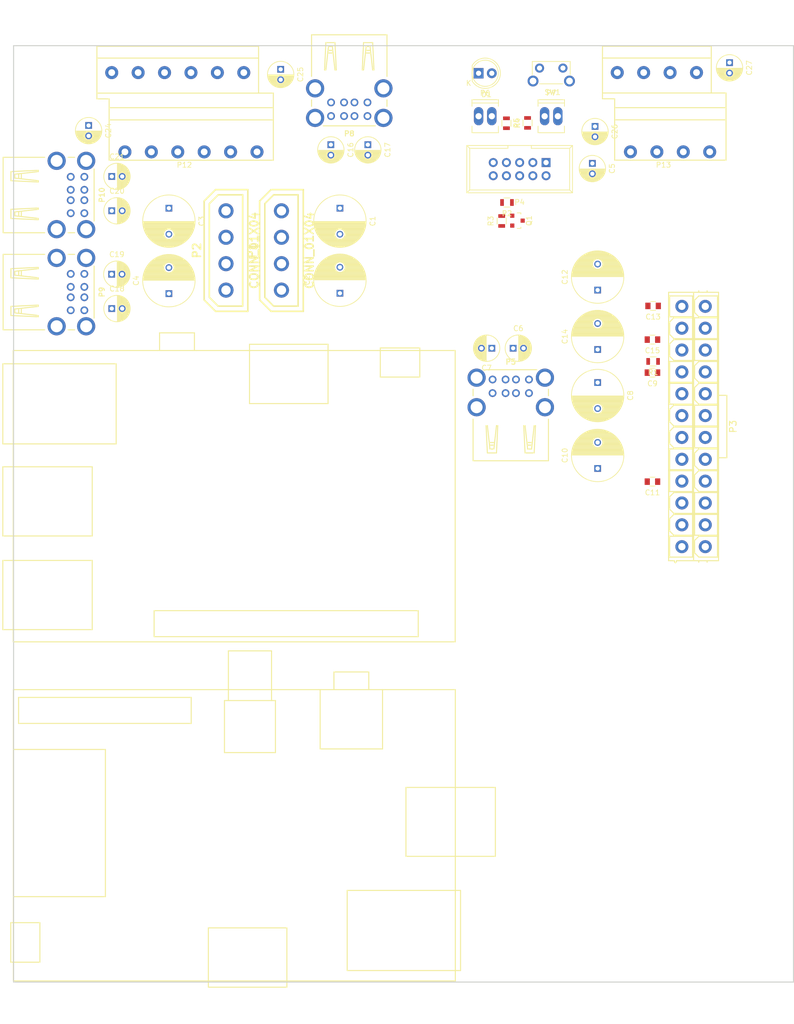
<source format=kicad_pcb>
(kicad_pcb (version 20160815) (host pcbnew "(2016-11-05 revision 3af551c)-master")

  (general
    (links 150)
    (no_connects 150)
    (area 19.651999 15.915999 169.852001 196.116001)
    (thickness 1.6)
    (drawings 6)
    (tracks 0)
    (zones 0)
    (modules 47)
    (nets 32)
  )

  (page A4)
  (layers
    (0 F.Cu signal)
    (31 B.Cu signal)
    (32 B.Adhes user)
    (33 F.Adhes user)
    (34 B.Paste user)
    (35 F.Paste user)
    (36 B.SilkS user)
    (37 F.SilkS user)
    (38 B.Mask user)
    (39 F.Mask user)
    (40 Dwgs.User user)
    (41 Cmts.User user)
    (42 Eco1.User user)
    (43 Eco2.User user)
    (44 Edge.Cuts user)
    (45 Margin user)
    (46 B.CrtYd user)
    (47 F.CrtYd user)
    (48 B.Fab user)
    (49 F.Fab user)
  )

  (setup
    (last_trace_width 0.25)
    (trace_clearance 0.2)
    (zone_clearance 0.508)
    (zone_45_only no)
    (trace_min 0.2)
    (segment_width 0.2)
    (edge_width 0.2)
    (via_size 0.8)
    (via_drill 0.4)
    (via_min_size 0.4)
    (via_min_drill 0.3)
    (uvia_size 0.3)
    (uvia_drill 0.1)
    (uvias_allowed no)
    (uvia_min_size 0.2)
    (uvia_min_drill 0.1)
    (pcb_text_width 0.3)
    (pcb_text_size 1.5 1.5)
    (mod_edge_width 0.15)
    (mod_text_size 1 1)
    (mod_text_width 0.15)
    (pad_size 1.524 1.524)
    (pad_drill 0.762)
    (pad_to_mask_clearance 0.2)
    (aux_axis_origin 0 0)
    (visible_elements FFFEFF7F)
    (pcbplotparams
      (layerselection 0x00030_ffffffff)
      (usegerberextensions false)
      (excludeedgelayer true)
      (linewidth 0.100000)
      (plotframeref false)
      (viasonmask false)
      (mode 1)
      (useauxorigin false)
      (hpglpennumber 1)
      (hpglpenspeed 20)
      (hpglpendiameter 15)
      (psnegative false)
      (psa4output false)
      (plotreference true)
      (plotvalue true)
      (plotinvisibletext false)
      (padsonsilk false)
      (subtractmaskfromsilk false)
      (outputformat 1)
      (mirror false)
      (drillshape 1)
      (scaleselection 1)
      (outputdirectory ""))
  )

  (net 0 "")
  (net 1 GND)
  (net 2 +12V)
  (net 3 +5V)
  (net 4 +5VP)
  (net 5 +3V3)
  (net 6 "Net-(D1-Pad1)")
  (net 7 "Net-(D1-Pad2)")
  (net 8 "Net-(P3-Pad8)")
  (net 9 "Net-(P3-Pad14)")
  (net 10 "Net-(P3-Pad16)")
  (net 11 "Net-(P3-Pad20)")
  (net 12 /PS_ON)
  (net 13 /PWR_SW)
  (net 14 /3.3VPI)
  (net 15 "Net-(P5-Pad2)")
  (net 16 "Net-(P5-Pad3)")
  (net 17 "Net-(P5-Pad6)")
  (net 18 "Net-(P5-Pad7)")
  (net 19 "Net-(P8-Pad2)")
  (net 20 "Net-(P8-Pad3)")
  (net 21 "Net-(P8-Pad6)")
  (net 22 "Net-(P8-Pad7)")
  (net 23 "Net-(P9-Pad7)")
  (net 24 "Net-(P9-Pad6)")
  (net 25 "Net-(P9-Pad3)")
  (net 26 "Net-(P9-Pad2)")
  (net 27 "Net-(P10-Pad2)")
  (net 28 "Net-(P10-Pad3)")
  (net 29 "Net-(P10-Pad6)")
  (net 30 "Net-(P10-Pad7)")
  (net 31 "Net-(Q1-Pad1)")

  (net_class Default "This is the default net class."
    (clearance 0.2)
    (trace_width 0.25)
    (via_dia 0.8)
    (via_drill 0.4)
    (uvia_dia 0.3)
    (uvia_drill 0.1)
    (diff_pair_gap 0.25)
    (diff_pair_width 0.2)
    (add_net +12V)
    (add_net +3V3)
    (add_net +5V)
    (add_net +5VP)
    (add_net /3.3VPI)
    (add_net /PS_ON)
    (add_net /PWR_SW)
    (add_net GND)
    (add_net "Net-(D1-Pad1)")
    (add_net "Net-(D1-Pad2)")
    (add_net "Net-(P10-Pad2)")
    (add_net "Net-(P10-Pad3)")
    (add_net "Net-(P10-Pad6)")
    (add_net "Net-(P10-Pad7)")
    (add_net "Net-(P3-Pad14)")
    (add_net "Net-(P3-Pad16)")
    (add_net "Net-(P3-Pad20)")
    (add_net "Net-(P3-Pad8)")
    (add_net "Net-(P5-Pad2)")
    (add_net "Net-(P5-Pad3)")
    (add_net "Net-(P5-Pad6)")
    (add_net "Net-(P5-Pad7)")
    (add_net "Net-(P8-Pad2)")
    (add_net "Net-(P8-Pad3)")
    (add_net "Net-(P8-Pad6)")
    (add_net "Net-(P8-Pad7)")
    (add_net "Net-(P9-Pad2)")
    (add_net "Net-(P9-Pad3)")
    (add_net "Net-(P9-Pad6)")
    (add_net "Net-(P9-Pad7)")
    (add_net "Net-(Q1-Pad1)")
  )

  (module doragasu:RPIBP_MECH locked (layer F.Cu) (tedit 587135B9) (tstamp 58714868)
    (at 62.18 102.616 180)
    (fp_text reference REF** (at 0 0.5 180) (layer F.SilkS) hide
      (effects (font (size 1 1) (thickness 0.15)))
    )
    (fp_text value RPIBP_MECH (at 0 -0.5 180) (layer F.Fab)
      (effects (font (size 1 1) (thickness 0.15)))
    )
    (fp_line (start 7.65 31.4) (end 7.65 28) (layer F.SilkS) (width 0.2032))
    (fp_line (start 14.35 31.4) (end 14.35 28) (layer F.SilkS) (width 0.2032))
    (fp_line (start 7.65 31.4) (end 14.35 31.4) (layer F.SilkS) (width 0.2032))
    (fp_line (start 27.3 -12.35) (end 44.5 -12.35) (layer F.SilkS) (width 0.2032))
    (fp_line (start 27.3 -25.65) (end 27.3 -12.35) (layer F.SilkS) (width 0.2032))
    (fp_line (start 44.5 -25.65) (end 27.3 -25.65) (layer F.SilkS) (width 0.2032))
    (fp_line (start 44.5 -12.35) (end 44.5 -25.65) (layer F.SilkS) (width 0.2032))
    (fp_line (start 27.3 5.65) (end 44.5 5.65) (layer F.SilkS) (width 0.2032))
    (fp_line (start 27.3 -7.65) (end 27.3 5.65) (layer F.SilkS) (width 0.2032))
    (fp_line (start 44.5 -7.65) (end 27.3 -7.65) (layer F.SilkS) (width 0.2032))
    (fp_line (start 44.5 5.65) (end 44.5 -7.65) (layer F.SilkS) (width 0.2032))
    (fp_line (start 22.698567 25.45) (end 44.5 25.45) (layer F.SilkS) (width 0.2032))
    (fp_line (start 22.698567 10.05) (end 22.698567 25.45) (layer F.SilkS) (width 0.2032))
    (fp_line (start 44.5 10.05) (end 22.7 10.05) (layer F.SilkS) (width 0.2032))
    (fp_line (start 44.5 25.45) (end 44.5 10.05) (layer F.SilkS) (width 0.2032))
    (fp_line (start -18.05 17.8) (end -18.05 29.2) (layer F.SilkS) (width 0.2032))
    (fp_line (start -2.95 17.8) (end -18.05 17.8) (layer F.SilkS) (width 0.2032))
    (fp_line (start -2.95 29.2) (end -2.95 17.8) (layer F.SilkS) (width 0.2032))
    (fp_line (start -18.05 29.2) (end -2.95 29.2) (layer F.SilkS) (width 0.2032))
    (fp_line (start -35.7 22.9) (end -35.7 28.5) (layer F.SilkS) (width 0.2032))
    (fp_line (start -28.1 22.9) (end -35.7 22.9) (layer F.SilkS) (width 0.2032))
    (fp_line (start -28.1 28.5) (end -28.1 22.9) (layer F.SilkS) (width 0.2032))
    (fp_line (start -35.7 28.5) (end -28.1 28.5) (layer F.SilkS) (width 0.2032))
    (fp_line (start -35.4 -22) (end -35.4 -27) (layer F.SilkS) (width 0.2032))
    (fp_line (start 15.4 -22) (end -35.4 -22) (layer F.SilkS) (width 0.2032))
    (fp_line (start 15.4 -27) (end 15.4 -22) (layer F.SilkS) (width 0.2032))
    (fp_line (start -35.4 -27) (end 15.4 -27) (layer F.SilkS) (width 0.2032))
    (fp_line (start -42.5 28) (end -42.5 -28) (layer F.SilkS) (width 0.2032))
    (fp_line (start 42.5 28) (end -42.5 28) (layer F.SilkS) (width 0.2032))
    (fp_line (start 42.5 -28) (end 42.5 28) (layer F.SilkS) (width 0.2032))
    (fp_line (start -42.5 -28) (end 42.5 -28) (layer F.SilkS) (width 0.2032))
    (pad "" np_thru_hole circle (at 19 24.5 180) (size 2.75 2.75) (drill 2.75) (layers *.Cu *.Mask))
    (pad "" np_thru_hole circle (at 19 -24.5 180) (size 2.75 2.75) (drill 2.75) (layers *.Cu *.Mask))
    (pad "" np_thru_hole circle (at -39 -24.5 180) (size 2.75 2.75) (drill 2.75) (layers *.Cu *.Mask))
    (pad "" np_thru_hole circle (at -39 24.5 180) (size 2.75 2.75) (drill 2.75) (layers *.Cu *.Mask))
  )

  (module doragasu:RPI1_MECH locked (layer F.Cu) (tedit 587135B3) (tstamp 587133E8)
    (at 62.212 167.8)
    (fp_text reference REF** (at 0 0.5) (layer F.SilkS) hide
      (effects (font (size 1 1) (thickness 0.15)))
    )
    (fp_text value RPI1_MECH (at 0 -0.5) (layer F.Fab)
      (effects (font (size 1 1) (thickness 0.15)))
    )
    (fp_line (start 19.15 -31.4) (end 19.15 -28) (layer F.SilkS) (width 0.2032))
    (fp_line (start 25.85 -31.4) (end 19.15 -31.4) (layer F.SilkS) (width 0.2032))
    (fp_line (start 25.85 -28) (end 25.85 -31.4) (layer F.SilkS) (width 0.2032))
    (fp_line (start 16.5 -16.6) (end 16.5 -28) (layer F.SilkS) (width 0.2032))
    (fp_line (start 28.5 -16.6) (end 16.5 -16.6) (layer F.SilkS) (width 0.2032))
    (fp_line (start 28.5 -28) (end 28.5 -16.6) (layer F.SilkS) (width 0.2032))
    (fp_line (start 7.15 -35.45) (end 7.15 -25.9) (layer F.SilkS) (width 0.2032))
    (fp_line (start -1.15 -35.45) (end 7.15 -35.45) (layer F.SilkS) (width 0.2032))
    (fp_line (start -1.15 -25.9) (end -1.15 -35.45) (layer F.SilkS) (width 0.2032))
    (fp_line (start -1.9 -15.9) (end -1.9 -25.9) (layer F.SilkS) (width 0.2032))
    (fp_line (start 7.9 -15.9) (end -1.9 -15.9) (layer F.SilkS) (width 0.2032))
    (fp_line (start 7.9 -25.9) (end 7.9 -15.9) (layer F.SilkS) (width 0.2032))
    (fp_line (start -1.9 -25.9) (end 7.9 -25.9) (layer F.SilkS) (width 0.2032))
    (fp_line (start -5 17.8) (end -5 29.2) (layer F.SilkS) (width 0.2032))
    (fp_line (start 10.1 17.8) (end -5 17.8) (layer F.SilkS) (width 0.2032))
    (fp_line (start 10.1 29.2) (end 10.1 17.8) (layer F.SilkS) (width 0.2032))
    (fp_line (start -5 29.2) (end 10.1 29.2) (layer F.SilkS) (width 0.2032))
    (fp_line (start 21.7 26) (end 43.5 26) (layer F.SilkS) (width 0.2032))
    (fp_line (start 21.7 10.6) (end 21.7 26) (layer F.SilkS) (width 0.2032))
    (fp_line (start 43.5 10.6) (end 21.7 10.6) (layer F.SilkS) (width 0.2032))
    (fp_line (start 43.5 26) (end 43.5 10.6) (layer F.SilkS) (width 0.2032))
    (fp_line (start 33 -9.2) (end 50.2 -9.2) (layer F.SilkS) (width 0.2032))
    (fp_line (start 33 4.05) (end 33 -9.2) (layer F.SilkS) (width 0.2032))
    (fp_line (start 50.2 4.05) (end 33 4.05) (layer F.SilkS) (width 0.2032))
    (fp_line (start 50.2 -9.2) (end 50.2 4.05) (layer F.SilkS) (width 0.2032))
    (fp_line (start -41.5 -21.5) (end -41.5 -26.5) (layer F.SilkS) (width 0.2032))
    (fp_line (start -8.3 -21.5) (end -41.5 -21.5) (layer F.SilkS) (width 0.2032))
    (fp_line (start -8.3 -26.5) (end -8.3 -21.5) (layer F.SilkS) (width 0.2032))
    (fp_line (start -41.5 -26.5) (end -8.3 -26.5) (layer F.SilkS) (width 0.2032))
    (fp_line (start -24.8 11.8) (end -42.5 11.8) (layer F.SilkS) (width 0.2032))
    (fp_line (start -24.8 -16.5) (end -24.8 11.8) (layer F.SilkS) (width 0.2032))
    (fp_line (start -42.5 -16.5) (end -24.8 -16.5) (layer F.SilkS) (width 0.2032))
    (fp_line (start -43 16.8) (end -43 24.4) (layer F.SilkS) (width 0.2032))
    (fp_line (start -37.4 16.8) (end -43 16.8) (layer F.SilkS) (width 0.2032))
    (fp_line (start -37.4 24.4) (end -37.4 16.8) (layer F.SilkS) (width 0.2032))
    (fp_line (start -43 24.4) (end -37.4 24.4) (layer F.SilkS) (width 0.2032))
    (fp_line (start -42.5 28) (end -42.5 -28) (layer F.SilkS) (width 0.2032))
    (fp_line (start 42.5 28) (end -42.5 28) (layer F.SilkS) (width 0.2032))
    (fp_line (start 42.5 -28) (end 42.5 28) (layer F.SilkS) (width 0.2032))
    (fp_line (start -42.5 -28) (end 42.5 -28) (layer F.SilkS) (width 0.2032))
    (pad "" np_thru_hole circle (at -17 10) (size 2.9 2.9) (drill 2.9) (layers *.Cu *.Mask))
    (pad "" np_thru_hole circle (at 37.6 -15.4) (size 2.9 2.9) (drill 2.9) (layers *.Cu *.Mask))
  )

  (module Capacitors_THT:C_Radial_D10_L13_P5 (layer F.Cu) (tedit 0) (tstamp 5870E4DB)
    (at 82.514414 47.249116 270)
    (descr "Radial Electrolytic Capacitor Diameter 10mm x Length 13mm, Pitch 5mm")
    (tags "Electrolytic Capacitor")
    (path /586D5011)
    (fp_text reference C1 (at 2.5 -6.3 270) (layer F.SilkS)
      (effects (font (size 1 1) (thickness 0.15)))
    )
    (fp_text value 680u (at 2.5 6.3 270) (layer F.Fab)
      (effects (font (size 1 1) (thickness 0.15)))
    )
    (fp_line (start 2.575 -4.999) (end 2.575 4.999) (layer F.SilkS) (width 0.15))
    (fp_line (start 2.715 -4.995) (end 2.715 4.995) (layer F.SilkS) (width 0.15))
    (fp_line (start 2.855 -4.987) (end 2.855 4.987) (layer F.SilkS) (width 0.15))
    (fp_line (start 2.995 -4.975) (end 2.995 4.975) (layer F.SilkS) (width 0.15))
    (fp_line (start 3.135 -4.96) (end 3.135 4.96) (layer F.SilkS) (width 0.15))
    (fp_line (start 3.275 -4.94) (end 3.275 4.94) (layer F.SilkS) (width 0.15))
    (fp_line (start 3.415 -4.916) (end 3.415 4.916) (layer F.SilkS) (width 0.15))
    (fp_line (start 3.555 -4.887) (end 3.555 4.887) (layer F.SilkS) (width 0.15))
    (fp_line (start 3.695 -4.855) (end 3.695 4.855) (layer F.SilkS) (width 0.15))
    (fp_line (start 3.835 -4.818) (end 3.835 4.818) (layer F.SilkS) (width 0.15))
    (fp_line (start 3.975 -4.777) (end 3.975 4.777) (layer F.SilkS) (width 0.15))
    (fp_line (start 4.115 -4.732) (end 4.115 -0.466) (layer F.SilkS) (width 0.15))
    (fp_line (start 4.115 0.466) (end 4.115 4.732) (layer F.SilkS) (width 0.15))
    (fp_line (start 4.255 -4.682) (end 4.255 -0.667) (layer F.SilkS) (width 0.15))
    (fp_line (start 4.255 0.667) (end 4.255 4.682) (layer F.SilkS) (width 0.15))
    (fp_line (start 4.395 -4.627) (end 4.395 -0.796) (layer F.SilkS) (width 0.15))
    (fp_line (start 4.395 0.796) (end 4.395 4.627) (layer F.SilkS) (width 0.15))
    (fp_line (start 4.535 -4.567) (end 4.535 -0.885) (layer F.SilkS) (width 0.15))
    (fp_line (start 4.535 0.885) (end 4.535 4.567) (layer F.SilkS) (width 0.15))
    (fp_line (start 4.675 -4.502) (end 4.675 -0.946) (layer F.SilkS) (width 0.15))
    (fp_line (start 4.675 0.946) (end 4.675 4.502) (layer F.SilkS) (width 0.15))
    (fp_line (start 4.815 -4.432) (end 4.815 -0.983) (layer F.SilkS) (width 0.15))
    (fp_line (start 4.815 0.983) (end 4.815 4.432) (layer F.SilkS) (width 0.15))
    (fp_line (start 4.955 -4.356) (end 4.955 -0.999) (layer F.SilkS) (width 0.15))
    (fp_line (start 4.955 0.999) (end 4.955 4.356) (layer F.SilkS) (width 0.15))
    (fp_line (start 5.095 -4.274) (end 5.095 -0.995) (layer F.SilkS) (width 0.15))
    (fp_line (start 5.095 0.995) (end 5.095 4.274) (layer F.SilkS) (width 0.15))
    (fp_line (start 5.235 -4.186) (end 5.235 -0.972) (layer F.SilkS) (width 0.15))
    (fp_line (start 5.235 0.972) (end 5.235 4.186) (layer F.SilkS) (width 0.15))
    (fp_line (start 5.375 -4.091) (end 5.375 -0.927) (layer F.SilkS) (width 0.15))
    (fp_line (start 5.375 0.927) (end 5.375 4.091) (layer F.SilkS) (width 0.15))
    (fp_line (start 5.515 -3.989) (end 5.515 -0.857) (layer F.SilkS) (width 0.15))
    (fp_line (start 5.515 0.857) (end 5.515 3.989) (layer F.SilkS) (width 0.15))
    (fp_line (start 5.655 -3.879) (end 5.655 -0.756) (layer F.SilkS) (width 0.15))
    (fp_line (start 5.655 0.756) (end 5.655 3.879) (layer F.SilkS) (width 0.15))
    (fp_line (start 5.795 -3.761) (end 5.795 -0.607) (layer F.SilkS) (width 0.15))
    (fp_line (start 5.795 0.607) (end 5.795 3.761) (layer F.SilkS) (width 0.15))
    (fp_line (start 5.935 -3.633) (end 5.935 -0.355) (layer F.SilkS) (width 0.15))
    (fp_line (start 5.935 0.355) (end 5.935 3.633) (layer F.SilkS) (width 0.15))
    (fp_line (start 6.075 -3.496) (end 6.075 3.496) (layer F.SilkS) (width 0.15))
    (fp_line (start 6.215 -3.346) (end 6.215 3.346) (layer F.SilkS) (width 0.15))
    (fp_line (start 6.355 -3.184) (end 6.355 3.184) (layer F.SilkS) (width 0.15))
    (fp_line (start 6.495 -3.007) (end 6.495 3.007) (layer F.SilkS) (width 0.15))
    (fp_line (start 6.635 -2.811) (end 6.635 2.811) (layer F.SilkS) (width 0.15))
    (fp_line (start 6.775 -2.593) (end 6.775 2.593) (layer F.SilkS) (width 0.15))
    (fp_line (start 6.915 -2.347) (end 6.915 2.347) (layer F.SilkS) (width 0.15))
    (fp_line (start 7.055 -2.062) (end 7.055 2.062) (layer F.SilkS) (width 0.15))
    (fp_line (start 7.195 -1.72) (end 7.195 1.72) (layer F.SilkS) (width 0.15))
    (fp_line (start 7.335 -1.274) (end 7.335 1.274) (layer F.SilkS) (width 0.15))
    (fp_line (start 7.475 -0.499) (end 7.475 0.499) (layer F.SilkS) (width 0.15))
    (fp_circle (center 5 0) (end 5 -1) (layer F.SilkS) (width 0.15))
    (fp_circle (center 2.5 0) (end 2.5 -5.0375) (layer F.SilkS) (width 0.15))
    (fp_circle (center 2.5 0) (end 2.5 -5.3) (layer F.CrtYd) (width 0.05))
    (pad 1 thru_hole rect (at 0 0 270) (size 1.3 1.3) (drill 0.8) (layers *.Cu *.Mask)
      (net 2 +12V))
    (pad 2 thru_hole circle (at 5 0 270) (size 1.3 1.3) (drill 0.8) (layers *.Cu *.Mask)
      (net 1 GND))
    (model Capacitors_ThroughHole.3dshapes/C_Radial_D10_L13_P5.wrl
      (at (xyz 0.0984252 0 0))
      (scale (xyz 1 1 1))
      (rotate (xyz 0 0 90))
    )
  )

  (module Capacitors_THT:C_Radial_D10_L13_P5 (layer F.Cu) (tedit 0) (tstamp 5870E4E1)
    (at 82.514414 63.599116 90)
    (descr "Radial Electrolytic Capacitor Diameter 10mm x Length 13mm, Pitch 5mm")
    (tags "Electrolytic Capacitor")
    (path /586D5211)
    (fp_text reference C2 (at 2.5 -6.3 90) (layer F.SilkS)
      (effects (font (size 1 1) (thickness 0.15)))
    )
    (fp_text value 680u (at 2.5 6.3 90) (layer F.Fab)
      (effects (font (size 1 1) (thickness 0.15)))
    )
    (fp_circle (center 2.5 0) (end 2.5 -5.3) (layer F.CrtYd) (width 0.05))
    (fp_circle (center 2.5 0) (end 2.5 -5.0375) (layer F.SilkS) (width 0.15))
    (fp_circle (center 5 0) (end 5 -1) (layer F.SilkS) (width 0.15))
    (fp_line (start 7.475 -0.499) (end 7.475 0.499) (layer F.SilkS) (width 0.15))
    (fp_line (start 7.335 -1.274) (end 7.335 1.274) (layer F.SilkS) (width 0.15))
    (fp_line (start 7.195 -1.72) (end 7.195 1.72) (layer F.SilkS) (width 0.15))
    (fp_line (start 7.055 -2.062) (end 7.055 2.062) (layer F.SilkS) (width 0.15))
    (fp_line (start 6.915 -2.347) (end 6.915 2.347) (layer F.SilkS) (width 0.15))
    (fp_line (start 6.775 -2.593) (end 6.775 2.593) (layer F.SilkS) (width 0.15))
    (fp_line (start 6.635 -2.811) (end 6.635 2.811) (layer F.SilkS) (width 0.15))
    (fp_line (start 6.495 -3.007) (end 6.495 3.007) (layer F.SilkS) (width 0.15))
    (fp_line (start 6.355 -3.184) (end 6.355 3.184) (layer F.SilkS) (width 0.15))
    (fp_line (start 6.215 -3.346) (end 6.215 3.346) (layer F.SilkS) (width 0.15))
    (fp_line (start 6.075 -3.496) (end 6.075 3.496) (layer F.SilkS) (width 0.15))
    (fp_line (start 5.935 0.355) (end 5.935 3.633) (layer F.SilkS) (width 0.15))
    (fp_line (start 5.935 -3.633) (end 5.935 -0.355) (layer F.SilkS) (width 0.15))
    (fp_line (start 5.795 0.607) (end 5.795 3.761) (layer F.SilkS) (width 0.15))
    (fp_line (start 5.795 -3.761) (end 5.795 -0.607) (layer F.SilkS) (width 0.15))
    (fp_line (start 5.655 0.756) (end 5.655 3.879) (layer F.SilkS) (width 0.15))
    (fp_line (start 5.655 -3.879) (end 5.655 -0.756) (layer F.SilkS) (width 0.15))
    (fp_line (start 5.515 0.857) (end 5.515 3.989) (layer F.SilkS) (width 0.15))
    (fp_line (start 5.515 -3.989) (end 5.515 -0.857) (layer F.SilkS) (width 0.15))
    (fp_line (start 5.375 0.927) (end 5.375 4.091) (layer F.SilkS) (width 0.15))
    (fp_line (start 5.375 -4.091) (end 5.375 -0.927) (layer F.SilkS) (width 0.15))
    (fp_line (start 5.235 0.972) (end 5.235 4.186) (layer F.SilkS) (width 0.15))
    (fp_line (start 5.235 -4.186) (end 5.235 -0.972) (layer F.SilkS) (width 0.15))
    (fp_line (start 5.095 0.995) (end 5.095 4.274) (layer F.SilkS) (width 0.15))
    (fp_line (start 5.095 -4.274) (end 5.095 -0.995) (layer F.SilkS) (width 0.15))
    (fp_line (start 4.955 0.999) (end 4.955 4.356) (layer F.SilkS) (width 0.15))
    (fp_line (start 4.955 -4.356) (end 4.955 -0.999) (layer F.SilkS) (width 0.15))
    (fp_line (start 4.815 0.983) (end 4.815 4.432) (layer F.SilkS) (width 0.15))
    (fp_line (start 4.815 -4.432) (end 4.815 -0.983) (layer F.SilkS) (width 0.15))
    (fp_line (start 4.675 0.946) (end 4.675 4.502) (layer F.SilkS) (width 0.15))
    (fp_line (start 4.675 -4.502) (end 4.675 -0.946) (layer F.SilkS) (width 0.15))
    (fp_line (start 4.535 0.885) (end 4.535 4.567) (layer F.SilkS) (width 0.15))
    (fp_line (start 4.535 -4.567) (end 4.535 -0.885) (layer F.SilkS) (width 0.15))
    (fp_line (start 4.395 0.796) (end 4.395 4.627) (layer F.SilkS) (width 0.15))
    (fp_line (start 4.395 -4.627) (end 4.395 -0.796) (layer F.SilkS) (width 0.15))
    (fp_line (start 4.255 0.667) (end 4.255 4.682) (layer F.SilkS) (width 0.15))
    (fp_line (start 4.255 -4.682) (end 4.255 -0.667) (layer F.SilkS) (width 0.15))
    (fp_line (start 4.115 0.466) (end 4.115 4.732) (layer F.SilkS) (width 0.15))
    (fp_line (start 4.115 -4.732) (end 4.115 -0.466) (layer F.SilkS) (width 0.15))
    (fp_line (start 3.975 -4.777) (end 3.975 4.777) (layer F.SilkS) (width 0.15))
    (fp_line (start 3.835 -4.818) (end 3.835 4.818) (layer F.SilkS) (width 0.15))
    (fp_line (start 3.695 -4.855) (end 3.695 4.855) (layer F.SilkS) (width 0.15))
    (fp_line (start 3.555 -4.887) (end 3.555 4.887) (layer F.SilkS) (width 0.15))
    (fp_line (start 3.415 -4.916) (end 3.415 4.916) (layer F.SilkS) (width 0.15))
    (fp_line (start 3.275 -4.94) (end 3.275 4.94) (layer F.SilkS) (width 0.15))
    (fp_line (start 3.135 -4.96) (end 3.135 4.96) (layer F.SilkS) (width 0.15))
    (fp_line (start 2.995 -4.975) (end 2.995 4.975) (layer F.SilkS) (width 0.15))
    (fp_line (start 2.855 -4.987) (end 2.855 4.987) (layer F.SilkS) (width 0.15))
    (fp_line (start 2.715 -4.995) (end 2.715 4.995) (layer F.SilkS) (width 0.15))
    (fp_line (start 2.575 -4.999) (end 2.575 4.999) (layer F.SilkS) (width 0.15))
    (pad 2 thru_hole circle (at 5 0 90) (size 1.3 1.3) (drill 0.8) (layers *.Cu *.Mask)
      (net 1 GND))
    (pad 1 thru_hole rect (at 0 0 90) (size 1.3 1.3) (drill 0.8) (layers *.Cu *.Mask)
      (net 3 +5V))
    (model Capacitors_ThroughHole.3dshapes/C_Radial_D10_L13_P5.wrl
      (at (xyz 0.0984252 0 0))
      (scale (xyz 1 1 1))
      (rotate (xyz 0 0 90))
    )
  )

  (module Capacitors_THT:C_Radial_D10_L13_P5 (layer F.Cu) (tedit 0) (tstamp 5870E4E7)
    (at 49.621414 47.249116 270)
    (descr "Radial Electrolytic Capacitor Diameter 10mm x Length 13mm, Pitch 5mm")
    (tags "Electrolytic Capacitor")
    (path /586D5F61)
    (fp_text reference C3 (at 2.5 -6.3 270) (layer F.SilkS)
      (effects (font (size 1 1) (thickness 0.15)))
    )
    (fp_text value 680u (at 2.5 6.3 270) (layer F.Fab)
      (effects (font (size 1 1) (thickness 0.15)))
    )
    (fp_line (start 2.575 -4.999) (end 2.575 4.999) (layer F.SilkS) (width 0.15))
    (fp_line (start 2.715 -4.995) (end 2.715 4.995) (layer F.SilkS) (width 0.15))
    (fp_line (start 2.855 -4.987) (end 2.855 4.987) (layer F.SilkS) (width 0.15))
    (fp_line (start 2.995 -4.975) (end 2.995 4.975) (layer F.SilkS) (width 0.15))
    (fp_line (start 3.135 -4.96) (end 3.135 4.96) (layer F.SilkS) (width 0.15))
    (fp_line (start 3.275 -4.94) (end 3.275 4.94) (layer F.SilkS) (width 0.15))
    (fp_line (start 3.415 -4.916) (end 3.415 4.916) (layer F.SilkS) (width 0.15))
    (fp_line (start 3.555 -4.887) (end 3.555 4.887) (layer F.SilkS) (width 0.15))
    (fp_line (start 3.695 -4.855) (end 3.695 4.855) (layer F.SilkS) (width 0.15))
    (fp_line (start 3.835 -4.818) (end 3.835 4.818) (layer F.SilkS) (width 0.15))
    (fp_line (start 3.975 -4.777) (end 3.975 4.777) (layer F.SilkS) (width 0.15))
    (fp_line (start 4.115 -4.732) (end 4.115 -0.466) (layer F.SilkS) (width 0.15))
    (fp_line (start 4.115 0.466) (end 4.115 4.732) (layer F.SilkS) (width 0.15))
    (fp_line (start 4.255 -4.682) (end 4.255 -0.667) (layer F.SilkS) (width 0.15))
    (fp_line (start 4.255 0.667) (end 4.255 4.682) (layer F.SilkS) (width 0.15))
    (fp_line (start 4.395 -4.627) (end 4.395 -0.796) (layer F.SilkS) (width 0.15))
    (fp_line (start 4.395 0.796) (end 4.395 4.627) (layer F.SilkS) (width 0.15))
    (fp_line (start 4.535 -4.567) (end 4.535 -0.885) (layer F.SilkS) (width 0.15))
    (fp_line (start 4.535 0.885) (end 4.535 4.567) (layer F.SilkS) (width 0.15))
    (fp_line (start 4.675 -4.502) (end 4.675 -0.946) (layer F.SilkS) (width 0.15))
    (fp_line (start 4.675 0.946) (end 4.675 4.502) (layer F.SilkS) (width 0.15))
    (fp_line (start 4.815 -4.432) (end 4.815 -0.983) (layer F.SilkS) (width 0.15))
    (fp_line (start 4.815 0.983) (end 4.815 4.432) (layer F.SilkS) (width 0.15))
    (fp_line (start 4.955 -4.356) (end 4.955 -0.999) (layer F.SilkS) (width 0.15))
    (fp_line (start 4.955 0.999) (end 4.955 4.356) (layer F.SilkS) (width 0.15))
    (fp_line (start 5.095 -4.274) (end 5.095 -0.995) (layer F.SilkS) (width 0.15))
    (fp_line (start 5.095 0.995) (end 5.095 4.274) (layer F.SilkS) (width 0.15))
    (fp_line (start 5.235 -4.186) (end 5.235 -0.972) (layer F.SilkS) (width 0.15))
    (fp_line (start 5.235 0.972) (end 5.235 4.186) (layer F.SilkS) (width 0.15))
    (fp_line (start 5.375 -4.091) (end 5.375 -0.927) (layer F.SilkS) (width 0.15))
    (fp_line (start 5.375 0.927) (end 5.375 4.091) (layer F.SilkS) (width 0.15))
    (fp_line (start 5.515 -3.989) (end 5.515 -0.857) (layer F.SilkS) (width 0.15))
    (fp_line (start 5.515 0.857) (end 5.515 3.989) (layer F.SilkS) (width 0.15))
    (fp_line (start 5.655 -3.879) (end 5.655 -0.756) (layer F.SilkS) (width 0.15))
    (fp_line (start 5.655 0.756) (end 5.655 3.879) (layer F.SilkS) (width 0.15))
    (fp_line (start 5.795 -3.761) (end 5.795 -0.607) (layer F.SilkS) (width 0.15))
    (fp_line (start 5.795 0.607) (end 5.795 3.761) (layer F.SilkS) (width 0.15))
    (fp_line (start 5.935 -3.633) (end 5.935 -0.355) (layer F.SilkS) (width 0.15))
    (fp_line (start 5.935 0.355) (end 5.935 3.633) (layer F.SilkS) (width 0.15))
    (fp_line (start 6.075 -3.496) (end 6.075 3.496) (layer F.SilkS) (width 0.15))
    (fp_line (start 6.215 -3.346) (end 6.215 3.346) (layer F.SilkS) (width 0.15))
    (fp_line (start 6.355 -3.184) (end 6.355 3.184) (layer F.SilkS) (width 0.15))
    (fp_line (start 6.495 -3.007) (end 6.495 3.007) (layer F.SilkS) (width 0.15))
    (fp_line (start 6.635 -2.811) (end 6.635 2.811) (layer F.SilkS) (width 0.15))
    (fp_line (start 6.775 -2.593) (end 6.775 2.593) (layer F.SilkS) (width 0.15))
    (fp_line (start 6.915 -2.347) (end 6.915 2.347) (layer F.SilkS) (width 0.15))
    (fp_line (start 7.055 -2.062) (end 7.055 2.062) (layer F.SilkS) (width 0.15))
    (fp_line (start 7.195 -1.72) (end 7.195 1.72) (layer F.SilkS) (width 0.15))
    (fp_line (start 7.335 -1.274) (end 7.335 1.274) (layer F.SilkS) (width 0.15))
    (fp_line (start 7.475 -0.499) (end 7.475 0.499) (layer F.SilkS) (width 0.15))
    (fp_circle (center 5 0) (end 5 -1) (layer F.SilkS) (width 0.15))
    (fp_circle (center 2.5 0) (end 2.5 -5.0375) (layer F.SilkS) (width 0.15))
    (fp_circle (center 2.5 0) (end 2.5 -5.3) (layer F.CrtYd) (width 0.05))
    (pad 1 thru_hole rect (at 0 0 270) (size 1.3 1.3) (drill 0.8) (layers *.Cu *.Mask)
      (net 2 +12V))
    (pad 2 thru_hole circle (at 5 0 270) (size 1.3 1.3) (drill 0.8) (layers *.Cu *.Mask)
      (net 1 GND))
    (model Capacitors_ThroughHole.3dshapes/C_Radial_D10_L13_P5.wrl
      (at (xyz 0.0984252 0 0))
      (scale (xyz 1 1 1))
      (rotate (xyz 0 0 90))
    )
  )

  (module Capacitors_THT:C_Radial_D10_L13_P5 (layer F.Cu) (tedit 0) (tstamp 5870E4ED)
    (at 49.621414 63.679116 90)
    (descr "Radial Electrolytic Capacitor Diameter 10mm x Length 13mm, Pitch 5mm")
    (tags "Electrolytic Capacitor")
    (path /586D5F68)
    (fp_text reference C4 (at 2.5 -6.3 90) (layer F.SilkS)
      (effects (font (size 1 1) (thickness 0.15)))
    )
    (fp_text value 680u (at 2.5 6.3 90) (layer F.Fab)
      (effects (font (size 1 1) (thickness 0.15)))
    )
    (fp_circle (center 2.5 0) (end 2.5 -5.3) (layer F.CrtYd) (width 0.05))
    (fp_circle (center 2.5 0) (end 2.5 -5.0375) (layer F.SilkS) (width 0.15))
    (fp_circle (center 5 0) (end 5 -1) (layer F.SilkS) (width 0.15))
    (fp_line (start 7.475 -0.499) (end 7.475 0.499) (layer F.SilkS) (width 0.15))
    (fp_line (start 7.335 -1.274) (end 7.335 1.274) (layer F.SilkS) (width 0.15))
    (fp_line (start 7.195 -1.72) (end 7.195 1.72) (layer F.SilkS) (width 0.15))
    (fp_line (start 7.055 -2.062) (end 7.055 2.062) (layer F.SilkS) (width 0.15))
    (fp_line (start 6.915 -2.347) (end 6.915 2.347) (layer F.SilkS) (width 0.15))
    (fp_line (start 6.775 -2.593) (end 6.775 2.593) (layer F.SilkS) (width 0.15))
    (fp_line (start 6.635 -2.811) (end 6.635 2.811) (layer F.SilkS) (width 0.15))
    (fp_line (start 6.495 -3.007) (end 6.495 3.007) (layer F.SilkS) (width 0.15))
    (fp_line (start 6.355 -3.184) (end 6.355 3.184) (layer F.SilkS) (width 0.15))
    (fp_line (start 6.215 -3.346) (end 6.215 3.346) (layer F.SilkS) (width 0.15))
    (fp_line (start 6.075 -3.496) (end 6.075 3.496) (layer F.SilkS) (width 0.15))
    (fp_line (start 5.935 0.355) (end 5.935 3.633) (layer F.SilkS) (width 0.15))
    (fp_line (start 5.935 -3.633) (end 5.935 -0.355) (layer F.SilkS) (width 0.15))
    (fp_line (start 5.795 0.607) (end 5.795 3.761) (layer F.SilkS) (width 0.15))
    (fp_line (start 5.795 -3.761) (end 5.795 -0.607) (layer F.SilkS) (width 0.15))
    (fp_line (start 5.655 0.756) (end 5.655 3.879) (layer F.SilkS) (width 0.15))
    (fp_line (start 5.655 -3.879) (end 5.655 -0.756) (layer F.SilkS) (width 0.15))
    (fp_line (start 5.515 0.857) (end 5.515 3.989) (layer F.SilkS) (width 0.15))
    (fp_line (start 5.515 -3.989) (end 5.515 -0.857) (layer F.SilkS) (width 0.15))
    (fp_line (start 5.375 0.927) (end 5.375 4.091) (layer F.SilkS) (width 0.15))
    (fp_line (start 5.375 -4.091) (end 5.375 -0.927) (layer F.SilkS) (width 0.15))
    (fp_line (start 5.235 0.972) (end 5.235 4.186) (layer F.SilkS) (width 0.15))
    (fp_line (start 5.235 -4.186) (end 5.235 -0.972) (layer F.SilkS) (width 0.15))
    (fp_line (start 5.095 0.995) (end 5.095 4.274) (layer F.SilkS) (width 0.15))
    (fp_line (start 5.095 -4.274) (end 5.095 -0.995) (layer F.SilkS) (width 0.15))
    (fp_line (start 4.955 0.999) (end 4.955 4.356) (layer F.SilkS) (width 0.15))
    (fp_line (start 4.955 -4.356) (end 4.955 -0.999) (layer F.SilkS) (width 0.15))
    (fp_line (start 4.815 0.983) (end 4.815 4.432) (layer F.SilkS) (width 0.15))
    (fp_line (start 4.815 -4.432) (end 4.815 -0.983) (layer F.SilkS) (width 0.15))
    (fp_line (start 4.675 0.946) (end 4.675 4.502) (layer F.SilkS) (width 0.15))
    (fp_line (start 4.675 -4.502) (end 4.675 -0.946) (layer F.SilkS) (width 0.15))
    (fp_line (start 4.535 0.885) (end 4.535 4.567) (layer F.SilkS) (width 0.15))
    (fp_line (start 4.535 -4.567) (end 4.535 -0.885) (layer F.SilkS) (width 0.15))
    (fp_line (start 4.395 0.796) (end 4.395 4.627) (layer F.SilkS) (width 0.15))
    (fp_line (start 4.395 -4.627) (end 4.395 -0.796) (layer F.SilkS) (width 0.15))
    (fp_line (start 4.255 0.667) (end 4.255 4.682) (layer F.SilkS) (width 0.15))
    (fp_line (start 4.255 -4.682) (end 4.255 -0.667) (layer F.SilkS) (width 0.15))
    (fp_line (start 4.115 0.466) (end 4.115 4.732) (layer F.SilkS) (width 0.15))
    (fp_line (start 4.115 -4.732) (end 4.115 -0.466) (layer F.SilkS) (width 0.15))
    (fp_line (start 3.975 -4.777) (end 3.975 4.777) (layer F.SilkS) (width 0.15))
    (fp_line (start 3.835 -4.818) (end 3.835 4.818) (layer F.SilkS) (width 0.15))
    (fp_line (start 3.695 -4.855) (end 3.695 4.855) (layer F.SilkS) (width 0.15))
    (fp_line (start 3.555 -4.887) (end 3.555 4.887) (layer F.SilkS) (width 0.15))
    (fp_line (start 3.415 -4.916) (end 3.415 4.916) (layer F.SilkS) (width 0.15))
    (fp_line (start 3.275 -4.94) (end 3.275 4.94) (layer F.SilkS) (width 0.15))
    (fp_line (start 3.135 -4.96) (end 3.135 4.96) (layer F.SilkS) (width 0.15))
    (fp_line (start 2.995 -4.975) (end 2.995 4.975) (layer F.SilkS) (width 0.15))
    (fp_line (start 2.855 -4.987) (end 2.855 4.987) (layer F.SilkS) (width 0.15))
    (fp_line (start 2.715 -4.995) (end 2.715 4.995) (layer F.SilkS) (width 0.15))
    (fp_line (start 2.575 -4.999) (end 2.575 4.999) (layer F.SilkS) (width 0.15))
    (pad 2 thru_hole circle (at 5 0 90) (size 1.3 1.3) (drill 0.8) (layers *.Cu *.Mask)
      (net 1 GND))
    (pad 1 thru_hole rect (at 0 0 90) (size 1.3 1.3) (drill 0.8) (layers *.Cu *.Mask)
      (net 3 +5V))
    (model Capacitors_ThroughHole.3dshapes/C_Radial_D10_L13_P5.wrl
      (at (xyz 0.0984252 0 0))
      (scale (xyz 1 1 1))
      (rotate (xyz 0 0 90))
    )
  )

  (module Capacitors_THT:C_Radial_D5_L11_P2 (layer F.Cu) (tedit 0) (tstamp 5870E4F3)
    (at 131.064 38.64 270)
    (descr "Radial Electrolytic Capacitor 5mm x Length 11mm, Pitch 2mm")
    (tags "Electrolytic Capacitor")
    (path /586BF0AA)
    (fp_text reference C5 (at 1 -3.8 270) (layer F.SilkS)
      (effects (font (size 1 1) (thickness 0.15)))
    )
    (fp_text value 100u (at 1 3.8 270) (layer F.Fab)
      (effects (font (size 1 1) (thickness 0.15)))
    )
    (fp_circle (center 1 0) (end 1 -2.8) (layer F.CrtYd) (width 0.05))
    (fp_circle (center 1 0) (end 1 -2.5375) (layer F.SilkS) (width 0.15))
    (fp_circle (center 2 0) (end 2 -0.8) (layer F.SilkS) (width 0.15))
    (fp_line (start 3.455 -0.472) (end 3.455 0.472) (layer F.SilkS) (width 0.15))
    (fp_line (start 3.315 -0.944) (end 3.315 0.944) (layer F.SilkS) (width 0.15))
    (fp_line (start 3.175 -1.233) (end 3.175 1.233) (layer F.SilkS) (width 0.15))
    (fp_line (start 3.035 -1.452) (end 3.035 1.452) (layer F.SilkS) (width 0.15))
    (fp_line (start 2.895 -1.631) (end 2.895 1.631) (layer F.SilkS) (width 0.15))
    (fp_line (start 2.755 0.265) (end 2.755 1.78) (layer F.SilkS) (width 0.15))
    (fp_line (start 2.755 -1.78) (end 2.755 -0.265) (layer F.SilkS) (width 0.15))
    (fp_line (start 2.615 0.512) (end 2.615 1.908) (layer F.SilkS) (width 0.15))
    (fp_line (start 2.615 -1.908) (end 2.615 -0.512) (layer F.SilkS) (width 0.15))
    (fp_line (start 2.475 0.644) (end 2.475 2.019) (layer F.SilkS) (width 0.15))
    (fp_line (start 2.475 -2.019) (end 2.475 -0.644) (layer F.SilkS) (width 0.15))
    (fp_line (start 2.335 0.726) (end 2.335 2.114) (layer F.SilkS) (width 0.15))
    (fp_line (start 2.335 -2.114) (end 2.335 -0.726) (layer F.SilkS) (width 0.15))
    (fp_line (start 2.195 0.776) (end 2.195 2.196) (layer F.SilkS) (width 0.15))
    (fp_line (start 2.195 -2.196) (end 2.195 -0.776) (layer F.SilkS) (width 0.15))
    (fp_line (start 2.055 0.798) (end 2.055 2.266) (layer F.SilkS) (width 0.15))
    (fp_line (start 2.055 -2.266) (end 2.055 -0.798) (layer F.SilkS) (width 0.15))
    (fp_line (start 1.915 0.795) (end 1.915 2.327) (layer F.SilkS) (width 0.15))
    (fp_line (start 1.915 -2.327) (end 1.915 -0.795) (layer F.SilkS) (width 0.15))
    (fp_line (start 1.775 0.768) (end 1.775 2.377) (layer F.SilkS) (width 0.15))
    (fp_line (start 1.775 -2.377) (end 1.775 -0.768) (layer F.SilkS) (width 0.15))
    (fp_line (start 1.635 0.712) (end 1.635 2.418) (layer F.SilkS) (width 0.15))
    (fp_line (start 1.635 -2.418) (end 1.635 -0.712) (layer F.SilkS) (width 0.15))
    (fp_line (start 1.495 0.62) (end 1.495 2.451) (layer F.SilkS) (width 0.15))
    (fp_line (start 1.495 -2.451) (end 1.495 -0.62) (layer F.SilkS) (width 0.15))
    (fp_line (start 1.355 0.473) (end 1.355 2.475) (layer F.SilkS) (width 0.15))
    (fp_line (start 1.355 -2.475) (end 1.355 -0.473) (layer F.SilkS) (width 0.15))
    (fp_line (start 1.215 0.154) (end 1.215 2.491) (layer F.SilkS) (width 0.15))
    (fp_line (start 1.215 -2.491) (end 1.215 -0.154) (layer F.SilkS) (width 0.15))
    (fp_line (start 1.075 -2.499) (end 1.075 2.499) (layer F.SilkS) (width 0.15))
    (pad 2 thru_hole circle (at 2 0 270) (size 1.3 1.3) (drill 0.8) (layers *.Cu *.Mask)
      (net 1 GND))
    (pad 1 thru_hole rect (at 0 0 270) (size 1.3 1.3) (drill 0.8) (layers *.Cu *.Mask)
      (net 4 +5VP))
    (model Capacitors_ThroughHole.3dshapes/C_Radial_D5_L11_P2.wrl
      (at (xyz 0 0 0))
      (scale (xyz 1 1 1))
      (rotate (xyz 0 0 0))
    )
  )

  (module Capacitors_THT:C_Radial_D5_L11_P2 (layer F.Cu) (tedit 0) (tstamp 5870E4F9)
    (at 115.824 74.168)
    (descr "Radial Electrolytic Capacitor 5mm x Length 11mm, Pitch 2mm")
    (tags "Electrolytic Capacitor")
    (path /586CC672)
    (fp_text reference C6 (at 1 -3.8) (layer F.SilkS)
      (effects (font (size 1 1) (thickness 0.15)))
    )
    (fp_text value 100u (at 1 3.8) (layer F.Fab)
      (effects (font (size 1 1) (thickness 0.15)))
    )
    (fp_circle (center 1 0) (end 1 -2.8) (layer F.CrtYd) (width 0.05))
    (fp_circle (center 1 0) (end 1 -2.5375) (layer F.SilkS) (width 0.15))
    (fp_circle (center 2 0) (end 2 -0.8) (layer F.SilkS) (width 0.15))
    (fp_line (start 3.455 -0.472) (end 3.455 0.472) (layer F.SilkS) (width 0.15))
    (fp_line (start 3.315 -0.944) (end 3.315 0.944) (layer F.SilkS) (width 0.15))
    (fp_line (start 3.175 -1.233) (end 3.175 1.233) (layer F.SilkS) (width 0.15))
    (fp_line (start 3.035 -1.452) (end 3.035 1.452) (layer F.SilkS) (width 0.15))
    (fp_line (start 2.895 -1.631) (end 2.895 1.631) (layer F.SilkS) (width 0.15))
    (fp_line (start 2.755 0.265) (end 2.755 1.78) (layer F.SilkS) (width 0.15))
    (fp_line (start 2.755 -1.78) (end 2.755 -0.265) (layer F.SilkS) (width 0.15))
    (fp_line (start 2.615 0.512) (end 2.615 1.908) (layer F.SilkS) (width 0.15))
    (fp_line (start 2.615 -1.908) (end 2.615 -0.512) (layer F.SilkS) (width 0.15))
    (fp_line (start 2.475 0.644) (end 2.475 2.019) (layer F.SilkS) (width 0.15))
    (fp_line (start 2.475 -2.019) (end 2.475 -0.644) (layer F.SilkS) (width 0.15))
    (fp_line (start 2.335 0.726) (end 2.335 2.114) (layer F.SilkS) (width 0.15))
    (fp_line (start 2.335 -2.114) (end 2.335 -0.726) (layer F.SilkS) (width 0.15))
    (fp_line (start 2.195 0.776) (end 2.195 2.196) (layer F.SilkS) (width 0.15))
    (fp_line (start 2.195 -2.196) (end 2.195 -0.776) (layer F.SilkS) (width 0.15))
    (fp_line (start 2.055 0.798) (end 2.055 2.266) (layer F.SilkS) (width 0.15))
    (fp_line (start 2.055 -2.266) (end 2.055 -0.798) (layer F.SilkS) (width 0.15))
    (fp_line (start 1.915 0.795) (end 1.915 2.327) (layer F.SilkS) (width 0.15))
    (fp_line (start 1.915 -2.327) (end 1.915 -0.795) (layer F.SilkS) (width 0.15))
    (fp_line (start 1.775 0.768) (end 1.775 2.377) (layer F.SilkS) (width 0.15))
    (fp_line (start 1.775 -2.377) (end 1.775 -0.768) (layer F.SilkS) (width 0.15))
    (fp_line (start 1.635 0.712) (end 1.635 2.418) (layer F.SilkS) (width 0.15))
    (fp_line (start 1.635 -2.418) (end 1.635 -0.712) (layer F.SilkS) (width 0.15))
    (fp_line (start 1.495 0.62) (end 1.495 2.451) (layer F.SilkS) (width 0.15))
    (fp_line (start 1.495 -2.451) (end 1.495 -0.62) (layer F.SilkS) (width 0.15))
    (fp_line (start 1.355 0.473) (end 1.355 2.475) (layer F.SilkS) (width 0.15))
    (fp_line (start 1.355 -2.475) (end 1.355 -0.473) (layer F.SilkS) (width 0.15))
    (fp_line (start 1.215 0.154) (end 1.215 2.491) (layer F.SilkS) (width 0.15))
    (fp_line (start 1.215 -2.491) (end 1.215 -0.154) (layer F.SilkS) (width 0.15))
    (fp_line (start 1.075 -2.499) (end 1.075 2.499) (layer F.SilkS) (width 0.15))
    (pad 2 thru_hole circle (at 2 0) (size 1.3 1.3) (drill 0.8) (layers *.Cu *.Mask)
      (net 1 GND))
    (pad 1 thru_hole rect (at 0 0) (size 1.3 1.3) (drill 0.8) (layers *.Cu *.Mask)
      (net 4 +5VP))
    (model Capacitors_ThroughHole.3dshapes/C_Radial_D5_L11_P2.wrl
      (at (xyz 0 0 0))
      (scale (xyz 1 1 1))
      (rotate (xyz 0 0 0))
    )
  )

  (module Capacitors_THT:C_Radial_D5_L11_P2 (layer F.Cu) (tedit 0) (tstamp 5870E4FF)
    (at 111.728 74.168 180)
    (descr "Radial Electrolytic Capacitor 5mm x Length 11mm, Pitch 2mm")
    (tags "Electrolytic Capacitor")
    (path /586CC678)
    (fp_text reference C7 (at 1 -3.8 180) (layer F.SilkS)
      (effects (font (size 1 1) (thickness 0.15)))
    )
    (fp_text value 100u (at 1 3.8 180) (layer F.Fab)
      (effects (font (size 1 1) (thickness 0.15)))
    )
    (fp_line (start 1.075 -2.499) (end 1.075 2.499) (layer F.SilkS) (width 0.15))
    (fp_line (start 1.215 -2.491) (end 1.215 -0.154) (layer F.SilkS) (width 0.15))
    (fp_line (start 1.215 0.154) (end 1.215 2.491) (layer F.SilkS) (width 0.15))
    (fp_line (start 1.355 -2.475) (end 1.355 -0.473) (layer F.SilkS) (width 0.15))
    (fp_line (start 1.355 0.473) (end 1.355 2.475) (layer F.SilkS) (width 0.15))
    (fp_line (start 1.495 -2.451) (end 1.495 -0.62) (layer F.SilkS) (width 0.15))
    (fp_line (start 1.495 0.62) (end 1.495 2.451) (layer F.SilkS) (width 0.15))
    (fp_line (start 1.635 -2.418) (end 1.635 -0.712) (layer F.SilkS) (width 0.15))
    (fp_line (start 1.635 0.712) (end 1.635 2.418) (layer F.SilkS) (width 0.15))
    (fp_line (start 1.775 -2.377) (end 1.775 -0.768) (layer F.SilkS) (width 0.15))
    (fp_line (start 1.775 0.768) (end 1.775 2.377) (layer F.SilkS) (width 0.15))
    (fp_line (start 1.915 -2.327) (end 1.915 -0.795) (layer F.SilkS) (width 0.15))
    (fp_line (start 1.915 0.795) (end 1.915 2.327) (layer F.SilkS) (width 0.15))
    (fp_line (start 2.055 -2.266) (end 2.055 -0.798) (layer F.SilkS) (width 0.15))
    (fp_line (start 2.055 0.798) (end 2.055 2.266) (layer F.SilkS) (width 0.15))
    (fp_line (start 2.195 -2.196) (end 2.195 -0.776) (layer F.SilkS) (width 0.15))
    (fp_line (start 2.195 0.776) (end 2.195 2.196) (layer F.SilkS) (width 0.15))
    (fp_line (start 2.335 -2.114) (end 2.335 -0.726) (layer F.SilkS) (width 0.15))
    (fp_line (start 2.335 0.726) (end 2.335 2.114) (layer F.SilkS) (width 0.15))
    (fp_line (start 2.475 -2.019) (end 2.475 -0.644) (layer F.SilkS) (width 0.15))
    (fp_line (start 2.475 0.644) (end 2.475 2.019) (layer F.SilkS) (width 0.15))
    (fp_line (start 2.615 -1.908) (end 2.615 -0.512) (layer F.SilkS) (width 0.15))
    (fp_line (start 2.615 0.512) (end 2.615 1.908) (layer F.SilkS) (width 0.15))
    (fp_line (start 2.755 -1.78) (end 2.755 -0.265) (layer F.SilkS) (width 0.15))
    (fp_line (start 2.755 0.265) (end 2.755 1.78) (layer F.SilkS) (width 0.15))
    (fp_line (start 2.895 -1.631) (end 2.895 1.631) (layer F.SilkS) (width 0.15))
    (fp_line (start 3.035 -1.452) (end 3.035 1.452) (layer F.SilkS) (width 0.15))
    (fp_line (start 3.175 -1.233) (end 3.175 1.233) (layer F.SilkS) (width 0.15))
    (fp_line (start 3.315 -0.944) (end 3.315 0.944) (layer F.SilkS) (width 0.15))
    (fp_line (start 3.455 -0.472) (end 3.455 0.472) (layer F.SilkS) (width 0.15))
    (fp_circle (center 2 0) (end 2 -0.8) (layer F.SilkS) (width 0.15))
    (fp_circle (center 1 0) (end 1 -2.5375) (layer F.SilkS) (width 0.15))
    (fp_circle (center 1 0) (end 1 -2.8) (layer F.CrtYd) (width 0.05))
    (pad 1 thru_hole rect (at 0 0 180) (size 1.3 1.3) (drill 0.8) (layers *.Cu *.Mask)
      (net 3 +5V))
    (pad 2 thru_hole circle (at 2 0 180) (size 1.3 1.3) (drill 0.8) (layers *.Cu *.Mask)
      (net 1 GND))
    (model Capacitors_ThroughHole.3dshapes/C_Radial_D5_L11_P2.wrl
      (at (xyz 0 0 0))
      (scale (xyz 1 1 1))
      (rotate (xyz 0 0 0))
    )
  )

  (module Capacitors_THT:C_Radial_D10_L13_P5 (layer F.Cu) (tedit 0) (tstamp 5870E505)
    (at 132.08 80.772 270)
    (descr "Radial Electrolytic Capacitor Diameter 10mm x Length 13mm, Pitch 5mm")
    (tags "Electrolytic Capacitor")
    (path /586B3983)
    (fp_text reference C8 (at 2.5 -6.3 270) (layer F.SilkS)
      (effects (font (size 1 1) (thickness 0.15)))
    )
    (fp_text value 680u (at 2.5 6.3 270) (layer F.Fab)
      (effects (font (size 1 1) (thickness 0.15)))
    )
    (fp_line (start 2.575 -4.999) (end 2.575 4.999) (layer F.SilkS) (width 0.15))
    (fp_line (start 2.715 -4.995) (end 2.715 4.995) (layer F.SilkS) (width 0.15))
    (fp_line (start 2.855 -4.987) (end 2.855 4.987) (layer F.SilkS) (width 0.15))
    (fp_line (start 2.995 -4.975) (end 2.995 4.975) (layer F.SilkS) (width 0.15))
    (fp_line (start 3.135 -4.96) (end 3.135 4.96) (layer F.SilkS) (width 0.15))
    (fp_line (start 3.275 -4.94) (end 3.275 4.94) (layer F.SilkS) (width 0.15))
    (fp_line (start 3.415 -4.916) (end 3.415 4.916) (layer F.SilkS) (width 0.15))
    (fp_line (start 3.555 -4.887) (end 3.555 4.887) (layer F.SilkS) (width 0.15))
    (fp_line (start 3.695 -4.855) (end 3.695 4.855) (layer F.SilkS) (width 0.15))
    (fp_line (start 3.835 -4.818) (end 3.835 4.818) (layer F.SilkS) (width 0.15))
    (fp_line (start 3.975 -4.777) (end 3.975 4.777) (layer F.SilkS) (width 0.15))
    (fp_line (start 4.115 -4.732) (end 4.115 -0.466) (layer F.SilkS) (width 0.15))
    (fp_line (start 4.115 0.466) (end 4.115 4.732) (layer F.SilkS) (width 0.15))
    (fp_line (start 4.255 -4.682) (end 4.255 -0.667) (layer F.SilkS) (width 0.15))
    (fp_line (start 4.255 0.667) (end 4.255 4.682) (layer F.SilkS) (width 0.15))
    (fp_line (start 4.395 -4.627) (end 4.395 -0.796) (layer F.SilkS) (width 0.15))
    (fp_line (start 4.395 0.796) (end 4.395 4.627) (layer F.SilkS) (width 0.15))
    (fp_line (start 4.535 -4.567) (end 4.535 -0.885) (layer F.SilkS) (width 0.15))
    (fp_line (start 4.535 0.885) (end 4.535 4.567) (layer F.SilkS) (width 0.15))
    (fp_line (start 4.675 -4.502) (end 4.675 -0.946) (layer F.SilkS) (width 0.15))
    (fp_line (start 4.675 0.946) (end 4.675 4.502) (layer F.SilkS) (width 0.15))
    (fp_line (start 4.815 -4.432) (end 4.815 -0.983) (layer F.SilkS) (width 0.15))
    (fp_line (start 4.815 0.983) (end 4.815 4.432) (layer F.SilkS) (width 0.15))
    (fp_line (start 4.955 -4.356) (end 4.955 -0.999) (layer F.SilkS) (width 0.15))
    (fp_line (start 4.955 0.999) (end 4.955 4.356) (layer F.SilkS) (width 0.15))
    (fp_line (start 5.095 -4.274) (end 5.095 -0.995) (layer F.SilkS) (width 0.15))
    (fp_line (start 5.095 0.995) (end 5.095 4.274) (layer F.SilkS) (width 0.15))
    (fp_line (start 5.235 -4.186) (end 5.235 -0.972) (layer F.SilkS) (width 0.15))
    (fp_line (start 5.235 0.972) (end 5.235 4.186) (layer F.SilkS) (width 0.15))
    (fp_line (start 5.375 -4.091) (end 5.375 -0.927) (layer F.SilkS) (width 0.15))
    (fp_line (start 5.375 0.927) (end 5.375 4.091) (layer F.SilkS) (width 0.15))
    (fp_line (start 5.515 -3.989) (end 5.515 -0.857) (layer F.SilkS) (width 0.15))
    (fp_line (start 5.515 0.857) (end 5.515 3.989) (layer F.SilkS) (width 0.15))
    (fp_line (start 5.655 -3.879) (end 5.655 -0.756) (layer F.SilkS) (width 0.15))
    (fp_line (start 5.655 0.756) (end 5.655 3.879) (layer F.SilkS) (width 0.15))
    (fp_line (start 5.795 -3.761) (end 5.795 -0.607) (layer F.SilkS) (width 0.15))
    (fp_line (start 5.795 0.607) (end 5.795 3.761) (layer F.SilkS) (width 0.15))
    (fp_line (start 5.935 -3.633) (end 5.935 -0.355) (layer F.SilkS) (width 0.15))
    (fp_line (start 5.935 0.355) (end 5.935 3.633) (layer F.SilkS) (width 0.15))
    (fp_line (start 6.075 -3.496) (end 6.075 3.496) (layer F.SilkS) (width 0.15))
    (fp_line (start 6.215 -3.346) (end 6.215 3.346) (layer F.SilkS) (width 0.15))
    (fp_line (start 6.355 -3.184) (end 6.355 3.184) (layer F.SilkS) (width 0.15))
    (fp_line (start 6.495 -3.007) (end 6.495 3.007) (layer F.SilkS) (width 0.15))
    (fp_line (start 6.635 -2.811) (end 6.635 2.811) (layer F.SilkS) (width 0.15))
    (fp_line (start 6.775 -2.593) (end 6.775 2.593) (layer F.SilkS) (width 0.15))
    (fp_line (start 6.915 -2.347) (end 6.915 2.347) (layer F.SilkS) (width 0.15))
    (fp_line (start 7.055 -2.062) (end 7.055 2.062) (layer F.SilkS) (width 0.15))
    (fp_line (start 7.195 -1.72) (end 7.195 1.72) (layer F.SilkS) (width 0.15))
    (fp_line (start 7.335 -1.274) (end 7.335 1.274) (layer F.SilkS) (width 0.15))
    (fp_line (start 7.475 -0.499) (end 7.475 0.499) (layer F.SilkS) (width 0.15))
    (fp_circle (center 5 0) (end 5 -1) (layer F.SilkS) (width 0.15))
    (fp_circle (center 2.5 0) (end 2.5 -5.0375) (layer F.SilkS) (width 0.15))
    (fp_circle (center 2.5 0) (end 2.5 -5.3) (layer F.CrtYd) (width 0.05))
    (pad 1 thru_hole rect (at 0 0 270) (size 1.3 1.3) (drill 0.8) (layers *.Cu *.Mask)
      (net 4 +5VP))
    (pad 2 thru_hole circle (at 5 0 270) (size 1.3 1.3) (drill 0.8) (layers *.Cu *.Mask)
      (net 1 GND))
    (model Capacitors_ThroughHole.3dshapes/C_Radial_D10_L13_P5.wrl
      (at (xyz 0.0984252 0 0))
      (scale (xyz 1 1 1))
      (rotate (xyz 0 0 90))
    )
  )

  (module Capacitors_SMD:C_0805 (layer F.Cu) (tedit 5415D6EA) (tstamp 5870E50B)
    (at 142.621 78.867 180)
    (descr "Capacitor SMD 0805, reflow soldering, AVX (see smccp.pdf)")
    (tags "capacitor 0805")
    (path /586B3A51)
    (attr smd)
    (fp_text reference C9 (at 0 -2.1 180) (layer F.SilkS)
      (effects (font (size 1 1) (thickness 0.15)))
    )
    (fp_text value 100n (at 0 2.1 180) (layer F.Fab)
      (effects (font (size 1 1) (thickness 0.15)))
    )
    (fp_line (start -0.5 0.85) (end 0.5 0.85) (layer F.SilkS) (width 0.15))
    (fp_line (start 0.5 -0.85) (end -0.5 -0.85) (layer F.SilkS) (width 0.15))
    (fp_line (start 1.8 -1) (end 1.8 1) (layer F.CrtYd) (width 0.05))
    (fp_line (start -1.8 -1) (end -1.8 1) (layer F.CrtYd) (width 0.05))
    (fp_line (start -1.8 1) (end 1.8 1) (layer F.CrtYd) (width 0.05))
    (fp_line (start -1.8 -1) (end 1.8 -1) (layer F.CrtYd) (width 0.05))
    (fp_line (start -1 -0.625) (end 1 -0.625) (layer F.Fab) (width 0.15))
    (fp_line (start 1 -0.625) (end 1 0.625) (layer F.Fab) (width 0.15))
    (fp_line (start 1 0.625) (end -1 0.625) (layer F.Fab) (width 0.15))
    (fp_line (start -1 0.625) (end -1 -0.625) (layer F.Fab) (width 0.15))
    (pad 2 smd rect (at 1 0 180) (size 1 1.25) (layers F.Cu F.Paste F.Mask)
      (net 1 GND))
    (pad 1 smd rect (at -1 0 180) (size 1 1.25) (layers F.Cu F.Paste F.Mask)
      (net 4 +5VP))
    (model Capacitors_SMD.3dshapes/C_0805.wrl
      (at (xyz 0 0 0))
      (scale (xyz 1 1 1))
      (rotate (xyz 0 0 0))
    )
  )

  (module Capacitors_THT:C_Radial_D10_L13_P5 (layer F.Cu) (tedit 0) (tstamp 5870E511)
    (at 132.08 97.282 90)
    (descr "Radial Electrolytic Capacitor Diameter 10mm x Length 13mm, Pitch 5mm")
    (tags "Electrolytic Capacitor")
    (path /586B3C5D)
    (fp_text reference C10 (at 2.5 -6.3 90) (layer F.SilkS)
      (effects (font (size 1 1) (thickness 0.15)))
    )
    (fp_text value 680u (at 2.5 6.3 90) (layer F.Fab)
      (effects (font (size 1 1) (thickness 0.15)))
    )
    (fp_circle (center 2.5 0) (end 2.5 -5.3) (layer F.CrtYd) (width 0.05))
    (fp_circle (center 2.5 0) (end 2.5 -5.0375) (layer F.SilkS) (width 0.15))
    (fp_circle (center 5 0) (end 5 -1) (layer F.SilkS) (width 0.15))
    (fp_line (start 7.475 -0.499) (end 7.475 0.499) (layer F.SilkS) (width 0.15))
    (fp_line (start 7.335 -1.274) (end 7.335 1.274) (layer F.SilkS) (width 0.15))
    (fp_line (start 7.195 -1.72) (end 7.195 1.72) (layer F.SilkS) (width 0.15))
    (fp_line (start 7.055 -2.062) (end 7.055 2.062) (layer F.SilkS) (width 0.15))
    (fp_line (start 6.915 -2.347) (end 6.915 2.347) (layer F.SilkS) (width 0.15))
    (fp_line (start 6.775 -2.593) (end 6.775 2.593) (layer F.SilkS) (width 0.15))
    (fp_line (start 6.635 -2.811) (end 6.635 2.811) (layer F.SilkS) (width 0.15))
    (fp_line (start 6.495 -3.007) (end 6.495 3.007) (layer F.SilkS) (width 0.15))
    (fp_line (start 6.355 -3.184) (end 6.355 3.184) (layer F.SilkS) (width 0.15))
    (fp_line (start 6.215 -3.346) (end 6.215 3.346) (layer F.SilkS) (width 0.15))
    (fp_line (start 6.075 -3.496) (end 6.075 3.496) (layer F.SilkS) (width 0.15))
    (fp_line (start 5.935 0.355) (end 5.935 3.633) (layer F.SilkS) (width 0.15))
    (fp_line (start 5.935 -3.633) (end 5.935 -0.355) (layer F.SilkS) (width 0.15))
    (fp_line (start 5.795 0.607) (end 5.795 3.761) (layer F.SilkS) (width 0.15))
    (fp_line (start 5.795 -3.761) (end 5.795 -0.607) (layer F.SilkS) (width 0.15))
    (fp_line (start 5.655 0.756) (end 5.655 3.879) (layer F.SilkS) (width 0.15))
    (fp_line (start 5.655 -3.879) (end 5.655 -0.756) (layer F.SilkS) (width 0.15))
    (fp_line (start 5.515 0.857) (end 5.515 3.989) (layer F.SilkS) (width 0.15))
    (fp_line (start 5.515 -3.989) (end 5.515 -0.857) (layer F.SilkS) (width 0.15))
    (fp_line (start 5.375 0.927) (end 5.375 4.091) (layer F.SilkS) (width 0.15))
    (fp_line (start 5.375 -4.091) (end 5.375 -0.927) (layer F.SilkS) (width 0.15))
    (fp_line (start 5.235 0.972) (end 5.235 4.186) (layer F.SilkS) (width 0.15))
    (fp_line (start 5.235 -4.186) (end 5.235 -0.972) (layer F.SilkS) (width 0.15))
    (fp_line (start 5.095 0.995) (end 5.095 4.274) (layer F.SilkS) (width 0.15))
    (fp_line (start 5.095 -4.274) (end 5.095 -0.995) (layer F.SilkS) (width 0.15))
    (fp_line (start 4.955 0.999) (end 4.955 4.356) (layer F.SilkS) (width 0.15))
    (fp_line (start 4.955 -4.356) (end 4.955 -0.999) (layer F.SilkS) (width 0.15))
    (fp_line (start 4.815 0.983) (end 4.815 4.432) (layer F.SilkS) (width 0.15))
    (fp_line (start 4.815 -4.432) (end 4.815 -0.983) (layer F.SilkS) (width 0.15))
    (fp_line (start 4.675 0.946) (end 4.675 4.502) (layer F.SilkS) (width 0.15))
    (fp_line (start 4.675 -4.502) (end 4.675 -0.946) (layer F.SilkS) (width 0.15))
    (fp_line (start 4.535 0.885) (end 4.535 4.567) (layer F.SilkS) (width 0.15))
    (fp_line (start 4.535 -4.567) (end 4.535 -0.885) (layer F.SilkS) (width 0.15))
    (fp_line (start 4.395 0.796) (end 4.395 4.627) (layer F.SilkS) (width 0.15))
    (fp_line (start 4.395 -4.627) (end 4.395 -0.796) (layer F.SilkS) (width 0.15))
    (fp_line (start 4.255 0.667) (end 4.255 4.682) (layer F.SilkS) (width 0.15))
    (fp_line (start 4.255 -4.682) (end 4.255 -0.667) (layer F.SilkS) (width 0.15))
    (fp_line (start 4.115 0.466) (end 4.115 4.732) (layer F.SilkS) (width 0.15))
    (fp_line (start 4.115 -4.732) (end 4.115 -0.466) (layer F.SilkS) (width 0.15))
    (fp_line (start 3.975 -4.777) (end 3.975 4.777) (layer F.SilkS) (width 0.15))
    (fp_line (start 3.835 -4.818) (end 3.835 4.818) (layer F.SilkS) (width 0.15))
    (fp_line (start 3.695 -4.855) (end 3.695 4.855) (layer F.SilkS) (width 0.15))
    (fp_line (start 3.555 -4.887) (end 3.555 4.887) (layer F.SilkS) (width 0.15))
    (fp_line (start 3.415 -4.916) (end 3.415 4.916) (layer F.SilkS) (width 0.15))
    (fp_line (start 3.275 -4.94) (end 3.275 4.94) (layer F.SilkS) (width 0.15))
    (fp_line (start 3.135 -4.96) (end 3.135 4.96) (layer F.SilkS) (width 0.15))
    (fp_line (start 2.995 -4.975) (end 2.995 4.975) (layer F.SilkS) (width 0.15))
    (fp_line (start 2.855 -4.987) (end 2.855 4.987) (layer F.SilkS) (width 0.15))
    (fp_line (start 2.715 -4.995) (end 2.715 4.995) (layer F.SilkS) (width 0.15))
    (fp_line (start 2.575 -4.999) (end 2.575 4.999) (layer F.SilkS) (width 0.15))
    (pad 2 thru_hole circle (at 5 0 90) (size 1.3 1.3) (drill 0.8) (layers *.Cu *.Mask)
      (net 1 GND))
    (pad 1 thru_hole rect (at 0 0 90) (size 1.3 1.3) (drill 0.8) (layers *.Cu *.Mask)
      (net 3 +5V))
    (model Capacitors_ThroughHole.3dshapes/C_Radial_D10_L13_P5.wrl
      (at (xyz 0.0984252 0 0))
      (scale (xyz 1 1 1))
      (rotate (xyz 0 0 90))
    )
  )

  (module Capacitors_SMD:C_0805 (layer F.Cu) (tedit 5415D6EA) (tstamp 5870E517)
    (at 142.621 99.822 180)
    (descr "Capacitor SMD 0805, reflow soldering, AVX (see smccp.pdf)")
    (tags "capacitor 0805")
    (path /586B3C63)
    (attr smd)
    (fp_text reference C11 (at 0 -2.1 180) (layer F.SilkS)
      (effects (font (size 1 1) (thickness 0.15)))
    )
    (fp_text value 100n (at 0 2.1 180) (layer F.Fab)
      (effects (font (size 1 1) (thickness 0.15)))
    )
    (fp_line (start -0.5 0.85) (end 0.5 0.85) (layer F.SilkS) (width 0.15))
    (fp_line (start 0.5 -0.85) (end -0.5 -0.85) (layer F.SilkS) (width 0.15))
    (fp_line (start 1.8 -1) (end 1.8 1) (layer F.CrtYd) (width 0.05))
    (fp_line (start -1.8 -1) (end -1.8 1) (layer F.CrtYd) (width 0.05))
    (fp_line (start -1.8 1) (end 1.8 1) (layer F.CrtYd) (width 0.05))
    (fp_line (start -1.8 -1) (end 1.8 -1) (layer F.CrtYd) (width 0.05))
    (fp_line (start -1 -0.625) (end 1 -0.625) (layer F.Fab) (width 0.15))
    (fp_line (start 1 -0.625) (end 1 0.625) (layer F.Fab) (width 0.15))
    (fp_line (start 1 0.625) (end -1 0.625) (layer F.Fab) (width 0.15))
    (fp_line (start -1 0.625) (end -1 -0.625) (layer F.Fab) (width 0.15))
    (pad 2 smd rect (at 1 0 180) (size 1 1.25) (layers F.Cu F.Paste F.Mask)
      (net 1 GND))
    (pad 1 smd rect (at -1 0 180) (size 1 1.25) (layers F.Cu F.Paste F.Mask)
      (net 3 +5V))
    (model Capacitors_SMD.3dshapes/C_0805.wrl
      (at (xyz 0 0 0))
      (scale (xyz 1 1 1))
      (rotate (xyz 0 0 0))
    )
  )

  (module Capacitors_THT:C_Radial_D10_L13_P5 (layer F.Cu) (tedit 0) (tstamp 5870E51D)
    (at 132.08 62.992 90)
    (descr "Radial Electrolytic Capacitor Diameter 10mm x Length 13mm, Pitch 5mm")
    (tags "Electrolytic Capacitor")
    (path /586B3D73)
    (fp_text reference C12 (at 2.5 -6.3 90) (layer F.SilkS)
      (effects (font (size 1 1) (thickness 0.15)))
    )
    (fp_text value 680u (at 2.5 6.3 90) (layer F.Fab)
      (effects (font (size 1 1) (thickness 0.15)))
    )
    (fp_line (start 2.575 -4.999) (end 2.575 4.999) (layer F.SilkS) (width 0.15))
    (fp_line (start 2.715 -4.995) (end 2.715 4.995) (layer F.SilkS) (width 0.15))
    (fp_line (start 2.855 -4.987) (end 2.855 4.987) (layer F.SilkS) (width 0.15))
    (fp_line (start 2.995 -4.975) (end 2.995 4.975) (layer F.SilkS) (width 0.15))
    (fp_line (start 3.135 -4.96) (end 3.135 4.96) (layer F.SilkS) (width 0.15))
    (fp_line (start 3.275 -4.94) (end 3.275 4.94) (layer F.SilkS) (width 0.15))
    (fp_line (start 3.415 -4.916) (end 3.415 4.916) (layer F.SilkS) (width 0.15))
    (fp_line (start 3.555 -4.887) (end 3.555 4.887) (layer F.SilkS) (width 0.15))
    (fp_line (start 3.695 -4.855) (end 3.695 4.855) (layer F.SilkS) (width 0.15))
    (fp_line (start 3.835 -4.818) (end 3.835 4.818) (layer F.SilkS) (width 0.15))
    (fp_line (start 3.975 -4.777) (end 3.975 4.777) (layer F.SilkS) (width 0.15))
    (fp_line (start 4.115 -4.732) (end 4.115 -0.466) (layer F.SilkS) (width 0.15))
    (fp_line (start 4.115 0.466) (end 4.115 4.732) (layer F.SilkS) (width 0.15))
    (fp_line (start 4.255 -4.682) (end 4.255 -0.667) (layer F.SilkS) (width 0.15))
    (fp_line (start 4.255 0.667) (end 4.255 4.682) (layer F.SilkS) (width 0.15))
    (fp_line (start 4.395 -4.627) (end 4.395 -0.796) (layer F.SilkS) (width 0.15))
    (fp_line (start 4.395 0.796) (end 4.395 4.627) (layer F.SilkS) (width 0.15))
    (fp_line (start 4.535 -4.567) (end 4.535 -0.885) (layer F.SilkS) (width 0.15))
    (fp_line (start 4.535 0.885) (end 4.535 4.567) (layer F.SilkS) (width 0.15))
    (fp_line (start 4.675 -4.502) (end 4.675 -0.946) (layer F.SilkS) (width 0.15))
    (fp_line (start 4.675 0.946) (end 4.675 4.502) (layer F.SilkS) (width 0.15))
    (fp_line (start 4.815 -4.432) (end 4.815 -0.983) (layer F.SilkS) (width 0.15))
    (fp_line (start 4.815 0.983) (end 4.815 4.432) (layer F.SilkS) (width 0.15))
    (fp_line (start 4.955 -4.356) (end 4.955 -0.999) (layer F.SilkS) (width 0.15))
    (fp_line (start 4.955 0.999) (end 4.955 4.356) (layer F.SilkS) (width 0.15))
    (fp_line (start 5.095 -4.274) (end 5.095 -0.995) (layer F.SilkS) (width 0.15))
    (fp_line (start 5.095 0.995) (end 5.095 4.274) (layer F.SilkS) (width 0.15))
    (fp_line (start 5.235 -4.186) (end 5.235 -0.972) (layer F.SilkS) (width 0.15))
    (fp_line (start 5.235 0.972) (end 5.235 4.186) (layer F.SilkS) (width 0.15))
    (fp_line (start 5.375 -4.091) (end 5.375 -0.927) (layer F.SilkS) (width 0.15))
    (fp_line (start 5.375 0.927) (end 5.375 4.091) (layer F.SilkS) (width 0.15))
    (fp_line (start 5.515 -3.989) (end 5.515 -0.857) (layer F.SilkS) (width 0.15))
    (fp_line (start 5.515 0.857) (end 5.515 3.989) (layer F.SilkS) (width 0.15))
    (fp_line (start 5.655 -3.879) (end 5.655 -0.756) (layer F.SilkS) (width 0.15))
    (fp_line (start 5.655 0.756) (end 5.655 3.879) (layer F.SilkS) (width 0.15))
    (fp_line (start 5.795 -3.761) (end 5.795 -0.607) (layer F.SilkS) (width 0.15))
    (fp_line (start 5.795 0.607) (end 5.795 3.761) (layer F.SilkS) (width 0.15))
    (fp_line (start 5.935 -3.633) (end 5.935 -0.355) (layer F.SilkS) (width 0.15))
    (fp_line (start 5.935 0.355) (end 5.935 3.633) (layer F.SilkS) (width 0.15))
    (fp_line (start 6.075 -3.496) (end 6.075 3.496) (layer F.SilkS) (width 0.15))
    (fp_line (start 6.215 -3.346) (end 6.215 3.346) (layer F.SilkS) (width 0.15))
    (fp_line (start 6.355 -3.184) (end 6.355 3.184) (layer F.SilkS) (width 0.15))
    (fp_line (start 6.495 -3.007) (end 6.495 3.007) (layer F.SilkS) (width 0.15))
    (fp_line (start 6.635 -2.811) (end 6.635 2.811) (layer F.SilkS) (width 0.15))
    (fp_line (start 6.775 -2.593) (end 6.775 2.593) (layer F.SilkS) (width 0.15))
    (fp_line (start 6.915 -2.347) (end 6.915 2.347) (layer F.SilkS) (width 0.15))
    (fp_line (start 7.055 -2.062) (end 7.055 2.062) (layer F.SilkS) (width 0.15))
    (fp_line (start 7.195 -1.72) (end 7.195 1.72) (layer F.SilkS) (width 0.15))
    (fp_line (start 7.335 -1.274) (end 7.335 1.274) (layer F.SilkS) (width 0.15))
    (fp_line (start 7.475 -0.499) (end 7.475 0.499) (layer F.SilkS) (width 0.15))
    (fp_circle (center 5 0) (end 5 -1) (layer F.SilkS) (width 0.15))
    (fp_circle (center 2.5 0) (end 2.5 -5.0375) (layer F.SilkS) (width 0.15))
    (fp_circle (center 2.5 0) (end 2.5 -5.3) (layer F.CrtYd) (width 0.05))
    (pad 1 thru_hole rect (at 0 0 90) (size 1.3 1.3) (drill 0.8) (layers *.Cu *.Mask)
      (net 5 +3V3))
    (pad 2 thru_hole circle (at 5 0 90) (size 1.3 1.3) (drill 0.8) (layers *.Cu *.Mask)
      (net 1 GND))
    (model Capacitors_ThroughHole.3dshapes/C_Radial_D10_L13_P5.wrl
      (at (xyz 0.0984252 0 0))
      (scale (xyz 1 1 1))
      (rotate (xyz 0 0 90))
    )
  )

  (module Capacitors_SMD:C_0805 (layer F.Cu) (tedit 5415D6EA) (tstamp 5870E523)
    (at 142.748 66.04 180)
    (descr "Capacitor SMD 0805, reflow soldering, AVX (see smccp.pdf)")
    (tags "capacitor 0805")
    (path /586B3D79)
    (attr smd)
    (fp_text reference C13 (at 0 -2.1 180) (layer F.SilkS)
      (effects (font (size 1 1) (thickness 0.15)))
    )
    (fp_text value 100n (at 0 2.1 180) (layer F.Fab)
      (effects (font (size 1 1) (thickness 0.15)))
    )
    (fp_line (start -1 0.625) (end -1 -0.625) (layer F.Fab) (width 0.15))
    (fp_line (start 1 0.625) (end -1 0.625) (layer F.Fab) (width 0.15))
    (fp_line (start 1 -0.625) (end 1 0.625) (layer F.Fab) (width 0.15))
    (fp_line (start -1 -0.625) (end 1 -0.625) (layer F.Fab) (width 0.15))
    (fp_line (start -1.8 -1) (end 1.8 -1) (layer F.CrtYd) (width 0.05))
    (fp_line (start -1.8 1) (end 1.8 1) (layer F.CrtYd) (width 0.05))
    (fp_line (start -1.8 -1) (end -1.8 1) (layer F.CrtYd) (width 0.05))
    (fp_line (start 1.8 -1) (end 1.8 1) (layer F.CrtYd) (width 0.05))
    (fp_line (start 0.5 -0.85) (end -0.5 -0.85) (layer F.SilkS) (width 0.15))
    (fp_line (start -0.5 0.85) (end 0.5 0.85) (layer F.SilkS) (width 0.15))
    (pad 1 smd rect (at -1 0 180) (size 1 1.25) (layers F.Cu F.Paste F.Mask)
      (net 5 +3V3))
    (pad 2 smd rect (at 1 0 180) (size 1 1.25) (layers F.Cu F.Paste F.Mask)
      (net 1 GND))
    (model Capacitors_SMD.3dshapes/C_0805.wrl
      (at (xyz 0 0 0))
      (scale (xyz 1 1 1))
      (rotate (xyz 0 0 0))
    )
  )

  (module Capacitors_THT:C_Radial_D10_L13_P5 (layer F.Cu) (tedit 0) (tstamp 5870E529)
    (at 132.08 74.422 90)
    (descr "Radial Electrolytic Capacitor Diameter 10mm x Length 13mm, Pitch 5mm")
    (tags "Electrolytic Capacitor")
    (path /586B3D8F)
    (fp_text reference C14 (at 2.5 -6.3 90) (layer F.SilkS)
      (effects (font (size 1 1) (thickness 0.15)))
    )
    (fp_text value 680u (at 2.5 6.3 90) (layer F.Fab)
      (effects (font (size 1 1) (thickness 0.15)))
    )
    (fp_circle (center 2.5 0) (end 2.5 -5.3) (layer F.CrtYd) (width 0.05))
    (fp_circle (center 2.5 0) (end 2.5 -5.0375) (layer F.SilkS) (width 0.15))
    (fp_circle (center 5 0) (end 5 -1) (layer F.SilkS) (width 0.15))
    (fp_line (start 7.475 -0.499) (end 7.475 0.499) (layer F.SilkS) (width 0.15))
    (fp_line (start 7.335 -1.274) (end 7.335 1.274) (layer F.SilkS) (width 0.15))
    (fp_line (start 7.195 -1.72) (end 7.195 1.72) (layer F.SilkS) (width 0.15))
    (fp_line (start 7.055 -2.062) (end 7.055 2.062) (layer F.SilkS) (width 0.15))
    (fp_line (start 6.915 -2.347) (end 6.915 2.347) (layer F.SilkS) (width 0.15))
    (fp_line (start 6.775 -2.593) (end 6.775 2.593) (layer F.SilkS) (width 0.15))
    (fp_line (start 6.635 -2.811) (end 6.635 2.811) (layer F.SilkS) (width 0.15))
    (fp_line (start 6.495 -3.007) (end 6.495 3.007) (layer F.SilkS) (width 0.15))
    (fp_line (start 6.355 -3.184) (end 6.355 3.184) (layer F.SilkS) (width 0.15))
    (fp_line (start 6.215 -3.346) (end 6.215 3.346) (layer F.SilkS) (width 0.15))
    (fp_line (start 6.075 -3.496) (end 6.075 3.496) (layer F.SilkS) (width 0.15))
    (fp_line (start 5.935 0.355) (end 5.935 3.633) (layer F.SilkS) (width 0.15))
    (fp_line (start 5.935 -3.633) (end 5.935 -0.355) (layer F.SilkS) (width 0.15))
    (fp_line (start 5.795 0.607) (end 5.795 3.761) (layer F.SilkS) (width 0.15))
    (fp_line (start 5.795 -3.761) (end 5.795 -0.607) (layer F.SilkS) (width 0.15))
    (fp_line (start 5.655 0.756) (end 5.655 3.879) (layer F.SilkS) (width 0.15))
    (fp_line (start 5.655 -3.879) (end 5.655 -0.756) (layer F.SilkS) (width 0.15))
    (fp_line (start 5.515 0.857) (end 5.515 3.989) (layer F.SilkS) (width 0.15))
    (fp_line (start 5.515 -3.989) (end 5.515 -0.857) (layer F.SilkS) (width 0.15))
    (fp_line (start 5.375 0.927) (end 5.375 4.091) (layer F.SilkS) (width 0.15))
    (fp_line (start 5.375 -4.091) (end 5.375 -0.927) (layer F.SilkS) (width 0.15))
    (fp_line (start 5.235 0.972) (end 5.235 4.186) (layer F.SilkS) (width 0.15))
    (fp_line (start 5.235 -4.186) (end 5.235 -0.972) (layer F.SilkS) (width 0.15))
    (fp_line (start 5.095 0.995) (end 5.095 4.274) (layer F.SilkS) (width 0.15))
    (fp_line (start 5.095 -4.274) (end 5.095 -0.995) (layer F.SilkS) (width 0.15))
    (fp_line (start 4.955 0.999) (end 4.955 4.356) (layer F.SilkS) (width 0.15))
    (fp_line (start 4.955 -4.356) (end 4.955 -0.999) (layer F.SilkS) (width 0.15))
    (fp_line (start 4.815 0.983) (end 4.815 4.432) (layer F.SilkS) (width 0.15))
    (fp_line (start 4.815 -4.432) (end 4.815 -0.983) (layer F.SilkS) (width 0.15))
    (fp_line (start 4.675 0.946) (end 4.675 4.502) (layer F.SilkS) (width 0.15))
    (fp_line (start 4.675 -4.502) (end 4.675 -0.946) (layer F.SilkS) (width 0.15))
    (fp_line (start 4.535 0.885) (end 4.535 4.567) (layer F.SilkS) (width 0.15))
    (fp_line (start 4.535 -4.567) (end 4.535 -0.885) (layer F.SilkS) (width 0.15))
    (fp_line (start 4.395 0.796) (end 4.395 4.627) (layer F.SilkS) (width 0.15))
    (fp_line (start 4.395 -4.627) (end 4.395 -0.796) (layer F.SilkS) (width 0.15))
    (fp_line (start 4.255 0.667) (end 4.255 4.682) (layer F.SilkS) (width 0.15))
    (fp_line (start 4.255 -4.682) (end 4.255 -0.667) (layer F.SilkS) (width 0.15))
    (fp_line (start 4.115 0.466) (end 4.115 4.732) (layer F.SilkS) (width 0.15))
    (fp_line (start 4.115 -4.732) (end 4.115 -0.466) (layer F.SilkS) (width 0.15))
    (fp_line (start 3.975 -4.777) (end 3.975 4.777) (layer F.SilkS) (width 0.15))
    (fp_line (start 3.835 -4.818) (end 3.835 4.818) (layer F.SilkS) (width 0.15))
    (fp_line (start 3.695 -4.855) (end 3.695 4.855) (layer F.SilkS) (width 0.15))
    (fp_line (start 3.555 -4.887) (end 3.555 4.887) (layer F.SilkS) (width 0.15))
    (fp_line (start 3.415 -4.916) (end 3.415 4.916) (layer F.SilkS) (width 0.15))
    (fp_line (start 3.275 -4.94) (end 3.275 4.94) (layer F.SilkS) (width 0.15))
    (fp_line (start 3.135 -4.96) (end 3.135 4.96) (layer F.SilkS) (width 0.15))
    (fp_line (start 2.995 -4.975) (end 2.995 4.975) (layer F.SilkS) (width 0.15))
    (fp_line (start 2.855 -4.987) (end 2.855 4.987) (layer F.SilkS) (width 0.15))
    (fp_line (start 2.715 -4.995) (end 2.715 4.995) (layer F.SilkS) (width 0.15))
    (fp_line (start 2.575 -4.999) (end 2.575 4.999) (layer F.SilkS) (width 0.15))
    (pad 2 thru_hole circle (at 5 0 90) (size 1.3 1.3) (drill 0.8) (layers *.Cu *.Mask)
      (net 1 GND))
    (pad 1 thru_hole rect (at 0 0 90) (size 1.3 1.3) (drill 0.8) (layers *.Cu *.Mask)
      (net 2 +12V))
    (model Capacitors_ThroughHole.3dshapes/C_Radial_D10_L13_P5.wrl
      (at (xyz 0.0984252 0 0))
      (scale (xyz 1 1 1))
      (rotate (xyz 0 0 90))
    )
  )

  (module Capacitors_SMD:C_0805 (layer F.Cu) (tedit 5415D6EA) (tstamp 5870E52F)
    (at 142.621 72.517 180)
    (descr "Capacitor SMD 0805, reflow soldering, AVX (see smccp.pdf)")
    (tags "capacitor 0805")
    (path /586B3D95)
    (attr smd)
    (fp_text reference C15 (at 0 -2.1 180) (layer F.SilkS)
      (effects (font (size 1 1) (thickness 0.15)))
    )
    (fp_text value 100n (at 0 2.1 180) (layer F.Fab)
      (effects (font (size 1 1) (thickness 0.15)))
    )
    (fp_line (start -1 0.625) (end -1 -0.625) (layer F.Fab) (width 0.15))
    (fp_line (start 1 0.625) (end -1 0.625) (layer F.Fab) (width 0.15))
    (fp_line (start 1 -0.625) (end 1 0.625) (layer F.Fab) (width 0.15))
    (fp_line (start -1 -0.625) (end 1 -0.625) (layer F.Fab) (width 0.15))
    (fp_line (start -1.8 -1) (end 1.8 -1) (layer F.CrtYd) (width 0.05))
    (fp_line (start -1.8 1) (end 1.8 1) (layer F.CrtYd) (width 0.05))
    (fp_line (start -1.8 -1) (end -1.8 1) (layer F.CrtYd) (width 0.05))
    (fp_line (start 1.8 -1) (end 1.8 1) (layer F.CrtYd) (width 0.05))
    (fp_line (start 0.5 -0.85) (end -0.5 -0.85) (layer F.SilkS) (width 0.15))
    (fp_line (start -0.5 0.85) (end 0.5 0.85) (layer F.SilkS) (width 0.15))
    (pad 1 smd rect (at -1 0 180) (size 1 1.25) (layers F.Cu F.Paste F.Mask)
      (net 2 +12V))
    (pad 2 smd rect (at 1 0 180) (size 1 1.25) (layers F.Cu F.Paste F.Mask)
      (net 1 GND))
    (model Capacitors_SMD.3dshapes/C_0805.wrl
      (at (xyz 0 0 0))
      (scale (xyz 1 1 1))
      (rotate (xyz 0 0 0))
    )
  )

  (module Capacitors_THT:C_Radial_D5_L11_P2 (layer F.Cu) (tedit 0) (tstamp 5870E535)
    (at 80.772 35.052 270)
    (descr "Radial Electrolytic Capacitor 5mm x Length 11mm, Pitch 2mm")
    (tags "Electrolytic Capacitor")
    (path /586C8BF8)
    (fp_text reference C16 (at 1 -3.8 270) (layer F.SilkS)
      (effects (font (size 1 1) (thickness 0.15)))
    )
    (fp_text value 100u (at 1 3.8 270) (layer F.Fab)
      (effects (font (size 1 1) (thickness 0.15)))
    )
    (fp_circle (center 1 0) (end 1 -2.8) (layer F.CrtYd) (width 0.05))
    (fp_circle (center 1 0) (end 1 -2.5375) (layer F.SilkS) (width 0.15))
    (fp_circle (center 2 0) (end 2 -0.8) (layer F.SilkS) (width 0.15))
    (fp_line (start 3.455 -0.472) (end 3.455 0.472) (layer F.SilkS) (width 0.15))
    (fp_line (start 3.315 -0.944) (end 3.315 0.944) (layer F.SilkS) (width 0.15))
    (fp_line (start 3.175 -1.233) (end 3.175 1.233) (layer F.SilkS) (width 0.15))
    (fp_line (start 3.035 -1.452) (end 3.035 1.452) (layer F.SilkS) (width 0.15))
    (fp_line (start 2.895 -1.631) (end 2.895 1.631) (layer F.SilkS) (width 0.15))
    (fp_line (start 2.755 0.265) (end 2.755 1.78) (layer F.SilkS) (width 0.15))
    (fp_line (start 2.755 -1.78) (end 2.755 -0.265) (layer F.SilkS) (width 0.15))
    (fp_line (start 2.615 0.512) (end 2.615 1.908) (layer F.SilkS) (width 0.15))
    (fp_line (start 2.615 -1.908) (end 2.615 -0.512) (layer F.SilkS) (width 0.15))
    (fp_line (start 2.475 0.644) (end 2.475 2.019) (layer F.SilkS) (width 0.15))
    (fp_line (start 2.475 -2.019) (end 2.475 -0.644) (layer F.SilkS) (width 0.15))
    (fp_line (start 2.335 0.726) (end 2.335 2.114) (layer F.SilkS) (width 0.15))
    (fp_line (start 2.335 -2.114) (end 2.335 -0.726) (layer F.SilkS) (width 0.15))
    (fp_line (start 2.195 0.776) (end 2.195 2.196) (layer F.SilkS) (width 0.15))
    (fp_line (start 2.195 -2.196) (end 2.195 -0.776) (layer F.SilkS) (width 0.15))
    (fp_line (start 2.055 0.798) (end 2.055 2.266) (layer F.SilkS) (width 0.15))
    (fp_line (start 2.055 -2.266) (end 2.055 -0.798) (layer F.SilkS) (width 0.15))
    (fp_line (start 1.915 0.795) (end 1.915 2.327) (layer F.SilkS) (width 0.15))
    (fp_line (start 1.915 -2.327) (end 1.915 -0.795) (layer F.SilkS) (width 0.15))
    (fp_line (start 1.775 0.768) (end 1.775 2.377) (layer F.SilkS) (width 0.15))
    (fp_line (start 1.775 -2.377) (end 1.775 -0.768) (layer F.SilkS) (width 0.15))
    (fp_line (start 1.635 0.712) (end 1.635 2.418) (layer F.SilkS) (width 0.15))
    (fp_line (start 1.635 -2.418) (end 1.635 -0.712) (layer F.SilkS) (width 0.15))
    (fp_line (start 1.495 0.62) (end 1.495 2.451) (layer F.SilkS) (width 0.15))
    (fp_line (start 1.495 -2.451) (end 1.495 -0.62) (layer F.SilkS) (width 0.15))
    (fp_line (start 1.355 0.473) (end 1.355 2.475) (layer F.SilkS) (width 0.15))
    (fp_line (start 1.355 -2.475) (end 1.355 -0.473) (layer F.SilkS) (width 0.15))
    (fp_line (start 1.215 0.154) (end 1.215 2.491) (layer F.SilkS) (width 0.15))
    (fp_line (start 1.215 -2.491) (end 1.215 -0.154) (layer F.SilkS) (width 0.15))
    (fp_line (start 1.075 -2.499) (end 1.075 2.499) (layer F.SilkS) (width 0.15))
    (pad 2 thru_hole circle (at 2 0 270) (size 1.3 1.3) (drill 0.8) (layers *.Cu *.Mask)
      (net 1 GND))
    (pad 1 thru_hole rect (at 0 0 270) (size 1.3 1.3) (drill 0.8) (layers *.Cu *.Mask)
      (net 4 +5VP))
    (model Capacitors_ThroughHole.3dshapes/C_Radial_D5_L11_P2.wrl
      (at (xyz 0 0 0))
      (scale (xyz 1 1 1))
      (rotate (xyz 0 0 0))
    )
  )

  (module Capacitors_THT:C_Radial_D5_L11_P2 (layer F.Cu) (tedit 0) (tstamp 5870E53B)
    (at 87.884 35.052 270)
    (descr "Radial Electrolytic Capacitor 5mm x Length 11mm, Pitch 2mm")
    (tags "Electrolytic Capacitor")
    (path /586C8E0C)
    (fp_text reference C17 (at 1 -3.8 270) (layer F.SilkS)
      (effects (font (size 1 1) (thickness 0.15)))
    )
    (fp_text value 100u (at 1 3.8 270) (layer F.Fab)
      (effects (font (size 1 1) (thickness 0.15)))
    )
    (fp_line (start 1.075 -2.499) (end 1.075 2.499) (layer F.SilkS) (width 0.15))
    (fp_line (start 1.215 -2.491) (end 1.215 -0.154) (layer F.SilkS) (width 0.15))
    (fp_line (start 1.215 0.154) (end 1.215 2.491) (layer F.SilkS) (width 0.15))
    (fp_line (start 1.355 -2.475) (end 1.355 -0.473) (layer F.SilkS) (width 0.15))
    (fp_line (start 1.355 0.473) (end 1.355 2.475) (layer F.SilkS) (width 0.15))
    (fp_line (start 1.495 -2.451) (end 1.495 -0.62) (layer F.SilkS) (width 0.15))
    (fp_line (start 1.495 0.62) (end 1.495 2.451) (layer F.SilkS) (width 0.15))
    (fp_line (start 1.635 -2.418) (end 1.635 -0.712) (layer F.SilkS) (width 0.15))
    (fp_line (start 1.635 0.712) (end 1.635 2.418) (layer F.SilkS) (width 0.15))
    (fp_line (start 1.775 -2.377) (end 1.775 -0.768) (layer F.SilkS) (width 0.15))
    (fp_line (start 1.775 0.768) (end 1.775 2.377) (layer F.SilkS) (width 0.15))
    (fp_line (start 1.915 -2.327) (end 1.915 -0.795) (layer F.SilkS) (width 0.15))
    (fp_line (start 1.915 0.795) (end 1.915 2.327) (layer F.SilkS) (width 0.15))
    (fp_line (start 2.055 -2.266) (end 2.055 -0.798) (layer F.SilkS) (width 0.15))
    (fp_line (start 2.055 0.798) (end 2.055 2.266) (layer F.SilkS) (width 0.15))
    (fp_line (start 2.195 -2.196) (end 2.195 -0.776) (layer F.SilkS) (width 0.15))
    (fp_line (start 2.195 0.776) (end 2.195 2.196) (layer F.SilkS) (width 0.15))
    (fp_line (start 2.335 -2.114) (end 2.335 -0.726) (layer F.SilkS) (width 0.15))
    (fp_line (start 2.335 0.726) (end 2.335 2.114) (layer F.SilkS) (width 0.15))
    (fp_line (start 2.475 -2.019) (end 2.475 -0.644) (layer F.SilkS) (width 0.15))
    (fp_line (start 2.475 0.644) (end 2.475 2.019) (layer F.SilkS) (width 0.15))
    (fp_line (start 2.615 -1.908) (end 2.615 -0.512) (layer F.SilkS) (width 0.15))
    (fp_line (start 2.615 0.512) (end 2.615 1.908) (layer F.SilkS) (width 0.15))
    (fp_line (start 2.755 -1.78) (end 2.755 -0.265) (layer F.SilkS) (width 0.15))
    (fp_line (start 2.755 0.265) (end 2.755 1.78) (layer F.SilkS) (width 0.15))
    (fp_line (start 2.895 -1.631) (end 2.895 1.631) (layer F.SilkS) (width 0.15))
    (fp_line (start 3.035 -1.452) (end 3.035 1.452) (layer F.SilkS) (width 0.15))
    (fp_line (start 3.175 -1.233) (end 3.175 1.233) (layer F.SilkS) (width 0.15))
    (fp_line (start 3.315 -0.944) (end 3.315 0.944) (layer F.SilkS) (width 0.15))
    (fp_line (start 3.455 -0.472) (end 3.455 0.472) (layer F.SilkS) (width 0.15))
    (fp_circle (center 2 0) (end 2 -0.8) (layer F.SilkS) (width 0.15))
    (fp_circle (center 1 0) (end 1 -2.5375) (layer F.SilkS) (width 0.15))
    (fp_circle (center 1 0) (end 1 -2.8) (layer F.CrtYd) (width 0.05))
    (pad 1 thru_hole rect (at 0 0 270) (size 1.3 1.3) (drill 0.8) (layers *.Cu *.Mask)
      (net 4 +5VP))
    (pad 2 thru_hole circle (at 2 0 270) (size 1.3 1.3) (drill 0.8) (layers *.Cu *.Mask)
      (net 1 GND))
    (model Capacitors_ThroughHole.3dshapes/C_Radial_D5_L11_P2.wrl
      (at (xyz 0 0 0))
      (scale (xyz 1 1 1))
      (rotate (xyz 0 0 0))
    )
  )

  (module Capacitors_THT:C_Radial_D5_L11_P2 (layer F.Cu) (tedit 0) (tstamp 5870E541)
    (at 38.64 66.548)
    (descr "Radial Electrolytic Capacitor 5mm x Length 11mm, Pitch 2mm")
    (tags "Electrolytic Capacitor")
    (path /586C9437)
    (fp_text reference C18 (at 1 -3.8) (layer F.SilkS)
      (effects (font (size 1 1) (thickness 0.15)))
    )
    (fp_text value 100u (at 1 3.8) (layer F.Fab)
      (effects (font (size 1 1) (thickness 0.15)))
    )
    (fp_circle (center 1 0) (end 1 -2.8) (layer F.CrtYd) (width 0.05))
    (fp_circle (center 1 0) (end 1 -2.5375) (layer F.SilkS) (width 0.15))
    (fp_circle (center 2 0) (end 2 -0.8) (layer F.SilkS) (width 0.15))
    (fp_line (start 3.455 -0.472) (end 3.455 0.472) (layer F.SilkS) (width 0.15))
    (fp_line (start 3.315 -0.944) (end 3.315 0.944) (layer F.SilkS) (width 0.15))
    (fp_line (start 3.175 -1.233) (end 3.175 1.233) (layer F.SilkS) (width 0.15))
    (fp_line (start 3.035 -1.452) (end 3.035 1.452) (layer F.SilkS) (width 0.15))
    (fp_line (start 2.895 -1.631) (end 2.895 1.631) (layer F.SilkS) (width 0.15))
    (fp_line (start 2.755 0.265) (end 2.755 1.78) (layer F.SilkS) (width 0.15))
    (fp_line (start 2.755 -1.78) (end 2.755 -0.265) (layer F.SilkS) (width 0.15))
    (fp_line (start 2.615 0.512) (end 2.615 1.908) (layer F.SilkS) (width 0.15))
    (fp_line (start 2.615 -1.908) (end 2.615 -0.512) (layer F.SilkS) (width 0.15))
    (fp_line (start 2.475 0.644) (end 2.475 2.019) (layer F.SilkS) (width 0.15))
    (fp_line (start 2.475 -2.019) (end 2.475 -0.644) (layer F.SilkS) (width 0.15))
    (fp_line (start 2.335 0.726) (end 2.335 2.114) (layer F.SilkS) (width 0.15))
    (fp_line (start 2.335 -2.114) (end 2.335 -0.726) (layer F.SilkS) (width 0.15))
    (fp_line (start 2.195 0.776) (end 2.195 2.196) (layer F.SilkS) (width 0.15))
    (fp_line (start 2.195 -2.196) (end 2.195 -0.776) (layer F.SilkS) (width 0.15))
    (fp_line (start 2.055 0.798) (end 2.055 2.266) (layer F.SilkS) (width 0.15))
    (fp_line (start 2.055 -2.266) (end 2.055 -0.798) (layer F.SilkS) (width 0.15))
    (fp_line (start 1.915 0.795) (end 1.915 2.327) (layer F.SilkS) (width 0.15))
    (fp_line (start 1.915 -2.327) (end 1.915 -0.795) (layer F.SilkS) (width 0.15))
    (fp_line (start 1.775 0.768) (end 1.775 2.377) (layer F.SilkS) (width 0.15))
    (fp_line (start 1.775 -2.377) (end 1.775 -0.768) (layer F.SilkS) (width 0.15))
    (fp_line (start 1.635 0.712) (end 1.635 2.418) (layer F.SilkS) (width 0.15))
    (fp_line (start 1.635 -2.418) (end 1.635 -0.712) (layer F.SilkS) (width 0.15))
    (fp_line (start 1.495 0.62) (end 1.495 2.451) (layer F.SilkS) (width 0.15))
    (fp_line (start 1.495 -2.451) (end 1.495 -0.62) (layer F.SilkS) (width 0.15))
    (fp_line (start 1.355 0.473) (end 1.355 2.475) (layer F.SilkS) (width 0.15))
    (fp_line (start 1.355 -2.475) (end 1.355 -0.473) (layer F.SilkS) (width 0.15))
    (fp_line (start 1.215 0.154) (end 1.215 2.491) (layer F.SilkS) (width 0.15))
    (fp_line (start 1.215 -2.491) (end 1.215 -0.154) (layer F.SilkS) (width 0.15))
    (fp_line (start 1.075 -2.499) (end 1.075 2.499) (layer F.SilkS) (width 0.15))
    (pad 2 thru_hole circle (at 2 0) (size 1.3 1.3) (drill 0.8) (layers *.Cu *.Mask)
      (net 1 GND))
    (pad 1 thru_hole rect (at 0 0) (size 1.3 1.3) (drill 0.8) (layers *.Cu *.Mask)
      (net 3 +5V))
    (model Capacitors_ThroughHole.3dshapes/C_Radial_D5_L11_P2.wrl
      (at (xyz 0 0 0))
      (scale (xyz 1 1 1))
      (rotate (xyz 0 0 0))
    )
  )

  (module Capacitors_THT:C_Radial_D5_L11_P2 (layer F.Cu) (tedit 0) (tstamp 5870E547)
    (at 38.608 59.944)
    (descr "Radial Electrolytic Capacitor 5mm x Length 11mm, Pitch 2mm")
    (tags "Electrolytic Capacitor")
    (path /586C943D)
    (fp_text reference C19 (at 1 -3.8) (layer F.SilkS)
      (effects (font (size 1 1) (thickness 0.15)))
    )
    (fp_text value 100u (at 1 3.8) (layer F.Fab)
      (effects (font (size 1 1) (thickness 0.15)))
    )
    (fp_line (start 1.075 -2.499) (end 1.075 2.499) (layer F.SilkS) (width 0.15))
    (fp_line (start 1.215 -2.491) (end 1.215 -0.154) (layer F.SilkS) (width 0.15))
    (fp_line (start 1.215 0.154) (end 1.215 2.491) (layer F.SilkS) (width 0.15))
    (fp_line (start 1.355 -2.475) (end 1.355 -0.473) (layer F.SilkS) (width 0.15))
    (fp_line (start 1.355 0.473) (end 1.355 2.475) (layer F.SilkS) (width 0.15))
    (fp_line (start 1.495 -2.451) (end 1.495 -0.62) (layer F.SilkS) (width 0.15))
    (fp_line (start 1.495 0.62) (end 1.495 2.451) (layer F.SilkS) (width 0.15))
    (fp_line (start 1.635 -2.418) (end 1.635 -0.712) (layer F.SilkS) (width 0.15))
    (fp_line (start 1.635 0.712) (end 1.635 2.418) (layer F.SilkS) (width 0.15))
    (fp_line (start 1.775 -2.377) (end 1.775 -0.768) (layer F.SilkS) (width 0.15))
    (fp_line (start 1.775 0.768) (end 1.775 2.377) (layer F.SilkS) (width 0.15))
    (fp_line (start 1.915 -2.327) (end 1.915 -0.795) (layer F.SilkS) (width 0.15))
    (fp_line (start 1.915 0.795) (end 1.915 2.327) (layer F.SilkS) (width 0.15))
    (fp_line (start 2.055 -2.266) (end 2.055 -0.798) (layer F.SilkS) (width 0.15))
    (fp_line (start 2.055 0.798) (end 2.055 2.266) (layer F.SilkS) (width 0.15))
    (fp_line (start 2.195 -2.196) (end 2.195 -0.776) (layer F.SilkS) (width 0.15))
    (fp_line (start 2.195 0.776) (end 2.195 2.196) (layer F.SilkS) (width 0.15))
    (fp_line (start 2.335 -2.114) (end 2.335 -0.726) (layer F.SilkS) (width 0.15))
    (fp_line (start 2.335 0.726) (end 2.335 2.114) (layer F.SilkS) (width 0.15))
    (fp_line (start 2.475 -2.019) (end 2.475 -0.644) (layer F.SilkS) (width 0.15))
    (fp_line (start 2.475 0.644) (end 2.475 2.019) (layer F.SilkS) (width 0.15))
    (fp_line (start 2.615 -1.908) (end 2.615 -0.512) (layer F.SilkS) (width 0.15))
    (fp_line (start 2.615 0.512) (end 2.615 1.908) (layer F.SilkS) (width 0.15))
    (fp_line (start 2.755 -1.78) (end 2.755 -0.265) (layer F.SilkS) (width 0.15))
    (fp_line (start 2.755 0.265) (end 2.755 1.78) (layer F.SilkS) (width 0.15))
    (fp_line (start 2.895 -1.631) (end 2.895 1.631) (layer F.SilkS) (width 0.15))
    (fp_line (start 3.035 -1.452) (end 3.035 1.452) (layer F.SilkS) (width 0.15))
    (fp_line (start 3.175 -1.233) (end 3.175 1.233) (layer F.SilkS) (width 0.15))
    (fp_line (start 3.315 -0.944) (end 3.315 0.944) (layer F.SilkS) (width 0.15))
    (fp_line (start 3.455 -0.472) (end 3.455 0.472) (layer F.SilkS) (width 0.15))
    (fp_circle (center 2 0) (end 2 -0.8) (layer F.SilkS) (width 0.15))
    (fp_circle (center 1 0) (end 1 -2.5375) (layer F.SilkS) (width 0.15))
    (fp_circle (center 1 0) (end 1 -2.8) (layer F.CrtYd) (width 0.05))
    (pad 1 thru_hole rect (at 0 0) (size 1.3 1.3) (drill 0.8) (layers *.Cu *.Mask)
      (net 3 +5V))
    (pad 2 thru_hole circle (at 2 0) (size 1.3 1.3) (drill 0.8) (layers *.Cu *.Mask)
      (net 1 GND))
    (model Capacitors_ThroughHole.3dshapes/C_Radial_D5_L11_P2.wrl
      (at (xyz 0 0 0))
      (scale (xyz 1 1 1))
      (rotate (xyz 0 0 0))
    )
  )

  (module Capacitors_THT:C_Radial_D5_L11_P2 (layer F.Cu) (tedit 0) (tstamp 5870E54D)
    (at 38.64 47.752)
    (descr "Radial Electrolytic Capacitor 5mm x Length 11mm, Pitch 2mm")
    (tags "Electrolytic Capacitor")
    (path /586C97E0)
    (fp_text reference C20 (at 1 -3.8) (layer F.SilkS)
      (effects (font (size 1 1) (thickness 0.15)))
    )
    (fp_text value 100u (at 1 3.8) (layer F.Fab)
      (effects (font (size 1 1) (thickness 0.15)))
    )
    (fp_line (start 1.075 -2.499) (end 1.075 2.499) (layer F.SilkS) (width 0.15))
    (fp_line (start 1.215 -2.491) (end 1.215 -0.154) (layer F.SilkS) (width 0.15))
    (fp_line (start 1.215 0.154) (end 1.215 2.491) (layer F.SilkS) (width 0.15))
    (fp_line (start 1.355 -2.475) (end 1.355 -0.473) (layer F.SilkS) (width 0.15))
    (fp_line (start 1.355 0.473) (end 1.355 2.475) (layer F.SilkS) (width 0.15))
    (fp_line (start 1.495 -2.451) (end 1.495 -0.62) (layer F.SilkS) (width 0.15))
    (fp_line (start 1.495 0.62) (end 1.495 2.451) (layer F.SilkS) (width 0.15))
    (fp_line (start 1.635 -2.418) (end 1.635 -0.712) (layer F.SilkS) (width 0.15))
    (fp_line (start 1.635 0.712) (end 1.635 2.418) (layer F.SilkS) (width 0.15))
    (fp_line (start 1.775 -2.377) (end 1.775 -0.768) (layer F.SilkS) (width 0.15))
    (fp_line (start 1.775 0.768) (end 1.775 2.377) (layer F.SilkS) (width 0.15))
    (fp_line (start 1.915 -2.327) (end 1.915 -0.795) (layer F.SilkS) (width 0.15))
    (fp_line (start 1.915 0.795) (end 1.915 2.327) (layer F.SilkS) (width 0.15))
    (fp_line (start 2.055 -2.266) (end 2.055 -0.798) (layer F.SilkS) (width 0.15))
    (fp_line (start 2.055 0.798) (end 2.055 2.266) (layer F.SilkS) (width 0.15))
    (fp_line (start 2.195 -2.196) (end 2.195 -0.776) (layer F.SilkS) (width 0.15))
    (fp_line (start 2.195 0.776) (end 2.195 2.196) (layer F.SilkS) (width 0.15))
    (fp_line (start 2.335 -2.114) (end 2.335 -0.726) (layer F.SilkS) (width 0.15))
    (fp_line (start 2.335 0.726) (end 2.335 2.114) (layer F.SilkS) (width 0.15))
    (fp_line (start 2.475 -2.019) (end 2.475 -0.644) (layer F.SilkS) (width 0.15))
    (fp_line (start 2.475 0.644) (end 2.475 2.019) (layer F.SilkS) (width 0.15))
    (fp_line (start 2.615 -1.908) (end 2.615 -0.512) (layer F.SilkS) (width 0.15))
    (fp_line (start 2.615 0.512) (end 2.615 1.908) (layer F.SilkS) (width 0.15))
    (fp_line (start 2.755 -1.78) (end 2.755 -0.265) (layer F.SilkS) (width 0.15))
    (fp_line (start 2.755 0.265) (end 2.755 1.78) (layer F.SilkS) (width 0.15))
    (fp_line (start 2.895 -1.631) (end 2.895 1.631) (layer F.SilkS) (width 0.15))
    (fp_line (start 3.035 -1.452) (end 3.035 1.452) (layer F.SilkS) (width 0.15))
    (fp_line (start 3.175 -1.233) (end 3.175 1.233) (layer F.SilkS) (width 0.15))
    (fp_line (start 3.315 -0.944) (end 3.315 0.944) (layer F.SilkS) (width 0.15))
    (fp_line (start 3.455 -0.472) (end 3.455 0.472) (layer F.SilkS) (width 0.15))
    (fp_circle (center 2 0) (end 2 -0.8) (layer F.SilkS) (width 0.15))
    (fp_circle (center 1 0) (end 1 -2.5375) (layer F.SilkS) (width 0.15))
    (fp_circle (center 1 0) (end 1 -2.8) (layer F.CrtYd) (width 0.05))
    (pad 1 thru_hole rect (at 0 0) (size 1.3 1.3) (drill 0.8) (layers *.Cu *.Mask)
      (net 3 +5V))
    (pad 2 thru_hole circle (at 2 0) (size 1.3 1.3) (drill 0.8) (layers *.Cu *.Mask)
      (net 1 GND))
    (model Capacitors_ThroughHole.3dshapes/C_Radial_D5_L11_P2.wrl
      (at (xyz 0 0 0))
      (scale (xyz 1 1 1))
      (rotate (xyz 0 0 0))
    )
  )

  (module Capacitors_THT:C_Radial_D5_L11_P2 (layer F.Cu) (tedit 0) (tstamp 5870E553)
    (at 38.64 41.148)
    (descr "Radial Electrolytic Capacitor 5mm x Length 11mm, Pitch 2mm")
    (tags "Electrolytic Capacitor")
    (path /586C97E6)
    (fp_text reference C21 (at 1 -3.8) (layer F.SilkS)
      (effects (font (size 1 1) (thickness 0.15)))
    )
    (fp_text value 100u (at 1 3.8) (layer F.Fab)
      (effects (font (size 1 1) (thickness 0.15)))
    )
    (fp_circle (center 1 0) (end 1 -2.8) (layer F.CrtYd) (width 0.05))
    (fp_circle (center 1 0) (end 1 -2.5375) (layer F.SilkS) (width 0.15))
    (fp_circle (center 2 0) (end 2 -0.8) (layer F.SilkS) (width 0.15))
    (fp_line (start 3.455 -0.472) (end 3.455 0.472) (layer F.SilkS) (width 0.15))
    (fp_line (start 3.315 -0.944) (end 3.315 0.944) (layer F.SilkS) (width 0.15))
    (fp_line (start 3.175 -1.233) (end 3.175 1.233) (layer F.SilkS) (width 0.15))
    (fp_line (start 3.035 -1.452) (end 3.035 1.452) (layer F.SilkS) (width 0.15))
    (fp_line (start 2.895 -1.631) (end 2.895 1.631) (layer F.SilkS) (width 0.15))
    (fp_line (start 2.755 0.265) (end 2.755 1.78) (layer F.SilkS) (width 0.15))
    (fp_line (start 2.755 -1.78) (end 2.755 -0.265) (layer F.SilkS) (width 0.15))
    (fp_line (start 2.615 0.512) (end 2.615 1.908) (layer F.SilkS) (width 0.15))
    (fp_line (start 2.615 -1.908) (end 2.615 -0.512) (layer F.SilkS) (width 0.15))
    (fp_line (start 2.475 0.644) (end 2.475 2.019) (layer F.SilkS) (width 0.15))
    (fp_line (start 2.475 -2.019) (end 2.475 -0.644) (layer F.SilkS) (width 0.15))
    (fp_line (start 2.335 0.726) (end 2.335 2.114) (layer F.SilkS) (width 0.15))
    (fp_line (start 2.335 -2.114) (end 2.335 -0.726) (layer F.SilkS) (width 0.15))
    (fp_line (start 2.195 0.776) (end 2.195 2.196) (layer F.SilkS) (width 0.15))
    (fp_line (start 2.195 -2.196) (end 2.195 -0.776) (layer F.SilkS) (width 0.15))
    (fp_line (start 2.055 0.798) (end 2.055 2.266) (layer F.SilkS) (width 0.15))
    (fp_line (start 2.055 -2.266) (end 2.055 -0.798) (layer F.SilkS) (width 0.15))
    (fp_line (start 1.915 0.795) (end 1.915 2.327) (layer F.SilkS) (width 0.15))
    (fp_line (start 1.915 -2.327) (end 1.915 -0.795) (layer F.SilkS) (width 0.15))
    (fp_line (start 1.775 0.768) (end 1.775 2.377) (layer F.SilkS) (width 0.15))
    (fp_line (start 1.775 -2.377) (end 1.775 -0.768) (layer F.SilkS) (width 0.15))
    (fp_line (start 1.635 0.712) (end 1.635 2.418) (layer F.SilkS) (width 0.15))
    (fp_line (start 1.635 -2.418) (end 1.635 -0.712) (layer F.SilkS) (width 0.15))
    (fp_line (start 1.495 0.62) (end 1.495 2.451) (layer F.SilkS) (width 0.15))
    (fp_line (start 1.495 -2.451) (end 1.495 -0.62) (layer F.SilkS) (width 0.15))
    (fp_line (start 1.355 0.473) (end 1.355 2.475) (layer F.SilkS) (width 0.15))
    (fp_line (start 1.355 -2.475) (end 1.355 -0.473) (layer F.SilkS) (width 0.15))
    (fp_line (start 1.215 0.154) (end 1.215 2.491) (layer F.SilkS) (width 0.15))
    (fp_line (start 1.215 -2.491) (end 1.215 -0.154) (layer F.SilkS) (width 0.15))
    (fp_line (start 1.075 -2.499) (end 1.075 2.499) (layer F.SilkS) (width 0.15))
    (pad 2 thru_hole circle (at 2 0) (size 1.3 1.3) (drill 0.8) (layers *.Cu *.Mask)
      (net 1 GND))
    (pad 1 thru_hole rect (at 0 0) (size 1.3 1.3) (drill 0.8) (layers *.Cu *.Mask)
      (net 3 +5V))
    (model Capacitors_ThroughHole.3dshapes/C_Radial_D5_L11_P2.wrl
      (at (xyz 0 0 0))
      (scale (xyz 1 1 1))
      (rotate (xyz 0 0 0))
    )
  )

  (module Capacitors_THT:C_Radial_D5_L11_P2 (layer F.Cu) (tedit 0) (tstamp 5870E565)
    (at 34.181608 31.34886 270)
    (descr "Radial Electrolytic Capacitor 5mm x Length 11mm, Pitch 2mm")
    (tags "Electrolytic Capacitor")
    (path /586CA9F2)
    (fp_text reference C24 (at 1 -3.8 270) (layer F.SilkS)
      (effects (font (size 1 1) (thickness 0.15)))
    )
    (fp_text value 100u (at 1 3.8 270) (layer F.Fab)
      (effects (font (size 1 1) (thickness 0.15)))
    )
    (fp_line (start 1.075 -2.499) (end 1.075 2.499) (layer F.SilkS) (width 0.15))
    (fp_line (start 1.215 -2.491) (end 1.215 -0.154) (layer F.SilkS) (width 0.15))
    (fp_line (start 1.215 0.154) (end 1.215 2.491) (layer F.SilkS) (width 0.15))
    (fp_line (start 1.355 -2.475) (end 1.355 -0.473) (layer F.SilkS) (width 0.15))
    (fp_line (start 1.355 0.473) (end 1.355 2.475) (layer F.SilkS) (width 0.15))
    (fp_line (start 1.495 -2.451) (end 1.495 -0.62) (layer F.SilkS) (width 0.15))
    (fp_line (start 1.495 0.62) (end 1.495 2.451) (layer F.SilkS) (width 0.15))
    (fp_line (start 1.635 -2.418) (end 1.635 -0.712) (layer F.SilkS) (width 0.15))
    (fp_line (start 1.635 0.712) (end 1.635 2.418) (layer F.SilkS) (width 0.15))
    (fp_line (start 1.775 -2.377) (end 1.775 -0.768) (layer F.SilkS) (width 0.15))
    (fp_line (start 1.775 0.768) (end 1.775 2.377) (layer F.SilkS) (width 0.15))
    (fp_line (start 1.915 -2.327) (end 1.915 -0.795) (layer F.SilkS) (width 0.15))
    (fp_line (start 1.915 0.795) (end 1.915 2.327) (layer F.SilkS) (width 0.15))
    (fp_line (start 2.055 -2.266) (end 2.055 -0.798) (layer F.SilkS) (width 0.15))
    (fp_line (start 2.055 0.798) (end 2.055 2.266) (layer F.SilkS) (width 0.15))
    (fp_line (start 2.195 -2.196) (end 2.195 -0.776) (layer F.SilkS) (width 0.15))
    (fp_line (start 2.195 0.776) (end 2.195 2.196) (layer F.SilkS) (width 0.15))
    (fp_line (start 2.335 -2.114) (end 2.335 -0.726) (layer F.SilkS) (width 0.15))
    (fp_line (start 2.335 0.726) (end 2.335 2.114) (layer F.SilkS) (width 0.15))
    (fp_line (start 2.475 -2.019) (end 2.475 -0.644) (layer F.SilkS) (width 0.15))
    (fp_line (start 2.475 0.644) (end 2.475 2.019) (layer F.SilkS) (width 0.15))
    (fp_line (start 2.615 -1.908) (end 2.615 -0.512) (layer F.SilkS) (width 0.15))
    (fp_line (start 2.615 0.512) (end 2.615 1.908) (layer F.SilkS) (width 0.15))
    (fp_line (start 2.755 -1.78) (end 2.755 -0.265) (layer F.SilkS) (width 0.15))
    (fp_line (start 2.755 0.265) (end 2.755 1.78) (layer F.SilkS) (width 0.15))
    (fp_line (start 2.895 -1.631) (end 2.895 1.631) (layer F.SilkS) (width 0.15))
    (fp_line (start 3.035 -1.452) (end 3.035 1.452) (layer F.SilkS) (width 0.15))
    (fp_line (start 3.175 -1.233) (end 3.175 1.233) (layer F.SilkS) (width 0.15))
    (fp_line (start 3.315 -0.944) (end 3.315 0.944) (layer F.SilkS) (width 0.15))
    (fp_line (start 3.455 -0.472) (end 3.455 0.472) (layer F.SilkS) (width 0.15))
    (fp_circle (center 2 0) (end 2 -0.8) (layer F.SilkS) (width 0.15))
    (fp_circle (center 1 0) (end 1 -2.5375) (layer F.SilkS) (width 0.15))
    (fp_circle (center 1 0) (end 1 -2.8) (layer F.CrtYd) (width 0.05))
    (pad 1 thru_hole rect (at 0 0 270) (size 1.3 1.3) (drill 0.8) (layers *.Cu *.Mask)
      (net 2 +12V))
    (pad 2 thru_hole circle (at 2 0 270) (size 1.3 1.3) (drill 0.8) (layers *.Cu *.Mask)
      (net 1 GND))
    (model Capacitors_ThroughHole.3dshapes/C_Radial_D5_L11_P2.wrl
      (at (xyz 0 0 0))
      (scale (xyz 1 1 1))
      (rotate (xyz 0 0 0))
    )
  )

  (module Capacitors_THT:C_Radial_D5_L11_P2 (layer F.Cu) (tedit 0) (tstamp 5870E56B)
    (at 71.12 20.55386 270)
    (descr "Radial Electrolytic Capacitor 5mm x Length 11mm, Pitch 2mm")
    (tags "Electrolytic Capacitor")
    (path /586CA9F8)
    (fp_text reference C25 (at 1 -3.8 270) (layer F.SilkS)
      (effects (font (size 1 1) (thickness 0.15)))
    )
    (fp_text value 100u (at 1 3.8 270) (layer F.Fab)
      (effects (font (size 1 1) (thickness 0.15)))
    )
    (fp_circle (center 1 0) (end 1 -2.8) (layer F.CrtYd) (width 0.05))
    (fp_circle (center 1 0) (end 1 -2.5375) (layer F.SilkS) (width 0.15))
    (fp_circle (center 2 0) (end 2 -0.8) (layer F.SilkS) (width 0.15))
    (fp_line (start 3.455 -0.472) (end 3.455 0.472) (layer F.SilkS) (width 0.15))
    (fp_line (start 3.315 -0.944) (end 3.315 0.944) (layer F.SilkS) (width 0.15))
    (fp_line (start 3.175 -1.233) (end 3.175 1.233) (layer F.SilkS) (width 0.15))
    (fp_line (start 3.035 -1.452) (end 3.035 1.452) (layer F.SilkS) (width 0.15))
    (fp_line (start 2.895 -1.631) (end 2.895 1.631) (layer F.SilkS) (width 0.15))
    (fp_line (start 2.755 0.265) (end 2.755 1.78) (layer F.SilkS) (width 0.15))
    (fp_line (start 2.755 -1.78) (end 2.755 -0.265) (layer F.SilkS) (width 0.15))
    (fp_line (start 2.615 0.512) (end 2.615 1.908) (layer F.SilkS) (width 0.15))
    (fp_line (start 2.615 -1.908) (end 2.615 -0.512) (layer F.SilkS) (width 0.15))
    (fp_line (start 2.475 0.644) (end 2.475 2.019) (layer F.SilkS) (width 0.15))
    (fp_line (start 2.475 -2.019) (end 2.475 -0.644) (layer F.SilkS) (width 0.15))
    (fp_line (start 2.335 0.726) (end 2.335 2.114) (layer F.SilkS) (width 0.15))
    (fp_line (start 2.335 -2.114) (end 2.335 -0.726) (layer F.SilkS) (width 0.15))
    (fp_line (start 2.195 0.776) (end 2.195 2.196) (layer F.SilkS) (width 0.15))
    (fp_line (start 2.195 -2.196) (end 2.195 -0.776) (layer F.SilkS) (width 0.15))
    (fp_line (start 2.055 0.798) (end 2.055 2.266) (layer F.SilkS) (width 0.15))
    (fp_line (start 2.055 -2.266) (end 2.055 -0.798) (layer F.SilkS) (width 0.15))
    (fp_line (start 1.915 0.795) (end 1.915 2.327) (layer F.SilkS) (width 0.15))
    (fp_line (start 1.915 -2.327) (end 1.915 -0.795) (layer F.SilkS) (width 0.15))
    (fp_line (start 1.775 0.768) (end 1.775 2.377) (layer F.SilkS) (width 0.15))
    (fp_line (start 1.775 -2.377) (end 1.775 -0.768) (layer F.SilkS) (width 0.15))
    (fp_line (start 1.635 0.712) (end 1.635 2.418) (layer F.SilkS) (width 0.15))
    (fp_line (start 1.635 -2.418) (end 1.635 -0.712) (layer F.SilkS) (width 0.15))
    (fp_line (start 1.495 0.62) (end 1.495 2.451) (layer F.SilkS) (width 0.15))
    (fp_line (start 1.495 -2.451) (end 1.495 -0.62) (layer F.SilkS) (width 0.15))
    (fp_line (start 1.355 0.473) (end 1.355 2.475) (layer F.SilkS) (width 0.15))
    (fp_line (start 1.355 -2.475) (end 1.355 -0.473) (layer F.SilkS) (width 0.15))
    (fp_line (start 1.215 0.154) (end 1.215 2.491) (layer F.SilkS) (width 0.15))
    (fp_line (start 1.215 -2.491) (end 1.215 -0.154) (layer F.SilkS) (width 0.15))
    (fp_line (start 1.075 -2.499) (end 1.075 2.499) (layer F.SilkS) (width 0.15))
    (pad 2 thru_hole circle (at 2 0 270) (size 1.3 1.3) (drill 0.8) (layers *.Cu *.Mask)
      (net 1 GND))
    (pad 1 thru_hole rect (at 0 0 270) (size 1.3 1.3) (drill 0.8) (layers *.Cu *.Mask)
      (net 2 +12V))
    (model Capacitors_ThroughHole.3dshapes/C_Radial_D5_L11_P2.wrl
      (at (xyz 0 0 0))
      (scale (xyz 1 1 1))
      (rotate (xyz 0 0 0))
    )
  )

  (module Capacitors_THT:C_Radial_D5_L11_P2 (layer F.Cu) (tedit 0) (tstamp 5870E571)
    (at 131.572 31.528 270)
    (descr "Radial Electrolytic Capacitor 5mm x Length 11mm, Pitch 2mm")
    (tags "Electrolytic Capacitor")
    (path /586CAD4F)
    (fp_text reference C26 (at 1 -3.8 270) (layer F.SilkS)
      (effects (font (size 1 1) (thickness 0.15)))
    )
    (fp_text value 100u (at 1 3.8 270) (layer F.Fab)
      (effects (font (size 1 1) (thickness 0.15)))
    )
    (fp_line (start 1.075 -2.499) (end 1.075 2.499) (layer F.SilkS) (width 0.15))
    (fp_line (start 1.215 -2.491) (end 1.215 -0.154) (layer F.SilkS) (width 0.15))
    (fp_line (start 1.215 0.154) (end 1.215 2.491) (layer F.SilkS) (width 0.15))
    (fp_line (start 1.355 -2.475) (end 1.355 -0.473) (layer F.SilkS) (width 0.15))
    (fp_line (start 1.355 0.473) (end 1.355 2.475) (layer F.SilkS) (width 0.15))
    (fp_line (start 1.495 -2.451) (end 1.495 -0.62) (layer F.SilkS) (width 0.15))
    (fp_line (start 1.495 0.62) (end 1.495 2.451) (layer F.SilkS) (width 0.15))
    (fp_line (start 1.635 -2.418) (end 1.635 -0.712) (layer F.SilkS) (width 0.15))
    (fp_line (start 1.635 0.712) (end 1.635 2.418) (layer F.SilkS) (width 0.15))
    (fp_line (start 1.775 -2.377) (end 1.775 -0.768) (layer F.SilkS) (width 0.15))
    (fp_line (start 1.775 0.768) (end 1.775 2.377) (layer F.SilkS) (width 0.15))
    (fp_line (start 1.915 -2.327) (end 1.915 -0.795) (layer F.SilkS) (width 0.15))
    (fp_line (start 1.915 0.795) (end 1.915 2.327) (layer F.SilkS) (width 0.15))
    (fp_line (start 2.055 -2.266) (end 2.055 -0.798) (layer F.SilkS) (width 0.15))
    (fp_line (start 2.055 0.798) (end 2.055 2.266) (layer F.SilkS) (width 0.15))
    (fp_line (start 2.195 -2.196) (end 2.195 -0.776) (layer F.SilkS) (width 0.15))
    (fp_line (start 2.195 0.776) (end 2.195 2.196) (layer F.SilkS) (width 0.15))
    (fp_line (start 2.335 -2.114) (end 2.335 -0.726) (layer F.SilkS) (width 0.15))
    (fp_line (start 2.335 0.726) (end 2.335 2.114) (layer F.SilkS) (width 0.15))
    (fp_line (start 2.475 -2.019) (end 2.475 -0.644) (layer F.SilkS) (width 0.15))
    (fp_line (start 2.475 0.644) (end 2.475 2.019) (layer F.SilkS) (width 0.15))
    (fp_line (start 2.615 -1.908) (end 2.615 -0.512) (layer F.SilkS) (width 0.15))
    (fp_line (start 2.615 0.512) (end 2.615 1.908) (layer F.SilkS) (width 0.15))
    (fp_line (start 2.755 -1.78) (end 2.755 -0.265) (layer F.SilkS) (width 0.15))
    (fp_line (start 2.755 0.265) (end 2.755 1.78) (layer F.SilkS) (width 0.15))
    (fp_line (start 2.895 -1.631) (end 2.895 1.631) (layer F.SilkS) (width 0.15))
    (fp_line (start 3.035 -1.452) (end 3.035 1.452) (layer F.SilkS) (width 0.15))
    (fp_line (start 3.175 -1.233) (end 3.175 1.233) (layer F.SilkS) (width 0.15))
    (fp_line (start 3.315 -0.944) (end 3.315 0.944) (layer F.SilkS) (width 0.15))
    (fp_line (start 3.455 -0.472) (end 3.455 0.472) (layer F.SilkS) (width 0.15))
    (fp_circle (center 2 0) (end 2 -0.8) (layer F.SilkS) (width 0.15))
    (fp_circle (center 1 0) (end 1 -2.5375) (layer F.SilkS) (width 0.15))
    (fp_circle (center 1 0) (end 1 -2.8) (layer F.CrtYd) (width 0.05))
    (pad 1 thru_hole rect (at 0 0 270) (size 1.3 1.3) (drill 0.8) (layers *.Cu *.Mask)
      (net 5 +3V3))
    (pad 2 thru_hole circle (at 2 0 270) (size 1.3 1.3) (drill 0.8) (layers *.Cu *.Mask)
      (net 1 GND))
    (model Capacitors_ThroughHole.3dshapes/C_Radial_D5_L11_P2.wrl
      (at (xyz 0 0 0))
      (scale (xyz 1 1 1))
      (rotate (xyz 0 0 0))
    )
  )

  (module Capacitors_THT:C_Radial_D5_L11_P2 (layer F.Cu) (tedit 0) (tstamp 5870E577)
    (at 157.442733 19.276139 270)
    (descr "Radial Electrolytic Capacitor 5mm x Length 11mm, Pitch 2mm")
    (tags "Electrolytic Capacitor")
    (path /586CAD55)
    (fp_text reference C27 (at 1 -3.8 270) (layer F.SilkS)
      (effects (font (size 1 1) (thickness 0.15)))
    )
    (fp_text value 100u (at 1 3.8 270) (layer F.Fab)
      (effects (font (size 1 1) (thickness 0.15)))
    )
    (fp_line (start 1.075 -2.499) (end 1.075 2.499) (layer F.SilkS) (width 0.15))
    (fp_line (start 1.215 -2.491) (end 1.215 -0.154) (layer F.SilkS) (width 0.15))
    (fp_line (start 1.215 0.154) (end 1.215 2.491) (layer F.SilkS) (width 0.15))
    (fp_line (start 1.355 -2.475) (end 1.355 -0.473) (layer F.SilkS) (width 0.15))
    (fp_line (start 1.355 0.473) (end 1.355 2.475) (layer F.SilkS) (width 0.15))
    (fp_line (start 1.495 -2.451) (end 1.495 -0.62) (layer F.SilkS) (width 0.15))
    (fp_line (start 1.495 0.62) (end 1.495 2.451) (layer F.SilkS) (width 0.15))
    (fp_line (start 1.635 -2.418) (end 1.635 -0.712) (layer F.SilkS) (width 0.15))
    (fp_line (start 1.635 0.712) (end 1.635 2.418) (layer F.SilkS) (width 0.15))
    (fp_line (start 1.775 -2.377) (end 1.775 -0.768) (layer F.SilkS) (width 0.15))
    (fp_line (start 1.775 0.768) (end 1.775 2.377) (layer F.SilkS) (width 0.15))
    (fp_line (start 1.915 -2.327) (end 1.915 -0.795) (layer F.SilkS) (width 0.15))
    (fp_line (start 1.915 0.795) (end 1.915 2.327) (layer F.SilkS) (width 0.15))
    (fp_line (start 2.055 -2.266) (end 2.055 -0.798) (layer F.SilkS) (width 0.15))
    (fp_line (start 2.055 0.798) (end 2.055 2.266) (layer F.SilkS) (width 0.15))
    (fp_line (start 2.195 -2.196) (end 2.195 -0.776) (layer F.SilkS) (width 0.15))
    (fp_line (start 2.195 0.776) (end 2.195 2.196) (layer F.SilkS) (width 0.15))
    (fp_line (start 2.335 -2.114) (end 2.335 -0.726) (layer F.SilkS) (width 0.15))
    (fp_line (start 2.335 0.726) (end 2.335 2.114) (layer F.SilkS) (width 0.15))
    (fp_line (start 2.475 -2.019) (end 2.475 -0.644) (layer F.SilkS) (width 0.15))
    (fp_line (start 2.475 0.644) (end 2.475 2.019) (layer F.SilkS) (width 0.15))
    (fp_line (start 2.615 -1.908) (end 2.615 -0.512) (layer F.SilkS) (width 0.15))
    (fp_line (start 2.615 0.512) (end 2.615 1.908) (layer F.SilkS) (width 0.15))
    (fp_line (start 2.755 -1.78) (end 2.755 -0.265) (layer F.SilkS) (width 0.15))
    (fp_line (start 2.755 0.265) (end 2.755 1.78) (layer F.SilkS) (width 0.15))
    (fp_line (start 2.895 -1.631) (end 2.895 1.631) (layer F.SilkS) (width 0.15))
    (fp_line (start 3.035 -1.452) (end 3.035 1.452) (layer F.SilkS) (width 0.15))
    (fp_line (start 3.175 -1.233) (end 3.175 1.233) (layer F.SilkS) (width 0.15))
    (fp_line (start 3.315 -0.944) (end 3.315 0.944) (layer F.SilkS) (width 0.15))
    (fp_line (start 3.455 -0.472) (end 3.455 0.472) (layer F.SilkS) (width 0.15))
    (fp_circle (center 2 0) (end 2 -0.8) (layer F.SilkS) (width 0.15))
    (fp_circle (center 1 0) (end 1 -2.5375) (layer F.SilkS) (width 0.15))
    (fp_circle (center 1 0) (end 1 -2.8) (layer F.CrtYd) (width 0.05))
    (pad 1 thru_hole rect (at 0 0 270) (size 1.3 1.3) (drill 0.8) (layers *.Cu *.Mask)
      (net 5 +3V3))
    (pad 2 thru_hole circle (at 2 0 270) (size 1.3 1.3) (drill 0.8) (layers *.Cu *.Mask)
      (net 1 GND))
    (model Capacitors_ThroughHole.3dshapes/C_Radial_D5_L11_P2.wrl
      (at (xyz 0 0 0))
      (scale (xyz 1 1 1))
      (rotate (xyz 0 0 0))
    )
  )

  (module LEDs:LED-5MM (layer F.Cu) (tedit 5570F7EA) (tstamp 5870E57D)
    (at 109.184213 21.315057)
    (descr "LED 5mm round vertical")
    (tags "LED 5mm round vertical")
    (path /586BE47F)
    (fp_text reference D1 (at 1.524 4.064) (layer F.SilkS)
      (effects (font (size 1 1) (thickness 0.15)))
    )
    (fp_text value LED (at 1.524 -3.937) (layer F.Fab)
      (effects (font (size 1 1) (thickness 0.15)))
    )
    (fp_line (start -1.5 -1.55) (end -1.5 1.55) (layer F.CrtYd) (width 0.05))
    (fp_arc (start 1.3 0) (end -1.5 1.55) (angle -302) (layer F.CrtYd) (width 0.05))
    (fp_arc (start 1.27 0) (end -1.23 -1.5) (angle 297.5) (layer F.SilkS) (width 0.15))
    (fp_line (start -1.23 1.5) (end -1.23 -1.5) (layer F.SilkS) (width 0.15))
    (fp_circle (center 1.27 0) (end 0.97 -2.5) (layer F.SilkS) (width 0.15))
    (fp_text user K (at -1.905 1.905) (layer F.SilkS)
      (effects (font (size 1 1) (thickness 0.15)))
    )
    (pad 1 thru_hole rect (at 0 0 90) (size 2 1.9) (drill 1.00076) (layers *.Cu *.Mask)
      (net 6 "Net-(D1-Pad1)"))
    (pad 2 thru_hole circle (at 2.54 0) (size 1.9 1.9) (drill 1.00076) (layers *.Cu *.Mask)
      (net 7 "Net-(D1-Pad2)"))
    (model LEDs.3dshapes/LED-5MM.wrl
      (at (xyz 0.05 0 0))
      (scale (xyz 1 1 1))
      (rotate (xyz 0 0 90))
    )
  )

  (module "Additional connectors:conn_hdd_15-24-4449" (layer F.Cu) (tedit 0) (tstamp 5870E585)
    (at 71.27081 55.3824 270)
    (descr "5.08mm Disk drive power connector, Molex P/N 15-24-4449")
    (path /586D258F)
    (fp_text reference P1 (at 0 5.6 270) (layer F.SilkS)
      (effects (font (thickness 0.3048)))
    )
    (fp_text value CONN_01X04 (at 0 -5.4 270) (layer F.SilkS)
      (effects (font (thickness 0.3048)))
    )
    (fp_line (start 11.7 -4.2) (end 11.7 2) (layer F.SilkS) (width 0.3))
    (fp_line (start -11.7 -4.2) (end -11.7 2) (layer F.SilkS) (width 0.3))
    (fp_line (start -11.7 -4.2) (end 11.7 -4.2) (layer F.SilkS) (width 0.3))
    (fp_line (start -10.7 -3.2) (end -10.7 1.5) (layer F.SilkS) (width 0.3))
    (fp_line (start 10.7 -3.2) (end 10.7 1.5) (layer F.SilkS) (width 0.3))
    (fp_line (start -9.5 4.2) (end 9.5 4.2) (layer F.SilkS) (width 0.3))
    (fp_line (start -9.5 4.2) (end -11.7 2) (layer F.SilkS) (width 0.3))
    (fp_line (start 9.5 4.2) (end 11.7 2) (layer F.SilkS) (width 0.3))
    (fp_line (start -10.7 -3.2) (end 10.7 -3.2) (layer F.SilkS) (width 0.3))
    (fp_line (start -9 3.2) (end 9 3.2) (layer F.SilkS) (width 0.3))
    (fp_line (start -9 3.2) (end -10.7 1.5) (layer F.SilkS) (width 0.3))
    (fp_line (start 9 3.2) (end 10.7 1.5) (layer F.SilkS) (width 0.3))
    (pad 4 thru_hole circle (at 7.62 0 270) (size 2.9 2.9) (drill 1.8) (layers *.Cu *.Mask)
      (net 3 +5V))
    (pad 3 thru_hole circle (at 2.54 0 270) (size 2.9 2.9) (drill 1.8) (layers *.Cu *.Mask)
      (net 1 GND))
    (pad 2 thru_hole circle (at -2.54 0 270) (size 2.9 2.9) (drill 1.8) (layers *.Cu *.Mask)
      (net 1 GND))
    (pad 1 thru_hole circle (at -7.62 0 270) (size 2.9 2.9) (drill 1.8) (layers *.Cu *.Mask)
      (net 2 +12V))
    (model /home/jalon/src/github/max-power/fp/hdd_power_15-24-4449.wrl
      (at (xyz 0 0 0))
      (scale (xyz 1 1 1))
      (rotate (xyz 0 0 0))
    )
  )

  (module "Additional connectors:conn_hdd_15-24-4449" (layer F.Cu) (tedit 0) (tstamp 5870E58D)
    (at 60.60281 55.3824 270)
    (descr "5.08mm Disk drive power connector, Molex P/N 15-24-4449")
    (path /586D5F42)
    (fp_text reference P2 (at 0 5.6 270) (layer F.SilkS)
      (effects (font (thickness 0.3048)))
    )
    (fp_text value CONN_01X04 (at 0 -5.4 270) (layer F.SilkS)
      (effects (font (thickness 0.3048)))
    )
    (fp_line (start 9 3.2) (end 10.7 1.5) (layer F.SilkS) (width 0.3))
    (fp_line (start -9 3.2) (end -10.7 1.5) (layer F.SilkS) (width 0.3))
    (fp_line (start -9 3.2) (end 9 3.2) (layer F.SilkS) (width 0.3))
    (fp_line (start -10.7 -3.2) (end 10.7 -3.2) (layer F.SilkS) (width 0.3))
    (fp_line (start 9.5 4.2) (end 11.7 2) (layer F.SilkS) (width 0.3))
    (fp_line (start -9.5 4.2) (end -11.7 2) (layer F.SilkS) (width 0.3))
    (fp_line (start -9.5 4.2) (end 9.5 4.2) (layer F.SilkS) (width 0.3))
    (fp_line (start 10.7 -3.2) (end 10.7 1.5) (layer F.SilkS) (width 0.3))
    (fp_line (start -10.7 -3.2) (end -10.7 1.5) (layer F.SilkS) (width 0.3))
    (fp_line (start -11.7 -4.2) (end 11.7 -4.2) (layer F.SilkS) (width 0.3))
    (fp_line (start -11.7 -4.2) (end -11.7 2) (layer F.SilkS) (width 0.3))
    (fp_line (start 11.7 -4.2) (end 11.7 2) (layer F.SilkS) (width 0.3))
    (pad 1 thru_hole circle (at -7.62 0 270) (size 2.9 2.9) (drill 1.8) (layers *.Cu *.Mask)
      (net 2 +12V))
    (pad 2 thru_hole circle (at -2.54 0 270) (size 2.9 2.9) (drill 1.8) (layers *.Cu *.Mask)
      (net 1 GND))
    (pad 3 thru_hole circle (at 2.54 0 270) (size 2.9 2.9) (drill 1.8) (layers *.Cu *.Mask)
      (net 1 GND))
    (pad 4 thru_hole circle (at 7.62 0 270) (size 2.9 2.9) (drill 1.8) (layers *.Cu *.Mask)
      (net 3 +5V))
    (model /home/jalon/src/github/max-power/fp/hdd_power_15-24-4449.wrl
      (at (xyz 0 0 0))
      (scale (xyz 1 1 1))
      (rotate (xyz 0 0 0))
    )
  )

  (module doragasu:ATX_PWR_CON (layer F.Cu) (tedit 5870AE10) (tstamp 5870E5AB)
    (at 150.531 89.222 270)
    (path /58677A1B)
    (fp_text reference P3 (at 0 -7.6 270) (layer F.SilkS)
      (effects (font (size 1.27 1.27) (thickness 0.2032)))
    )
    (fp_text value ATX-PWR-24P (at 0 6.2 270) (layer F.Fab)
      (effects (font (size 1.27 1.27) (thickness 0.2032)))
    )
    (fp_line (start -25.8 -4.8) (end 25.8 -4.8) (layer F.SilkS) (width 0.2032))
    (fp_line (start 25.8 -4.8) (end 25.8 3.3) (layer F.SilkS) (width 0.2032))
    (fp_line (start 25.8 3.3) (end 26 3.3) (layer F.SilkS) (width 0.2032))
    (fp_line (start 26 3.3) (end 26.2 3.5) (layer F.SilkS) (width 0.2032))
    (fp_line (start 26.2 3.5) (end 26 3.7) (layer F.SilkS) (width 0.2032))
    (fp_line (start 26 3.7) (end 25.8 3.7) (layer F.SilkS) (width 0.2032))
    (fp_line (start 25.8 3.7) (end 25.8 4.8) (layer F.SilkS) (width 0.2032))
    (fp_line (start 25.8 4.8) (end -25.8 4.8) (layer F.SilkS) (width 0.2032))
    (fp_line (start -25.8 4.8) (end -25.8 -4.8) (layer F.SilkS) (width 0.2032))
    (fp_line (start 6 -4.8) (end 6 -6.4) (layer F.SilkS) (width 0.2032))
    (fp_line (start 6 -6.4) (end -6 -6.4) (layer F.SilkS) (width 0.2032))
    (fp_line (start -6 -6.4) (end -6 -4.8) (layer F.SilkS) (width 0.2032))
    (fp_line (start -25.8 0) (end 25.8 0) (layer F.SilkS) (width 0.2032))
    (fp_line (start -16.9 -4.8) (end -16.9 0) (layer F.SilkS) (width 0.2032))
    (fp_line (start -16.7 -4.8) (end -16.7 0) (layer F.SilkS) (width 0.2032))
    (fp_line (start -20.9 -4.8) (end -20.9 0) (layer F.SilkS) (width 0.2032))
    (fp_line (start -21.1 -4.8) (end -21.1 -1) (layer F.SilkS) (width 0.2032))
    (fp_line (start -21.1 -1) (end -21.9 -0.2) (layer F.SilkS) (width 0.2032))
    (fp_line (start -21.9 -0.2) (end -24.3 -0.2) (layer F.SilkS) (width 0.2032))
    (fp_line (start -24.3 -0.2) (end -25.1 -1) (layer F.SilkS) (width 0.2032))
    (fp_line (start -25.1 -1) (end -25.1 -4.8) (layer F.SilkS) (width 0.2032))
    (fp_line (start -25.1 -4.6) (end 25.1 -4.6) (layer F.SilkS) (width 0.2032))
    (fp_line (start -12.7 -4.8) (end -12.7 0) (layer F.SilkS) (width 0.2032))
    (fp_line (start -12.5 -1) (end -12.5 -4.8) (layer F.SilkS) (width 0.2032))
    (fp_line (start -11.7 -0.2) (end -12.5 -1) (layer F.SilkS) (width 0.2032))
    (fp_line (start -9.3 -0.2) (end -11.7 -0.2) (layer F.SilkS) (width 0.2032))
    (fp_line (start -8.5 -1) (end -9.3 -0.2) (layer F.SilkS) (width 0.2032))
    (fp_line (start -8.5 -4.8) (end -8.5 -1) (layer F.SilkS) (width 0.2032))
    (fp_line (start -8.3 -1) (end -8.3 -4.8) (layer F.SilkS) (width 0.2032))
    (fp_line (start -7.5 -0.2) (end -8.3 -1) (layer F.SilkS) (width 0.2032))
    (fp_line (start -5.1 -0.2) (end -7.5 -0.2) (layer F.SilkS) (width 0.2032))
    (fp_line (start -4.3 -1) (end -5.1 -0.2) (layer F.SilkS) (width 0.2032))
    (fp_line (start -4.3 -4.8) (end -4.3 -1) (layer F.SilkS) (width 0.2032))
    (fp_line (start -4.1 -4.8) (end -4.1 0) (layer F.SilkS) (width 0.2032))
    (fp_line (start -0.1 -4.8) (end -0.1 0) (layer F.SilkS) (width 0.2032))
    (fp_line (start 0.1 -4.8) (end 0.1 0) (layer F.SilkS) (width 0.2032))
    (fp_line (start 4.3 -1) (end 4.3 -4.8) (layer F.SilkS) (width 0.2032))
    (fp_line (start 5.1 -0.2) (end 4.3 -1) (layer F.SilkS) (width 0.2032))
    (fp_line (start 7.5 -0.2) (end 5.1 -0.2) (layer F.SilkS) (width 0.2032))
    (fp_line (start 8.3 -1) (end 7.5 -0.2) (layer F.SilkS) (width 0.2032))
    (fp_line (start 8.3 -4.8) (end 8.3 -1) (layer F.SilkS) (width 0.2032))
    (fp_line (start 4.1 -4.8) (end 4.1 0) (layer F.SilkS) (width 0.2032))
    (fp_line (start 8.5 -1) (end 8.5 -4.8) (layer F.SilkS) (width 0.2032))
    (fp_line (start 9.3 -0.2) (end 8.5 -1) (layer F.SilkS) (width 0.2032))
    (fp_line (start 11.7 -0.2) (end 9.3 -0.2) (layer F.SilkS) (width 0.2032))
    (fp_line (start 12.5 -1) (end 11.7 -0.2) (layer F.SilkS) (width 0.2032))
    (fp_line (start 12.5 -4.8) (end 12.5 -1) (layer F.SilkS) (width 0.2032))
    (fp_line (start 12.7 -4.8) (end 12.7 0) (layer F.SilkS) (width 0.2032))
    (fp_line (start 16.7 -4.8) (end 16.7 0) (layer F.SilkS) (width 0.2032))
    (fp_line (start 16.9 -4.8) (end 16.9 0) (layer F.SilkS) (width 0.2032))
    (fp_line (start 20.9 -4.8) (end 20.9 0) (layer F.SilkS) (width 0.2032))
    (fp_line (start 21.9 -0.2) (end 21.1 -1) (layer F.SilkS) (width 0.2032))
    (fp_line (start 21.1 -1) (end 21.1 -4.8) (layer F.SilkS) (width 0.2032))
    (fp_line (start 24.3 -0.2) (end 21.9 -0.2) (layer F.SilkS) (width 0.2032))
    (fp_line (start 25.1 -1) (end 24.3 -0.2) (layer F.SilkS) (width 0.2032))
    (fp_line (start 25.1 -4.8) (end 25.1 -1) (layer F.SilkS) (width 0.2032))
    (fp_line (start -0.9 4.6) (end -3.3 4.6) (layer F.SilkS) (width 0.2032))
    (fp_line (start -3.3 4.6) (end -4.1 3.8) (layer F.SilkS) (width 0.2032))
    (fp_line (start -0.1 3.8) (end -0.9 4.6) (layer F.SilkS) (width 0.2032))
    (fp_line (start -4.1 3.8) (end -4.1 0) (layer F.SilkS) (width 0.2032))
    (fp_line (start -0.1 0) (end -0.1 3.8) (layer F.SilkS) (width 0.2032))
    (fp_line (start 13.5 4.6) (end 12.7 3.8) (layer F.SilkS) (width 0.2032))
    (fp_line (start 16.7 3.8) (end 15.9 4.6) (layer F.SilkS) (width 0.2032))
    (fp_line (start 12.7 3.8) (end 12.7 0) (layer F.SilkS) (width 0.2032))
    (fp_line (start 16.7 0) (end 16.7 3.8) (layer F.SilkS) (width 0.2032))
    (fp_line (start 15.9 4.6) (end 13.5 4.6) (layer F.SilkS) (width 0.2032))
    (fp_line (start 12.5 0) (end 12.5 4.8) (layer F.SilkS) (width 0.2032))
    (fp_line (start 3.3 4.6) (end 0.9 4.6) (layer F.SilkS) (width 0.2032))
    (fp_line (start 4.3 0) (end 4.3 4.8) (layer F.SilkS) (width 0.2032))
    (fp_line (start 8.3 0) (end 8.3 4.8) (layer F.SilkS) (width 0.2032))
    (fp_line (start 4.1 0) (end 4.1 3.8) (layer F.SilkS) (width 0.2032))
    (fp_line (start 0.1 3.8) (end 0.1 0) (layer F.SilkS) (width 0.2032))
    (fp_line (start 8.5 0) (end 8.5 4.8) (layer F.SilkS) (width 0.2032))
    (fp_line (start 0.9 4.6) (end 0.1 3.8) (layer F.SilkS) (width 0.2032))
    (fp_line (start 4.1 3.8) (end 3.3 4.6) (layer F.SilkS) (width 0.2032))
    (fp_line (start -8.5 0) (end -8.5 4.8) (layer F.SilkS) (width 0.2032))
    (fp_line (start -21.1 0) (end -21.1 4.8) (layer F.SilkS) (width 0.2032))
    (fp_line (start -25.1 0) (end -25.1 4.8) (layer F.SilkS) (width 0.2032))
    (fp_line (start -8.3 0) (end -8.3 4.8) (layer F.SilkS) (width 0.2032))
    (fp_line (start -12.7 3.8) (end -13.5 4.6) (layer F.SilkS) (width 0.2032))
    (fp_line (start -15.9 4.6) (end -16.7 3.8) (layer F.SilkS) (width 0.2032))
    (fp_line (start -16.7 3.8) (end -16.7 0) (layer F.SilkS) (width 0.2032))
    (fp_line (start -12.7 0) (end -12.7 3.8) (layer F.SilkS) (width 0.2032))
    (fp_line (start -13.5 4.6) (end -15.9 4.6) (layer F.SilkS) (width 0.2032))
    (fp_line (start -20.1 4.6) (end -20.9 3.8) (layer F.SilkS) (width 0.2032))
    (fp_line (start -17.7 4.6) (end -20.1 4.6) (layer F.SilkS) (width 0.2032))
    (fp_line (start -16.9 0) (end -16.9 3.8) (layer F.SilkS) (width 0.2032))
    (fp_line (start -16.9 3.8) (end -17.7 4.6) (layer F.SilkS) (width 0.2032))
    (fp_line (start -20.9 3.8) (end -20.9 0) (layer F.SilkS) (width 0.2032))
    (fp_line (start -4.3 0) (end -4.3 4.8) (layer F.SilkS) (width 0.2032))
    (fp_line (start -12.5 0) (end -12.5 4.8) (layer F.SilkS) (width 0.2032))
    (fp_line (start -25.100478 0.2) (end 25.100398 0.2) (layer F.SilkS) (width 0.2032))
    (fp_line (start 16.9 3.8) (end 16.9 0) (layer F.SilkS) (width 0.2032))
    (fp_line (start 17.7 4.6) (end 16.9 3.8) (layer F.SilkS) (width 0.2032))
    (fp_line (start 20.1 4.6) (end 17.7 4.6) (layer F.SilkS) (width 0.2032))
    (fp_line (start 20.9 3.8) (end 20.1 4.6) (layer F.SilkS) (width 0.2032))
    (fp_line (start 20.9 0) (end 20.9 3.8) (layer F.SilkS) (width 0.2032))
    (fp_line (start 21.1 0) (end 21.1 4.8) (layer F.SilkS) (width 0.2032))
    (fp_line (start 25.1 0) (end 25.1 4.8) (layer F.SilkS) (width 0.2032))
    (fp_line (start -20.9 -0.2) (end -12.7 -0.2) (layer F.SilkS) (width 0.2032))
    (fp_line (start -4.1 -0.2) (end 4.1 -0.2) (layer F.SilkS) (width 0.2032))
    (fp_line (start 12.7 -0.2) (end 20.9 -0.2) (layer F.SilkS) (width 0.2032))
    (fp_line (start -25.1 4.6) (end -21.1 4.6) (layer F.SilkS) (width 0.2032))
    (fp_line (start -12.5 4.6) (end -4.3 4.6) (layer F.SilkS) (width 0.2032))
    (fp_line (start 4.3 4.6) (end 12.5 4.6) (layer F.SilkS) (width 0.2032))
    (fp_line (start 21.1 4.6) (end 25.1 4.6) (layer F.SilkS) (width 0.2032))
    (fp_line (start -26.1 -2.6) (end -25.8 -2.6) (layer F.SilkS) (width 0.2032))
    (fp_line (start -26.1 -1) (end -25.8 -1) (layer F.SilkS) (width 0.2032))
    (fp_line (start 25.8 -1) (end 26.1 -1) (layer F.SilkS) (width 0.2032))
    (fp_line (start 25.8 -2.6) (end 26.1 -2.6) (layer F.SilkS) (width 0.2032))
    (fp_line (start -29.7 -10) (end 29.7 -10) (layer F.CrtYd) (width 0.2032))
    (fp_line (start 29.7 -10) (end 29.7 5.1) (layer F.CrtYd) (width 0.2032))
    (fp_line (start 29.7 5.1) (end -29.7 5.1) (layer F.CrtYd) (width 0.2032))
    (fp_line (start -29.7 5.1) (end -29.7 -10) (layer F.CrtYd) (width 0.2032))
    (fp_line (start -29.7 -5.1) (end 29.7 -5.1) (layer B.CrtYd) (width 0.2032))
    (fp_line (start 29.7 -5.1) (end 29.7 5.1) (layer B.CrtYd) (width 0.2032))
    (fp_line (start 29.7 5.1) (end -29.7 5.1) (layer B.CrtYd) (width 0.2032))
    (fp_line (start -29.7 5.1) (end -29.7 -5.1) (layer B.CrtYd) (width 0.2032))
    (pad 1 thru_hole circle (at 23.1 2.25 270) (size 2.5 2.5) (drill 1.4) (layers *.Cu *.Mask)
      (net 5 +3V3))
    (pad 2 thru_hole circle (at 18.9 2.25 270) (size 2.5 2.5) (drill 1.4) (layers *.Cu *.Mask)
      (net 5 +3V3))
    (pad 3 thru_hole circle (at 14.7 2.25 270) (size 2.5 2.5) (drill 1.4) (layers *.Cu *.Mask)
      (net 1 GND))
    (pad 4 thru_hole circle (at 10.5 2.25 270) (size 2.5 2.5) (drill 1.4) (layers *.Cu *.Mask)
      (net 3 +5V))
    (pad 5 thru_hole circle (at 6.3 2.25 270) (size 2.5 2.5) (drill 1.4) (layers *.Cu *.Mask)
      (net 1 GND))
    (pad 6 thru_hole circle (at 2.1 2.25 270) (size 2.5 2.5) (drill 1.4) (layers *.Cu *.Mask)
      (net 3 +5V))
    (pad 7 thru_hole circle (at -2.1 2.25 270) (size 2.5 2.5) (drill 1.4) (layers *.Cu *.Mask)
      (net 1 GND))
    (pad 8 thru_hole circle (at -6.3 2.25 270) (size 2.5 2.5) (drill 1.4) (layers *.Cu *.Mask)
      (net 8 "Net-(P3-Pad8)"))
    (pad 9 thru_hole circle (at -10.5 2.25 270) (size 2.5 2.5) (drill 1.4) (layers *.Cu *.Mask)
      (net 4 +5VP))
    (pad 10 thru_hole circle (at -14.7 2.25 270) (size 2.5 2.5) (drill 1.4) (layers *.Cu *.Mask)
      (net 2 +12V))
    (pad 11 thru_hole circle (at -18.9 2.25 270) (size 2.5 2.5) (drill 1.4) (layers *.Cu *.Mask)
      (net 2 +12V))
    (pad 12 thru_hole circle (at -23.1 2.25 270) (size 2.5 2.5) (drill 1.4) (layers *.Cu *.Mask)
      (net 5 +3V3))
    (pad 13 thru_hole circle (at -23.1 -2.25 270) (size 2.5 2.5) (drill 1.4) (layers *.Cu *.Mask)
      (net 5 +3V3))
    (pad 14 thru_hole circle (at -18.9 -2.25 270) (size 2.5 2.5) (drill 1.4) (layers *.Cu *.Mask)
      (net 9 "Net-(P3-Pad14)"))
    (pad 15 thru_hole circle (at -14.7 -2.25 270) (size 2.5 2.5) (drill 1.4) (layers *.Cu *.Mask)
      (net 1 GND))
    (pad 16 thru_hole circle (at -10.5 -2.25 270) (size 2.5 2.5) (drill 1.4) (layers *.Cu *.Mask)
      (net 10 "Net-(P3-Pad16)"))
    (pad 17 thru_hole circle (at -6.3 -2.25 270) (size 2.5 2.5) (drill 1.4) (layers *.Cu *.Mask)
      (net 1 GND))
    (pad 18 thru_hole circle (at -2.1 -2.25 270) (size 2.5 2.5) (drill 1.4) (layers *.Cu *.Mask)
      (net 1 GND))
    (pad 19 thru_hole circle (at 2.1 -2.25 270) (size 2.5 2.5) (drill 1.4) (layers *.Cu *.Mask)
      (net 1 GND))
    (pad 20 thru_hole circle (at 6.3 -2.25 270) (size 2.5 2.5) (drill 1.4) (layers *.Cu *.Mask)
      (net 11 "Net-(P3-Pad20)"))
    (pad 21 thru_hole circle (at 10.5 -2.25 270) (size 2.5 2.5) (drill 1.4) (layers *.Cu *.Mask)
      (net 3 +5V))
    (pad 22 thru_hole circle (at 14.7 -2.25 270) (size 2.5 2.5) (drill 1.4) (layers *.Cu *.Mask)
      (net 3 +5V))
    (pad 23 thru_hole circle (at 18.9 -2.25 270) (size 2.5 2.5) (drill 1.4) (layers *.Cu *.Mask)
      (net 3 +5V))
    (pad 24 thru_hole circle (at 23.1 -2.25 270) (size 2.5 2.5) (drill 1.4) (layers *.Cu *.Mask)
      (net 1 GND))
    (pad "" np_thru_hole circle (at 27.8 -1.79 270) (size 3 3) (drill 3) (layers *.Cu *.Mask))
    (pad "" np_thru_hole circle (at -27.8 -1.79 270) (size 3 3) (drill 3) (layers *.Cu *.Mask))
  )

  (module Connectors:IDC_Header_Straight_10pins (layer F.Cu) (tedit 0) (tstamp 5870E5B9)
    (at 122.158627 38.478269 180)
    (descr "10 pins through hole IDC header")
    (tags "IDC header socket VASCH")
    (path /586BD688)
    (fp_text reference P4 (at 5.08 -7.62 180) (layer F.SilkS)
      (effects (font (size 1 1) (thickness 0.15)))
    )
    (fp_text value CONN_02X05 (at 5.08 5.223 180) (layer F.Fab)
      (effects (font (size 1 1) (thickness 0.15)))
    )
    (fp_line (start -5.08 -5.82) (end 15.24 -5.82) (layer F.SilkS) (width 0.15))
    (fp_line (start -4.54 -5.27) (end 14.68 -5.27) (layer F.SilkS) (width 0.15))
    (fp_line (start -5.08 3.28) (end 15.24 3.28) (layer F.SilkS) (width 0.15))
    (fp_line (start -4.54 2.73) (end 2.83 2.73) (layer F.SilkS) (width 0.15))
    (fp_line (start 7.33 2.73) (end 14.68 2.73) (layer F.SilkS) (width 0.15))
    (fp_line (start 2.83 2.73) (end 2.83 3.28) (layer F.SilkS) (width 0.15))
    (fp_line (start 7.33 2.73) (end 7.33 3.28) (layer F.SilkS) (width 0.15))
    (fp_line (start -5.08 -5.82) (end -5.08 3.28) (layer F.SilkS) (width 0.15))
    (fp_line (start -4.54 -5.27) (end -4.54 2.73) (layer F.SilkS) (width 0.15))
    (fp_line (start 15.24 -5.82) (end 15.24 3.28) (layer F.SilkS) (width 0.15))
    (fp_line (start 14.68 -5.27) (end 14.68 2.73) (layer F.SilkS) (width 0.15))
    (fp_line (start -5.08 -5.82) (end -4.54 -5.27) (layer F.SilkS) (width 0.15))
    (fp_line (start 15.24 -5.82) (end 14.68 -5.27) (layer F.SilkS) (width 0.15))
    (fp_line (start -5.08 3.28) (end -4.54 2.73) (layer F.SilkS) (width 0.15))
    (fp_line (start 15.24 3.28) (end 14.68 2.73) (layer F.SilkS) (width 0.15))
    (fp_line (start -5.35 -6.05) (end 15.5 -6.05) (layer F.CrtYd) (width 0.05))
    (fp_line (start 15.5 -6.05) (end 15.5 3.55) (layer F.CrtYd) (width 0.05))
    (fp_line (start 15.5 3.55) (end -5.35 3.55) (layer F.CrtYd) (width 0.05))
    (fp_line (start -5.35 3.55) (end -5.35 -6.05) (layer F.CrtYd) (width 0.05))
    (pad 1 thru_hole rect (at 0 0 180) (size 1.7272 1.7272) (drill 1.016) (layers *.Cu *.Mask)
      (net 4 +5VP))
    (pad 2 thru_hole oval (at 0 -2.54 180) (size 1.7272 1.7272) (drill 1.016) (layers *.Cu *.Mask)
      (net 1 GND))
    (pad 3 thru_hole oval (at 2.54 0 180) (size 1.7272 1.7272) (drill 1.016) (layers *.Cu *.Mask)
      (net 4 +5VP))
    (pad 4 thru_hole oval (at 2.54 -2.54 180) (size 1.7272 1.7272) (drill 1.016) (layers *.Cu *.Mask)
      (net 1 GND))
    (pad 5 thru_hole oval (at 5.08 0 180) (size 1.7272 1.7272) (drill 1.016) (layers *.Cu *.Mask)
      (net 12 /PS_ON))
    (pad 6 thru_hole oval (at 5.08 -2.54 180) (size 1.7272 1.7272) (drill 1.016) (layers *.Cu *.Mask)
      (net 13 /PWR_SW))
    (pad 7 thru_hole oval (at 7.62 0 180) (size 1.7272 1.7272) (drill 1.016) (layers *.Cu *.Mask)
      (net 14 /3.3VPI))
    (pad 8 thru_hole oval (at 7.62 -2.54 180) (size 1.7272 1.7272) (drill 1.016) (layers *.Cu *.Mask)
      (net 1 GND))
    (pad 9 thru_hole oval (at 10.16 0 180) (size 1.7272 1.7272) (drill 1.016) (layers *.Cu *.Mask)
      (net 6 "Net-(D1-Pad1)"))
    (pad 10 thru_hole oval (at 10.16 -2.54 180) (size 1.7272 1.7272) (drill 1.016) (layers *.Cu *.Mask)
      (net 1 GND))
  )

  (module Sockets_MOLEX_KK-System:Socket_MOLEX-KK-RM2-54mm_Lock_2pin_straight (layer F.Cu) (tedit 0) (tstamp 5870E5CF)
    (at 110.454213 29.570057)
    (descr "Socket, MOLEX, KK, RM 2.54mm, Lock, 2pin, straight,")
    (tags "Socket, MOLEX, KK, RM 2.54mm, Lock, 2pin, straight,")
    (path /586E567D)
    (fp_text reference P6 (at 0 -4.445) (layer F.SilkS)
      (effects (font (size 1 1) (thickness 0.15)))
    )
    (fp_text value CONN_01X02 (at -0.635 5.08) (layer F.Fab)
      (effects (font (size 1 1) (thickness 0.15)))
    )
    (fp_line (start -2.54 3.175) (end -2.54 2.54) (layer F.SilkS) (width 0.15))
    (fp_line (start 2.54 3.175) (end -2.54 3.175) (layer F.SilkS) (width 0.15))
    (fp_line (start 2.54 -3.175) (end 2.54 -2.54) (layer F.SilkS) (width 0.15))
    (fp_line (start -2.54 -3.175) (end 2.54 -3.175) (layer F.SilkS) (width 0.15))
    (fp_line (start -2.54 -2.54) (end -2.54 -3.175) (layer F.SilkS) (width 0.15))
    (fp_line (start -2.54 -2.54) (end -2.54 -1.905) (layer F.SilkS) (width 0.15))
    (fp_line (start -2.54 2.54) (end -2.54 1.905) (layer F.SilkS) (width 0.15))
    (fp_line (start 2.54 -2.54) (end 2.54 -1.905) (layer F.SilkS) (width 0.15))
    (fp_line (start 2.54 3.175) (end 2.54 1.905) (layer F.SilkS) (width 0.15))
    (fp_line (start -2.54 -2.54) (end 2.54 -2.54) (layer F.SilkS) (width 0.15))
    (pad 2 thru_hole oval (at 1.27 0) (size 1.80086 3.50012) (drill 1.19888) (layers *.Cu *.Mask)
      (net 7 "Net-(D1-Pad2)"))
    (pad 1 thru_hole oval (at -1.27 0) (size 1.80086 3.50012) (drill 1.19888) (layers *.Cu *.Mask)
      (net 6 "Net-(D1-Pad1)"))
  )

  (module Sockets_MOLEX_KK-System:Socket_MOLEX-KK-RM2-54mm_Lock_2pin_straight (layer F.Cu) (tedit 0) (tstamp 5870E5D5)
    (at 123.154213 29.570057)
    (descr "Socket, MOLEX, KK, RM 2.54mm, Lock, 2pin, straight,")
    (tags "Socket, MOLEX, KK, RM 2.54mm, Lock, 2pin, straight,")
    (path /5870F5C1)
    (fp_text reference P7 (at 0 -4.445) (layer F.SilkS)
      (effects (font (size 1 1) (thickness 0.15)))
    )
    (fp_text value CONN_01X02 (at -0.635 5.08) (layer F.Fab)
      (effects (font (size 1 1) (thickness 0.15)))
    )
    (fp_line (start -2.54 -2.54) (end 2.54 -2.54) (layer F.SilkS) (width 0.15))
    (fp_line (start 2.54 3.175) (end 2.54 1.905) (layer F.SilkS) (width 0.15))
    (fp_line (start 2.54 -2.54) (end 2.54 -1.905) (layer F.SilkS) (width 0.15))
    (fp_line (start -2.54 2.54) (end -2.54 1.905) (layer F.SilkS) (width 0.15))
    (fp_line (start -2.54 -2.54) (end -2.54 -1.905) (layer F.SilkS) (width 0.15))
    (fp_line (start -2.54 -2.54) (end -2.54 -3.175) (layer F.SilkS) (width 0.15))
    (fp_line (start -2.54 -3.175) (end 2.54 -3.175) (layer F.SilkS) (width 0.15))
    (fp_line (start 2.54 -3.175) (end 2.54 -2.54) (layer F.SilkS) (width 0.15))
    (fp_line (start 2.54 3.175) (end -2.54 3.175) (layer F.SilkS) (width 0.15))
    (fp_line (start -2.54 3.175) (end -2.54 2.54) (layer F.SilkS) (width 0.15))
    (pad 1 thru_hole oval (at -1.27 0) (size 1.80086 3.50012) (drill 1.19888) (layers *.Cu *.Mask)
      (net 13 /PWR_SW))
    (pad 2 thru_hole oval (at 1.27 0) (size 1.80086 3.50012) (drill 1.19888) (layers *.Cu *.Mask)
      (net 1 GND))
  )

  (module doragasu:USB_A_STACKED (layer F.Cu) (tedit 586DDEA3) (tstamp 5870E5E5)
    (at 84.312 26.924 180)
    (path /586BF78F)
    (fp_text reference P8 (at 0 -6 180) (layer F.SilkS)
      (effects (font (size 1 1) (thickness 0.2032)))
    )
    (fp_text value CONN_01X09 (at 0 12.25 180) (layer F.Fab)
      (effects (font (size 1 1) (thickness 0.2032)))
    )
    (fp_line (start -8.75 5) (end -8.75 -5.25) (layer B.CrtYd) (width 0.2032))
    (fp_line (start 8.75 5) (end -8.75 5) (layer B.CrtYd) (width 0.2032))
    (fp_line (start 8.75 -5.25) (end 8.75 5) (layer B.CrtYd) (width 0.2032))
    (fp_line (start -8.75 -5.25) (end 8.75 -5.25) (layer B.CrtYd) (width 0.2032))
    (fp_line (start -8.75 13.5) (end -8.75 -5.25) (layer F.CrtYd) (width 0.2032))
    (fp_line (start 8.75 13.5) (end -8.75 13.5) (layer F.CrtYd) (width 0.2032))
    (fp_line (start 8.75 -5.25) (end 8.75 13.5) (layer F.CrtYd) (width 0.2032))
    (fp_line (start -8.75 -5.25) (end 8.75 -5.25) (layer F.CrtYd) (width 0.2032))
    (fp_line (start 3.25 10.75) (end 4 10.75) (layer F.SilkS) (width 0.2032))
    (fp_line (start 4.5 6.25) (end 4.75 6.25) (layer F.SilkS) (width 0.2032))
    (fp_line (start 2.75 11.5) (end 2.5 6.25) (layer F.SilkS) (width 0.2032))
    (fp_line (start 2.5 6.25) (end 2.75 6.25) (layer F.SilkS) (width 0.2032))
    (fp_line (start 3.25 10) (end 4 10) (layer F.SilkS) (width 0.2032))
    (fp_line (start 3.25 9.5) (end 4 9.5) (layer F.SilkS) (width 0.2032))
    (fp_line (start 4.5 11.5) (end 2.75 11.5) (layer F.SilkS) (width 0.2032))
    (fp_line (start 4.75 6.25) (end 4.5 11.5) (layer F.SilkS) (width 0.2032))
    (fp_line (start 2.75 6.25) (end 3.25 10.75) (layer F.SilkS) (width 0.2032))
    (fp_line (start 4 10.75) (end 4.5 6.25) (layer F.SilkS) (width 0.2032))
    (fp_line (start -4 9.5) (end -3.25 9.5) (layer F.SilkS) (width 0.2032))
    (fp_line (start -4 10) (end -3.25 10) (layer F.SilkS) (width 0.2032))
    (fp_line (start -2.75 11.5) (end -4.5 11.5) (layer F.SilkS) (width 0.2032))
    (fp_line (start -2.5 6.25) (end -2.75 11.5) (layer F.SilkS) (width 0.2032))
    (fp_line (start -2.75 6.25) (end -2.5 6.25) (layer F.SilkS) (width 0.2032))
    (fp_line (start -3.25 10.75) (end -2.75 6.25) (layer F.SilkS) (width 0.2032))
    (fp_line (start -4 10.75) (end -3.25 10.75) (layer F.SilkS) (width 0.2032))
    (fp_line (start -4.5 6.25) (end -4 10.75) (layer F.SilkS) (width 0.2032))
    (fp_line (start -4.75 6.25) (end -4.5 6.25) (layer F.SilkS) (width 0.2032))
    (fp_line (start -4.5 11.5) (end -4.75 6.25) (layer F.SilkS) (width 0.2032))
    (fp_line (start -7.25 5) (end -7.25 13) (layer F.SilkS) (width 0.2032))
    (fp_line (start -7.25 -0.75) (end -7.25 0.5) (layer F.SilkS) (width 0.2032))
    (fp_line (start 5 -4.5) (end -5 -4.5) (layer F.SilkS) (width 0.2032))
    (fp_line (start 7.25 0.5) (end 7.25 -0.75) (layer F.SilkS) (width 0.2032))
    (fp_line (start 7.25 13) (end 7.25 5) (layer F.SilkS) (width 0.2032))
    (fp_line (start -7.25 13) (end 7.25 13) (layer F.SilkS) (width 0.2032))
    (pad 9 thru_hole circle (at -6.57 -2.97 180) (size 3.5 3.5) (drill 2.3) (layers *.Cu *.Mask)
      (net 1 GND))
    (pad 9 thru_hole circle (at 6.57 -2.97 180) (size 3.5 3.5) (drill 2.3) (layers *.Cu *.Mask)
      (net 1 GND))
    (pad 9 thru_hole circle (at 6.57 2.71 180) (size 3.5 3.5) (drill 2.3) (layers *.Cu *.Mask)
      (net 1 GND))
    (pad 9 thru_hole circle (at -6.57 2.71 180) (size 3.5 3.5) (drill 2.3) (layers *.Cu *.Mask)
      (net 1 GND))
    (pad 8 thru_hole circle (at 3.5 0 180) (size 1.5 1.5) (drill 0.92) (layers *.Cu *.Mask)
      (net 1 GND))
    (pad 7 thru_hole circle (at 1 0 180) (size 1.5 1.5) (drill 0.92) (layers *.Cu *.Mask)
      (net 22 "Net-(P8-Pad7)"))
    (pad 6 thru_hole circle (at -1 0 180) (size 1.5 1.5) (drill 0.92) (layers *.Cu *.Mask)
      (net 21 "Net-(P8-Pad6)"))
    (pad 5 thru_hole circle (at -3.5 0 180) (size 1.5 1.5) (drill 0.92) (layers *.Cu *.Mask)
      (net 4 +5VP))
    (pad 4 thru_hole circle (at 3.5 -2.62 180) (size 1.5 1.5) (drill 0.92) (layers *.Cu *.Mask)
      (net 1 GND))
    (pad 3 thru_hole circle (at 1 -2.62 180) (size 1.5 1.5) (drill 0.92) (layers *.Cu *.Mask)
      (net 20 "Net-(P8-Pad3)"))
    (pad 2 thru_hole circle (at -1 -2.62 180) (size 1.5 1.5) (drill 0.92) (layers *.Cu *.Mask)
      (net 19 "Net-(P8-Pad2)"))
    (pad 1 thru_hole circle (at -3.5 -2.62 180) (size 1.5 1.5) (drill 0.92) (layers *.Cu *.Mask)
      (net 4 +5VP))
    (model /home/jalon/src/github/max-power/fp/usb_Ax2.wrl
      (at (xyz 0 -0.1771653543307087 0))
      (scale (xyz 1 1 1))
      (rotate (xyz 0 0 0))
    )
  )

  (module doragasu:USB_A_STACKED (layer F.Cu) (tedit 586DDEA3) (tstamp 5870E5F5)
    (at 30.740658 63.381214 270)
    (path /586C062B)
    (fp_text reference P9 (at 0 -6 270) (layer F.SilkS)
      (effects (font (size 1 1) (thickness 0.2032)))
    )
    (fp_text value CONN_01X09 (at 0 12.25 270) (layer F.Fab)
      (effects (font (size 1 1) (thickness 0.2032)))
    )
    (fp_line (start -7.25 13) (end 7.25 13) (layer F.SilkS) (width 0.2032))
    (fp_line (start 7.25 13) (end 7.25 5) (layer F.SilkS) (width 0.2032))
    (fp_line (start 7.25 0.5) (end 7.25 -0.75) (layer F.SilkS) (width 0.2032))
    (fp_line (start 5 -4.5) (end -5 -4.5) (layer F.SilkS) (width 0.2032))
    (fp_line (start -7.25 -0.75) (end -7.25 0.5) (layer F.SilkS) (width 0.2032))
    (fp_line (start -7.25 5) (end -7.25 13) (layer F.SilkS) (width 0.2032))
    (fp_line (start -4.5 11.5) (end -4.75 6.25) (layer F.SilkS) (width 0.2032))
    (fp_line (start -4.75 6.25) (end -4.5 6.25) (layer F.SilkS) (width 0.2032))
    (fp_line (start -4.5 6.25) (end -4 10.75) (layer F.SilkS) (width 0.2032))
    (fp_line (start -4 10.75) (end -3.25 10.75) (layer F.SilkS) (width 0.2032))
    (fp_line (start -3.25 10.75) (end -2.75 6.25) (layer F.SilkS) (width 0.2032))
    (fp_line (start -2.75 6.25) (end -2.5 6.25) (layer F.SilkS) (width 0.2032))
    (fp_line (start -2.5 6.25) (end -2.75 11.5) (layer F.SilkS) (width 0.2032))
    (fp_line (start -2.75 11.5) (end -4.5 11.5) (layer F.SilkS) (width 0.2032))
    (fp_line (start -4 10) (end -3.25 10) (layer F.SilkS) (width 0.2032))
    (fp_line (start -4 9.5) (end -3.25 9.5) (layer F.SilkS) (width 0.2032))
    (fp_line (start 4 10.75) (end 4.5 6.25) (layer F.SilkS) (width 0.2032))
    (fp_line (start 2.75 6.25) (end 3.25 10.75) (layer F.SilkS) (width 0.2032))
    (fp_line (start 4.75 6.25) (end 4.5 11.5) (layer F.SilkS) (width 0.2032))
    (fp_line (start 4.5 11.5) (end 2.75 11.5) (layer F.SilkS) (width 0.2032))
    (fp_line (start 3.25 9.5) (end 4 9.5) (layer F.SilkS) (width 0.2032))
    (fp_line (start 3.25 10) (end 4 10) (layer F.SilkS) (width 0.2032))
    (fp_line (start 2.5 6.25) (end 2.75 6.25) (layer F.SilkS) (width 0.2032))
    (fp_line (start 2.75 11.5) (end 2.5 6.25) (layer F.SilkS) (width 0.2032))
    (fp_line (start 4.5 6.25) (end 4.75 6.25) (layer F.SilkS) (width 0.2032))
    (fp_line (start 3.25 10.75) (end 4 10.75) (layer F.SilkS) (width 0.2032))
    (fp_line (start -8.75 -5.25) (end 8.75 -5.25) (layer F.CrtYd) (width 0.2032))
    (fp_line (start 8.75 -5.25) (end 8.75 13.5) (layer F.CrtYd) (width 0.2032))
    (fp_line (start 8.75 13.5) (end -8.75 13.5) (layer F.CrtYd) (width 0.2032))
    (fp_line (start -8.75 13.5) (end -8.75 -5.25) (layer F.CrtYd) (width 0.2032))
    (fp_line (start -8.75 -5.25) (end 8.75 -5.25) (layer B.CrtYd) (width 0.2032))
    (fp_line (start 8.75 -5.25) (end 8.75 5) (layer B.CrtYd) (width 0.2032))
    (fp_line (start 8.75 5) (end -8.75 5) (layer B.CrtYd) (width 0.2032))
    (fp_line (start -8.75 5) (end -8.75 -5.25) (layer B.CrtYd) (width 0.2032))
    (pad 1 thru_hole circle (at -3.5 -2.62 270) (size 1.5 1.5) (drill 0.92) (layers *.Cu *.Mask)
      (net 3 +5V))
    (pad 2 thru_hole circle (at -1 -2.62 270) (size 1.5 1.5) (drill 0.92) (layers *.Cu *.Mask)
      (net 26 "Net-(P9-Pad2)"))
    (pad 3 thru_hole circle (at 1 -2.62 270) (size 1.5 1.5) (drill 0.92) (layers *.Cu *.Mask)
      (net 25 "Net-(P9-Pad3)"))
    (pad 4 thru_hole circle (at 3.5 -2.62 270) (size 1.5 1.5) (drill 0.92) (layers *.Cu *.Mask)
      (net 1 GND))
    (pad 5 thru_hole circle (at -3.5 0 270) (size 1.5 1.5) (drill 0.92) (layers *.Cu *.Mask)
      (net 3 +5V))
    (pad 6 thru_hole circle (at -1 0 270) (size 1.5 1.5) (drill 0.92) (layers *.Cu *.Mask)
      (net 24 "Net-(P9-Pad6)"))
    (pad 7 thru_hole circle (at 1 0 270) (size 1.5 1.5) (drill 0.92) (layers *.Cu *.Mask)
      (net 23 "Net-(P9-Pad7)"))
    (pad 8 thru_hole circle (at 3.5 0 270) (size 1.5 1.5) (drill 0.92) (layers *.Cu *.Mask)
      (net 1 GND))
    (pad 9 thru_hole circle (at -6.57 2.71 270) (size 3.5 3.5) (drill 2.3) (layers *.Cu *.Mask)
      (net 1 GND))
    (pad 9 thru_hole circle (at 6.57 2.71 270) (size 3.5 3.5) (drill 2.3) (layers *.Cu *.Mask)
      (net 1 GND))
    (pad 9 thru_hole circle (at 6.57 -2.97 270) (size 3.5 3.5) (drill 2.3) (layers *.Cu *.Mask)
      (net 1 GND))
    (pad 9 thru_hole circle (at -6.57 -2.97 270) (size 3.5 3.5) (drill 2.3) (layers *.Cu *.Mask)
      (net 1 GND))
    (model /home/jalon/src/github/max-power/fp/usb_Ax2.wrl
      (at (xyz 0 -0.1771653543307087 0))
      (scale (xyz 1 1 1))
      (rotate (xyz 0 0 0))
    )
  )

  (module doragasu:USB_A_STACKED (layer F.Cu) (tedit 586DDEA3) (tstamp 5870E605)
    (at 30.740658 44.72 270)
    (path /586C09B9)
    (fp_text reference P10 (at 0 -6 270) (layer F.SilkS)
      (effects (font (size 1 1) (thickness 0.2032)))
    )
    (fp_text value CONN_01X09 (at 0 12.25 270) (layer F.Fab)
      (effects (font (size 1 1) (thickness 0.2032)))
    )
    (fp_line (start -7.25 13) (end 7.25 13) (layer F.SilkS) (width 0.2032))
    (fp_line (start 7.25 13) (end 7.25 5) (layer F.SilkS) (width 0.2032))
    (fp_line (start 7.25 0.5) (end 7.25 -0.75) (layer F.SilkS) (width 0.2032))
    (fp_line (start 5 -4.5) (end -5 -4.5) (layer F.SilkS) (width 0.2032))
    (fp_line (start -7.25 -0.75) (end -7.25 0.5) (layer F.SilkS) (width 0.2032))
    (fp_line (start -7.25 5) (end -7.25 13) (layer F.SilkS) (width 0.2032))
    (fp_line (start -4.5 11.5) (end -4.75 6.25) (layer F.SilkS) (width 0.2032))
    (fp_line (start -4.75 6.25) (end -4.5 6.25) (layer F.SilkS) (width 0.2032))
    (fp_line (start -4.5 6.25) (end -4 10.75) (layer F.SilkS) (width 0.2032))
    (fp_line (start -4 10.75) (end -3.25 10.75) (layer F.SilkS) (width 0.2032))
    (fp_line (start -3.25 10.75) (end -2.75 6.25) (layer F.SilkS) (width 0.2032))
    (fp_line (start -2.75 6.25) (end -2.5 6.25) (layer F.SilkS) (width 0.2032))
    (fp_line (start -2.5 6.25) (end -2.75 11.5) (layer F.SilkS) (width 0.2032))
    (fp_line (start -2.75 11.5) (end -4.5 11.5) (layer F.SilkS) (width 0.2032))
    (fp_line (start -4 10) (end -3.25 10) (layer F.SilkS) (width 0.2032))
    (fp_line (start -4 9.5) (end -3.25 9.5) (layer F.SilkS) (width 0.2032))
    (fp_line (start 4 10.75) (end 4.5 6.25) (layer F.SilkS) (width 0.2032))
    (fp_line (start 2.75 6.25) (end 3.25 10.75) (layer F.SilkS) (width 0.2032))
    (fp_line (start 4.75 6.25) (end 4.5 11.5) (layer F.SilkS) (width 0.2032))
    (fp_line (start 4.5 11.5) (end 2.75 11.5) (layer F.SilkS) (width 0.2032))
    (fp_line (start 3.25 9.5) (end 4 9.5) (layer F.SilkS) (width 0.2032))
    (fp_line (start 3.25 10) (end 4 10) (layer F.SilkS) (width 0.2032))
    (fp_line (start 2.5 6.25) (end 2.75 6.25) (layer F.SilkS) (width 0.2032))
    (fp_line (start 2.75 11.5) (end 2.5 6.25) (layer F.SilkS) (width 0.2032))
    (fp_line (start 4.5 6.25) (end 4.75 6.25) (layer F.SilkS) (width 0.2032))
    (fp_line (start 3.25 10.75) (end 4 10.75) (layer F.SilkS) (width 0.2032))
    (fp_line (start -8.75 -5.25) (end 8.75 -5.25) (layer F.CrtYd) (width 0.2032))
    (fp_line (start 8.75 -5.25) (end 8.75 13.5) (layer F.CrtYd) (width 0.2032))
    (fp_line (start 8.75 13.5) (end -8.75 13.5) (layer F.CrtYd) (width 0.2032))
    (fp_line (start -8.75 13.5) (end -8.75 -5.25) (layer F.CrtYd) (width 0.2032))
    (fp_line (start -8.75 -5.25) (end 8.75 -5.25) (layer B.CrtYd) (width 0.2032))
    (fp_line (start 8.75 -5.25) (end 8.75 5) (layer B.CrtYd) (width 0.2032))
    (fp_line (start 8.75 5) (end -8.75 5) (layer B.CrtYd) (width 0.2032))
    (fp_line (start -8.75 5) (end -8.75 -5.25) (layer B.CrtYd) (width 0.2032))
    (pad 1 thru_hole circle (at -3.5 -2.62 270) (size 1.5 1.5) (drill 0.92) (layers *.Cu *.Mask)
      (net 3 +5V))
    (pad 2 thru_hole circle (at -1 -2.62 270) (size 1.5 1.5) (drill 0.92) (layers *.Cu *.Mask)
      (net 27 "Net-(P10-Pad2)"))
    (pad 3 thru_hole circle (at 1 -2.62 270) (size 1.5 1.5) (drill 0.92) (layers *.Cu *.Mask)
      (net 28 "Net-(P10-Pad3)"))
    (pad 4 thru_hole circle (at 3.5 -2.62 270) (size 1.5 1.5) (drill 0.92) (layers *.Cu *.Mask)
      (net 1 GND))
    (pad 5 thru_hole circle (at -3.5 0 270) (size 1.5 1.5) (drill 0.92) (layers *.Cu *.Mask)
      (net 3 +5V))
    (pad 6 thru_hole circle (at -1 0 270) (size 1.5 1.5) (drill 0.92) (layers *.Cu *.Mask)
      (net 29 "Net-(P10-Pad6)"))
    (pad 7 thru_hole circle (at 1 0 270) (size 1.5 1.5) (drill 0.92) (layers *.Cu *.Mask)
      (net 30 "Net-(P10-Pad7)"))
    (pad 8 thru_hole circle (at 3.5 0 270) (size 1.5 1.5) (drill 0.92) (layers *.Cu *.Mask)
      (net 1 GND))
    (pad 9 thru_hole circle (at -6.57 2.71 270) (size 3.5 3.5) (drill 2.3) (layers *.Cu *.Mask)
      (net 1 GND))
    (pad 9 thru_hole circle (at 6.57 2.71 270) (size 3.5 3.5) (drill 2.3) (layers *.Cu *.Mask)
      (net 1 GND))
    (pad 9 thru_hole circle (at 6.57 -2.97 270) (size 3.5 3.5) (drill 2.3) (layers *.Cu *.Mask)
      (net 1 GND))
    (pad 9 thru_hole circle (at -6.57 -2.97 270) (size 3.5 3.5) (drill 2.3) (layers *.Cu *.Mask)
      (net 1 GND))
    (model /home/jalon/src/github/max-power/fp/usb_Ax2.wrl
      (at (xyz 0 -0.1771653543307087 0))
      (scale (xyz 1 1 1))
      (rotate (xyz 0 0 0))
    )
  )

  (module doragasu:TERM_BLOCK_6x2_5.08 (layer F.Cu) (tedit 5870C598) (tstamp 5870E625)
    (at 52.596608 28.80886 180)
    (path /586BF605)
    (fp_text reference P12 (at 0 -10.13 180) (layer F.SilkS)
      (effects (font (size 1 1) (thickness 0.15)))
    )
    (fp_text value CONN_02X06 (at 0 13.69 180) (layer F.Fab)
      (effects (font (size 1 1) (thickness 0.15)))
    )
    (fp_line (start 14.470016 0.87) (end -17.11 0.87) (layer F.SilkS) (width 0.2032))
    (fp_line (start 14.470001 -1.47) (end -17.11 -1.47) (layer F.SilkS) (width 0.2032))
    (fp_line (start 16.82 10.41) (end -14.270001 10.41) (layer F.SilkS) (width 0.2032))
    (fp_line (start -17.110006 3.68) (end -17.110006 -9.22) (layer F.SilkS) (width 0.2032))
    (fp_line (start 16.82 3.68) (end -17.11 3.68) (layer F.SilkS) (width 0.2032))
    (fp_line (start -14.27 12.68) (end -14.27 3.68) (layer F.SilkS) (width 0.2032))
    (fp_line (start 16.82 12.68) (end -14.270001 12.68) (layer F.SilkS) (width 0.2032))
    (fp_line (start 16.82 2.57) (end 16.82 12.68) (layer F.SilkS) (width 0.2032))
    (fp_line (start 14.47 2.57) (end 16.82 2.57) (layer F.SilkS) (width 0.2032))
    (fp_line (start 14.47 -1.45) (end 14.47 2.570199) (layer F.SilkS) (width 0.2032))
    (fp_line (start 14.47 -9.22) (end 14.47 -1.45) (layer F.SilkS) (width 0.2032))
    (fp_line (start -17.110006 -9.22) (end 14.470001 -9.22) (layer F.SilkS) (width 0.2032))
    (pad 8 thru_hole circle (at -3.81 -7.62 180) (size 2.5 2.5) (drill 1.3) (layers *.Cu *.Mask)
      (net 1 GND))
    (pad 7 thru_hole circle (at -1.27 7.62 180) (size 2.5 2.5) (drill 1.3) (layers *.Cu *.Mask)
      (net 2 +12V))
    (pad 6 thru_hole circle (at 1.27 -7.62 180) (size 2.5 2.5) (drill 1.3) (layers *.Cu *.Mask)
      (net 1 GND))
    (pad 5 thru_hole circle (at 3.81 7.62 180) (size 2.5 2.5) (drill 1.3) (layers *.Cu *.Mask)
      (net 2 +12V))
    (pad 4 thru_hole circle (at 6.35 -7.62 180) (size 2.5 2.5) (drill 1.3) (layers *.Cu *.Mask)
      (net 1 GND))
    (pad 3 thru_hole circle (at 8.89 7.62 180) (size 2.5 2.5) (drill 1.3) (layers *.Cu *.Mask)
      (net 2 +12V))
    (pad 2 thru_hole circle (at 11.43 -7.62 180) (size 2.5 2.5) (drill 1.3) (layers *.Cu *.Mask)
      (net 1 GND))
    (pad 1 thru_hole circle (at 13.97 7.62 180) (size 2.5 2.5) (drill 1.3) (layers *.Cu *.Mask)
      (net 2 +12V))
    (pad 9 thru_hole circle (at -6.35 7.62 180) (size 2.5 2.5) (drill 1.3) (layers *.Cu *.Mask)
      (net 2 +12V))
    (pad 10 thru_hole circle (at -8.89 -7.62 180) (size 2.5 2.5) (drill 1.3) (layers *.Cu *.Mask)
      (net 1 GND))
    (pad 11 thru_hole circle (at -11.43 7.62 180) (size 2.5 2.5) (drill 1.3) (layers *.Cu *.Mask)
      (net 2 +12V))
    (pad 12 thru_hole circle (at -13.97 -7.62 180) (size 2.5 2.5) (drill 1.3) (layers *.Cu *.Mask)
      (net 1 GND))
  )

  (module doragasu:TERM_BLOCK_4x2_5.08 (layer F.Cu) (tedit 5870C32D) (tstamp 5870E631)
    (at 144.742733 28.801139 180)
    (path /586BF9D8)
    (fp_text reference P13 (at 0 -10.13 180) (layer F.SilkS)
      (effects (font (size 1 1) (thickness 0.15)))
    )
    (fp_text value CONN_02X04 (at 0 13.69 180) (layer F.Fab)
      (effects (font (size 1 1) (thickness 0.15)))
    )
    (fp_line (start 9.390247 0.87) (end -12.03 0.87) (layer F.SilkS) (width 0.2032))
    (fp_line (start 9.39 -1.47) (end -12.03 -1.47) (layer F.SilkS) (width 0.2032))
    (fp_line (start 11.73 10.41) (end -9.190002 10.41) (layer F.SilkS) (width 0.2032))
    (fp_line (start -12.03 3.69) (end -12.03 -9.22) (layer F.SilkS) (width 0.2032))
    (fp_line (start 11.73 3.69) (end -12.03 3.69) (layer F.SilkS) (width 0.2032))
    (fp_line (start -9.19 12.68) (end -9.19 3.69) (layer F.SilkS) (width 0.2032))
    (fp_line (start 11.730028 12.68) (end -9.19 12.68) (layer F.SilkS) (width 0.2032))
    (fp_line (start 11.73 2.58) (end 11.73 12.68) (layer F.SilkS) (width 0.2032))
    (fp_line (start 9.39 2.58) (end 11.73 2.58) (layer F.SilkS) (width 0.2032))
    (fp_line (start 9.39 -1.45) (end 9.39 2.58) (layer F.SilkS) (width 0.2032))
    (fp_line (start 9.39 -9.22) (end 9.39 -1.44) (layer F.SilkS) (width 0.2032))
    (fp_line (start -12.03 -9.22) (end 9.39 -9.22) (layer F.SilkS) (width 0.2032))
    (pad 8 thru_hole circle (at -8.89 -7.62 180) (size 2.5 2.5) (drill 1.3) (layers *.Cu *.Mask)
      (net 1 GND))
    (pad 7 thru_hole circle (at -6.35 7.62 180) (size 2.5 2.5) (drill 1.3) (layers *.Cu *.Mask)
      (net 5 +3V3))
    (pad 6 thru_hole circle (at -3.81 -7.62 180) (size 2.5 2.5) (drill 1.3) (layers *.Cu *.Mask)
      (net 1 GND))
    (pad 5 thru_hole circle (at -1.27 7.62 180) (size 2.5 2.5) (drill 1.3) (layers *.Cu *.Mask)
      (net 5 +3V3))
    (pad 4 thru_hole circle (at 1.27 -7.62 180) (size 2.5 2.5) (drill 1.3) (layers *.Cu *.Mask)
      (net 1 GND))
    (pad 3 thru_hole circle (at 3.81 7.62 180) (size 2.5 2.5) (drill 1.3) (layers *.Cu *.Mask)
      (net 5 +3V3))
    (pad 2 thru_hole circle (at 6.35 -7.62 180) (size 2.5 2.5) (drill 1.3) (layers *.Cu *.Mask)
      (net 1 GND))
    (pad 1 thru_hole circle (at 8.89 7.62 180) (size 2.5 2.5) (drill 1.3) (layers *.Cu *.Mask)
      (net 5 +3V3))
  )

  (module TO_SOT_Packages_SMD:SOT-23 (layer F.Cu) (tedit 553634F8) (tstamp 5870E638)
    (at 116.65948 49.647872 270)
    (descr "SOT-23, Standard")
    (tags SOT-23)
    (path /586B43BE)
    (attr smd)
    (fp_text reference Q1 (at 0 -2.25 270) (layer F.SilkS)
      (effects (font (size 1 1) (thickness 0.15)))
    )
    (fp_text value 2N7002 (at 0 2.3 270) (layer F.Fab)
      (effects (font (size 1 1) (thickness 0.15)))
    )
    (fp_line (start -1.65 -1.6) (end 1.65 -1.6) (layer F.CrtYd) (width 0.05))
    (fp_line (start 1.65 -1.6) (end 1.65 1.6) (layer F.CrtYd) (width 0.05))
    (fp_line (start 1.65 1.6) (end -1.65 1.6) (layer F.CrtYd) (width 0.05))
    (fp_line (start -1.65 1.6) (end -1.65 -1.6) (layer F.CrtYd) (width 0.05))
    (fp_line (start 1.29916 -0.65024) (end 1.2509 -0.65024) (layer F.SilkS) (width 0.15))
    (fp_line (start -1.49982 0.0508) (end -1.49982 -0.65024) (layer F.SilkS) (width 0.15))
    (fp_line (start -1.49982 -0.65024) (end -1.2509 -0.65024) (layer F.SilkS) (width 0.15))
    (fp_line (start 1.29916 -0.65024) (end 1.49982 -0.65024) (layer F.SilkS) (width 0.15))
    (fp_line (start 1.49982 -0.65024) (end 1.49982 0.0508) (layer F.SilkS) (width 0.15))
    (pad 1 smd rect (at -0.95 1.00076 270) (size 0.8001 0.8001) (layers F.Cu F.Paste F.Mask)
      (net 31 "Net-(Q1-Pad1)"))
    (pad 2 smd rect (at 0.95 1.00076 270) (size 0.8001 0.8001) (layers F.Cu F.Paste F.Mask)
      (net 1 GND))
    (pad 3 smd rect (at 0 -0.99822 270) (size 0.8001 0.8001) (layers F.Cu F.Paste F.Mask)
      (net 10 "Net-(P3-Pad16)"))
    (model TO_SOT_Packages_SMD.3dshapes/SOT-23.wrl
      (at (xyz 0 0 0))
      (scale (xyz 1 1 1))
      (rotate (xyz 0 0 0))
    )
  )

  (module Resistors_SMD:R_0805 (layer F.Cu) (tedit 5415CDEB) (tstamp 5870E63E)
    (at 142.748 76.708 180)
    (descr "Resistor SMD 0805, reflow soldering, Vishay (see dcrcw.pdf)")
    (tags "resistor 0805")
    (path /586B4506)
    (attr smd)
    (fp_text reference R1 (at 0 -2.1 180) (layer F.SilkS)
      (effects (font (size 1 1) (thickness 0.15)))
    )
    (fp_text value R (at 0 2.1 180) (layer F.Fab)
      (effects (font (size 1 1) (thickness 0.15)))
    )
    (fp_line (start -1.6 -1) (end 1.6 -1) (layer F.CrtYd) (width 0.05))
    (fp_line (start -1.6 1) (end 1.6 1) (layer F.CrtYd) (width 0.05))
    (fp_line (start -1.6 -1) (end -1.6 1) (layer F.CrtYd) (width 0.05))
    (fp_line (start 1.6 -1) (end 1.6 1) (layer F.CrtYd) (width 0.05))
    (fp_line (start 0.6 0.875) (end -0.6 0.875) (layer F.SilkS) (width 0.15))
    (fp_line (start -0.6 -0.875) (end 0.6 -0.875) (layer F.SilkS) (width 0.15))
    (pad 1 smd rect (at -0.95 0 180) (size 0.7 1.3) (layers F.Cu F.Paste F.Mask)
      (net 4 +5VP))
    (pad 2 smd rect (at 0.95 0 180) (size 0.7 1.3) (layers F.Cu F.Paste F.Mask)
      (net 10 "Net-(P3-Pad16)"))
    (model Resistors_SMD.3dshapes/R_0805.wrl
      (at (xyz 0 0 0))
      (scale (xyz 1 1 1))
      (rotate (xyz 0 0 0))
    )
  )

  (module Resistors_SMD:R_0805 (layer F.Cu) (tedit 5415CDEB) (tstamp 5870E644)
    (at 114.64272 46.157872 180)
    (descr "Resistor SMD 0805, reflow soldering, Vishay (see dcrcw.pdf)")
    (tags "resistor 0805")
    (path /586B4721)
    (attr smd)
    (fp_text reference R2 (at 0 -2.1 180) (layer F.SilkS)
      (effects (font (size 1 1) (thickness 0.15)))
    )
    (fp_text value R (at 0 2.1 180) (layer F.Fab)
      (effects (font (size 1 1) (thickness 0.15)))
    )
    (fp_line (start -0.6 -0.875) (end 0.6 -0.875) (layer F.SilkS) (width 0.15))
    (fp_line (start 0.6 0.875) (end -0.6 0.875) (layer F.SilkS) (width 0.15))
    (fp_line (start 1.6 -1) (end 1.6 1) (layer F.CrtYd) (width 0.05))
    (fp_line (start -1.6 -1) (end -1.6 1) (layer F.CrtYd) (width 0.05))
    (fp_line (start -1.6 1) (end 1.6 1) (layer F.CrtYd) (width 0.05))
    (fp_line (start -1.6 -1) (end 1.6 -1) (layer F.CrtYd) (width 0.05))
    (pad 2 smd rect (at 0.95 0 180) (size 0.7 1.3) (layers F.Cu F.Paste F.Mask)
      (net 31 "Net-(Q1-Pad1)"))
    (pad 1 smd rect (at -0.95 0 180) (size 0.7 1.3) (layers F.Cu F.Paste F.Mask)
      (net 12 /PS_ON))
    (model Resistors_SMD.3dshapes/R_0805.wrl
      (at (xyz 0 0 0))
      (scale (xyz 1 1 1))
      (rotate (xyz 0 0 0))
    )
  )

  (module Resistors_SMD:R_0805 (layer F.Cu) (tedit 5415CDEB) (tstamp 5870E64A)
    (at 113.62672 49.713872 90)
    (descr "Resistor SMD 0805, reflow soldering, Vishay (see dcrcw.pdf)")
    (tags "resistor 0805")
    (path /586B47D8)
    (attr smd)
    (fp_text reference R3 (at 0 -2.1 90) (layer F.SilkS)
      (effects (font (size 1 1) (thickness 0.15)))
    )
    (fp_text value R (at 0 2.1 90) (layer F.Fab)
      (effects (font (size 1 1) (thickness 0.15)))
    )
    (fp_line (start -1.6 -1) (end 1.6 -1) (layer F.CrtYd) (width 0.05))
    (fp_line (start -1.6 1) (end 1.6 1) (layer F.CrtYd) (width 0.05))
    (fp_line (start -1.6 -1) (end -1.6 1) (layer F.CrtYd) (width 0.05))
    (fp_line (start 1.6 -1) (end 1.6 1) (layer F.CrtYd) (width 0.05))
    (fp_line (start 0.6 0.875) (end -0.6 0.875) (layer F.SilkS) (width 0.15))
    (fp_line (start -0.6 -0.875) (end 0.6 -0.875) (layer F.SilkS) (width 0.15))
    (pad 1 smd rect (at -0.95 0 90) (size 0.7 1.3) (layers F.Cu F.Paste F.Mask)
      (net 1 GND))
    (pad 2 smd rect (at 0.95 0 90) (size 0.7 1.3) (layers F.Cu F.Paste F.Mask)
      (net 31 "Net-(Q1-Pad1)"))
    (model Resistors_SMD.3dshapes/R_0805.wrl
      (at (xyz 0 0 0))
      (scale (xyz 1 1 1))
      (rotate (xyz 0 0 0))
    )
  )

  (module Resistors_SMD:R_0805 (layer F.Cu) (tedit 5415CDEB) (tstamp 5870E650)
    (at 114.538627 30.924269 270)
    (descr "Resistor SMD 0805, reflow soldering, Vishay (see dcrcw.pdf)")
    (tags "resistor 0805")
    (path /586BE726)
    (attr smd)
    (fp_text reference R4 (at 0 -2.1 270) (layer F.SilkS)
      (effects (font (size 1 1) (thickness 0.15)))
    )
    (fp_text value R (at 0 2.1 270) (layer F.Fab)
      (effects (font (size 1 1) (thickness 0.15)))
    )
    (fp_line (start -0.6 -0.875) (end 0.6 -0.875) (layer F.SilkS) (width 0.15))
    (fp_line (start 0.6 0.875) (end -0.6 0.875) (layer F.SilkS) (width 0.15))
    (fp_line (start 1.6 -1) (end 1.6 1) (layer F.CrtYd) (width 0.05))
    (fp_line (start -1.6 -1) (end -1.6 1) (layer F.CrtYd) (width 0.05))
    (fp_line (start -1.6 1) (end 1.6 1) (layer F.CrtYd) (width 0.05))
    (fp_line (start -1.6 -1) (end 1.6 -1) (layer F.CrtYd) (width 0.05))
    (pad 2 smd rect (at 0.95 0 270) (size 0.7 1.3) (layers F.Cu F.Paste F.Mask)
      (net 14 /3.3VPI))
    (pad 1 smd rect (at -0.95 0 270) (size 0.7 1.3) (layers F.Cu F.Paste F.Mask)
      (net 7 "Net-(D1-Pad2)"))
    (model Resistors_SMD.3dshapes/R_0805.wrl
      (at (xyz 0 0 0))
      (scale (xyz 1 1 1))
      (rotate (xyz 0 0 0))
    )
  )

  (module Resistors_SMD:R_0805 (layer F.Cu) (tedit 5415CDEB) (tstamp 5870E656)
    (at 118.602627 30.858269 90)
    (descr "Resistor SMD 0805, reflow soldering, Vishay (see dcrcw.pdf)")
    (tags "resistor 0805")
    (path /586B59A3)
    (attr smd)
    (fp_text reference R5 (at 0 -2.1 90) (layer F.SilkS)
      (effects (font (size 1 1) (thickness 0.15)))
    )
    (fp_text value R (at 0 2.1 90) (layer F.Fab)
      (effects (font (size 1 1) (thickness 0.15)))
    )
    (fp_line (start -1.6 -1) (end 1.6 -1) (layer F.CrtYd) (width 0.05))
    (fp_line (start -1.6 1) (end 1.6 1) (layer F.CrtYd) (width 0.05))
    (fp_line (start -1.6 -1) (end -1.6 1) (layer F.CrtYd) (width 0.05))
    (fp_line (start 1.6 -1) (end 1.6 1) (layer F.CrtYd) (width 0.05))
    (fp_line (start 0.6 0.875) (end -0.6 0.875) (layer F.SilkS) (width 0.15))
    (fp_line (start -0.6 -0.875) (end 0.6 -0.875) (layer F.SilkS) (width 0.15))
    (pad 1 smd rect (at -0.95 0 90) (size 0.7 1.3) (layers F.Cu F.Paste F.Mask)
      (net 14 /3.3VPI))
    (pad 2 smd rect (at 0.95 0 90) (size 0.7 1.3) (layers F.Cu F.Paste F.Mask)
      (net 13 /PWR_SW))
    (model Resistors_SMD.3dshapes/R_0805.wrl
      (at (xyz 0 0 0))
      (scale (xyz 1 1 1))
      (rotate (xyz 0 0 0))
    )
  )

  (module Buttons_Switches_THT:SW_Tactile_SPST_Angled (layer F.Cu) (tedit 55225528) (tstamp 5870E65E)
    (at 120.904 20.32)
    (descr "tactile switch SPST right angle, 1825027-2")
    (tags "tactile switch SPST angled 1825027-2")
    (path /586B5888)
    (fp_text reference SW1 (at 2.5 4.65) (layer F.SilkS)
      (effects (font (size 1 1) (thickness 0.15)))
    )
    (fp_text value SW_PUSH (at 1.9685 -2.3495) (layer F.Fab)
      (effects (font (size 1 1) (thickness 0.15)))
    )
    (fp_line (start -2.5 -1.5) (end 7.05 -1.5) (layer F.CrtYd) (width 0.05))
    (fp_line (start 7.05 -1.5) (end 7.05 3.8) (layer F.CrtYd) (width 0.05))
    (fp_line (start 7.05 3.8) (end -2.5 3.8) (layer F.CrtYd) (width 0.05))
    (fp_line (start -2.5 3.8) (end -2.5 -1.5) (layer F.CrtYd) (width 0.05))
    (fp_line (start -1.397 -1.27) (end 5.9 -1.27) (layer F.SilkS) (width 0.15))
    (fp_line (start 5.9 -1.27) (end 5.9 1.3) (layer F.SilkS) (width 0.15))
    (fp_line (start 0 3.03) (end 4.5 3.03) (layer F.SilkS) (width 0.15))
    (fp_line (start -1.397 -1.27) (end -1.397 1.3) (layer F.SilkS) (width 0.15))
    (pad "" thru_hole circle (at 5.76 2.49) (size 2.1 2.1) (drill 1.3) (layers *.Cu *.Mask))
    (pad 2 thru_hole circle (at 4.5 0) (size 1.75 1.75) (drill 0.99) (layers *.Cu *.Mask)
      (net 1 GND))
    (pad 1 thru_hole circle (at 0 0) (size 1.75 1.75) (drill 0.99) (layers *.Cu *.Mask)
      (net 13 /PWR_SW))
    (pad "" thru_hole circle (at -1.25 2.49) (size 2.1 2.1) (drill 1.3) (layers *.Cu *.Mask))
    (model Buttons_Switches_ThroughHole.3dshapes/SW_Tactile_SPST_Angled.wrl
      (at (xyz 0.09 0.1 0.1575))
      (scale (xyz 0.39 0.39 0.39))
      (rotate (xyz -90 0 180))
    )
  )

  (module doragasu:USB_A_STACKED (layer F.Cu) (tedit 586DDEA3) (tstamp 5871E37C)
    (at 115.372 82.804)
    (path /586CB9CB)
    (fp_text reference P5 (at 0 -6) (layer F.SilkS)
      (effects (font (size 1 1) (thickness 0.2032)))
    )
    (fp_text value CONN_01X09 (at 0 12.25) (layer F.Fab)
      (effects (font (size 1 1) (thickness 0.2032)))
    )
    (fp_line (start -7.25 13) (end 7.25 13) (layer F.SilkS) (width 0.2032))
    (fp_line (start 7.25 13) (end 7.25 5) (layer F.SilkS) (width 0.2032))
    (fp_line (start 7.25 0.5) (end 7.25 -0.75) (layer F.SilkS) (width 0.2032))
    (fp_line (start 5 -4.5) (end -5 -4.5) (layer F.SilkS) (width 0.2032))
    (fp_line (start -7.25 -0.75) (end -7.25 0.5) (layer F.SilkS) (width 0.2032))
    (fp_line (start -7.25 5) (end -7.25 13) (layer F.SilkS) (width 0.2032))
    (fp_line (start -4.5 11.5) (end -4.75 6.25) (layer F.SilkS) (width 0.2032))
    (fp_line (start -4.75 6.25) (end -4.5 6.25) (layer F.SilkS) (width 0.2032))
    (fp_line (start -4.5 6.25) (end -4 10.75) (layer F.SilkS) (width 0.2032))
    (fp_line (start -4 10.75) (end -3.25 10.75) (layer F.SilkS) (width 0.2032))
    (fp_line (start -3.25 10.75) (end -2.75 6.25) (layer F.SilkS) (width 0.2032))
    (fp_line (start -2.75 6.25) (end -2.5 6.25) (layer F.SilkS) (width 0.2032))
    (fp_line (start -2.5 6.25) (end -2.75 11.5) (layer F.SilkS) (width 0.2032))
    (fp_line (start -2.75 11.5) (end -4.5 11.5) (layer F.SilkS) (width 0.2032))
    (fp_line (start -4 10) (end -3.25 10) (layer F.SilkS) (width 0.2032))
    (fp_line (start -4 9.5) (end -3.25 9.5) (layer F.SilkS) (width 0.2032))
    (fp_line (start 4 10.75) (end 4.5 6.25) (layer F.SilkS) (width 0.2032))
    (fp_line (start 2.75 6.25) (end 3.25 10.75) (layer F.SilkS) (width 0.2032))
    (fp_line (start 4.75 6.25) (end 4.5 11.5) (layer F.SilkS) (width 0.2032))
    (fp_line (start 4.5 11.5) (end 2.75 11.5) (layer F.SilkS) (width 0.2032))
    (fp_line (start 3.25 9.5) (end 4 9.5) (layer F.SilkS) (width 0.2032))
    (fp_line (start 3.25 10) (end 4 10) (layer F.SilkS) (width 0.2032))
    (fp_line (start 2.5 6.25) (end 2.75 6.25) (layer F.SilkS) (width 0.2032))
    (fp_line (start 2.75 11.5) (end 2.5 6.25) (layer F.SilkS) (width 0.2032))
    (fp_line (start 4.5 6.25) (end 4.75 6.25) (layer F.SilkS) (width 0.2032))
    (fp_line (start 3.25 10.75) (end 4 10.75) (layer F.SilkS) (width 0.2032))
    (fp_line (start -8.75 -5.25) (end 8.75 -5.25) (layer F.CrtYd) (width 0.2032))
    (fp_line (start 8.75 -5.25) (end 8.75 13.5) (layer F.CrtYd) (width 0.2032))
    (fp_line (start 8.75 13.5) (end -8.75 13.5) (layer F.CrtYd) (width 0.2032))
    (fp_line (start -8.75 13.5) (end -8.75 -5.25) (layer F.CrtYd) (width 0.2032))
    (fp_line (start -8.75 -5.25) (end 8.75 -5.25) (layer B.CrtYd) (width 0.2032))
    (fp_line (start 8.75 -5.25) (end 8.75 5) (layer B.CrtYd) (width 0.2032))
    (fp_line (start 8.75 5) (end -8.75 5) (layer B.CrtYd) (width 0.2032))
    (fp_line (start -8.75 5) (end -8.75 -5.25) (layer B.CrtYd) (width 0.2032))
    (pad 1 thru_hole circle (at -3.5 -2.62) (size 1.5 1.5) (drill 0.92) (layers *.Cu *.Mask)
      (net 3 +5V))
    (pad 2 thru_hole circle (at -1 -2.62) (size 1.5 1.5) (drill 0.92) (layers *.Cu *.Mask)
      (net 15 "Net-(P5-Pad2)"))
    (pad 3 thru_hole circle (at 1 -2.62) (size 1.5 1.5) (drill 0.92) (layers *.Cu *.Mask)
      (net 16 "Net-(P5-Pad3)"))
    (pad 4 thru_hole circle (at 3.5 -2.62) (size 1.5 1.5) (drill 0.92) (layers *.Cu *.Mask)
      (net 1 GND))
    (pad 5 thru_hole circle (at -3.5 0) (size 1.5 1.5) (drill 0.92) (layers *.Cu *.Mask)
      (net 4 +5VP))
    (pad 6 thru_hole circle (at -1 0) (size 1.5 1.5) (drill 0.92) (layers *.Cu *.Mask)
      (net 17 "Net-(P5-Pad6)"))
    (pad 7 thru_hole circle (at 1 0) (size 1.5 1.5) (drill 0.92) (layers *.Cu *.Mask)
      (net 18 "Net-(P5-Pad7)"))
    (pad 8 thru_hole circle (at 3.5 0) (size 1.5 1.5) (drill 0.92) (layers *.Cu *.Mask)
      (net 1 GND))
    (pad 9 thru_hole circle (at -6.57 2.71) (size 3.5 3.5) (drill 2.3) (layers *.Cu *.Mask)
      (net 1 GND))
    (pad 9 thru_hole circle (at 6.57 2.71) (size 3.5 3.5) (drill 2.3) (layers *.Cu *.Mask)
      (net 1 GND))
    (pad 9 thru_hole circle (at 6.57 -2.97) (size 3.5 3.5) (drill 2.3) (layers *.Cu *.Mask)
      (net 1 GND))
    (pad 9 thru_hole circle (at -6.57 -2.97) (size 3.5 3.5) (drill 2.3) (layers *.Cu *.Mask)
      (net 1 GND))
    (model /home/jalon/src/github/max-power/fp/usb_Ax2.wrl
      (at (xyz 0 -0.1771653543307087 0))
      (scale (xyz 1 1 1))
      (rotate (xyz 0 0 0))
    )
  )

  (gr_text "TODO: Try fitting USB-TDT inside the box" (at 91.948 202.692) (layer F.Fab)
    (effects (font (size 1.5 1.5) (thickness 0.3)))
  )
  (gr_text "ATX PSU measurements: 180x150x86 mm" (at 88.392 8.636) (layer F.Fab)
    (effects (font (size 1.5 1.5) (thickness 0.3)))
  )
  (gr_line (start 169.752 16.016) (end 19.752 16.016) (layer Edge.Cuts) (width 0.2))
  (gr_line (start 169.752 196.016) (end 169.752 16.016) (layer Edge.Cuts) (width 0.2))
  (gr_line (start 19.752 196.016) (end 169.752 196.016) (layer Edge.Cuts) (width 0.2))
  (gr_line (start 19.752 16.016) (end 19.752 196.016) (layer Edge.Cuts) (width 0.2))

)

</source>
